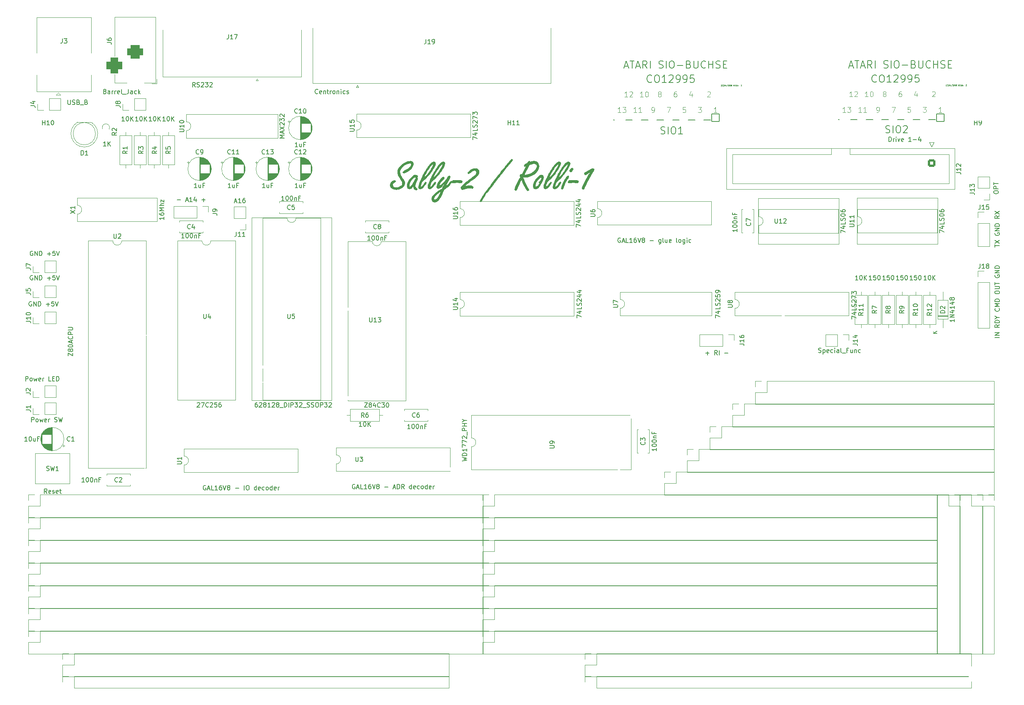
<source format=gto>
G04 #@! TF.GenerationSoftware,KiCad,Pcbnew,8.0.3*
G04 #@! TF.CreationDate,2024-07-12T16:59:53+02:00*
G04 #@! TF.ProjectId,Sally2,53616c6c-7932-42e6-9b69-6361645f7063,rev?*
G04 #@! TF.SameCoordinates,Original*
G04 #@! TF.FileFunction,Legend,Top*
G04 #@! TF.FilePolarity,Positive*
%FSLAX46Y46*%
G04 Gerber Fmt 4.6, Leading zero omitted, Abs format (unit mm)*
G04 Created by KiCad (PCBNEW 8.0.3) date 2024-07-12 16:59:53*
%MOMM*%
%LPD*%
G01*
G04 APERTURE LIST*
G04 Aperture macros list*
%AMRoundRect*
0 Rectangle with rounded corners*
0 $1 Rounding radius*
0 $2 $3 $4 $5 $6 $7 $8 $9 X,Y pos of 4 corners*
0 Add a 4 corners polygon primitive as box body*
4,1,4,$2,$3,$4,$5,$6,$7,$8,$9,$2,$3,0*
0 Add four circle primitives for the rounded corners*
1,1,$1+$1,$2,$3*
1,1,$1+$1,$4,$5*
1,1,$1+$1,$6,$7*
1,1,$1+$1,$8,$9*
0 Add four rect primitives between the rounded corners*
20,1,$1+$1,$2,$3,$4,$5,0*
20,1,$1+$1,$4,$5,$6,$7,0*
20,1,$1+$1,$6,$7,$8,$9,0*
20,1,$1+$1,$8,$9,$2,$3,0*%
G04 Aperture macros list end*
%ADD10C,0.300000*%
%ADD11C,0.150000*%
%ADD12C,0.177800*%
%ADD13C,0.101600*%
%ADD14C,0.142240*%
%ADD15C,0.024384*%
%ADD16C,0.120000*%
%ADD17C,0.127000*%
%ADD18C,0.406400*%
%ADD19R,1.700000X1.700000*%
%ADD20O,1.700000X1.700000*%
%ADD21R,1.800000X1.800000*%
%ADD22C,1.800000*%
%ADD23C,1.600000*%
%ADD24R,1.600000X1.600000*%
%ADD25C,4.000000*%
%ADD26C,4.300000*%
%ADD27O,1.600000X1.600000*%
%ADD28C,3.000000*%
%ADD29C,1.879600*%
%ADD30RoundRect,0.101600X-0.838200X-0.838200X0.838200X-0.838200X0.838200X0.838200X-0.838200X0.838200X0*%
%ADD31C,4.203200*%
%ADD32R,1.600000X2.400000*%
%ADD33O,1.600000X2.400000*%
%ADD34C,1.400000*%
%ADD35O,1.400000X1.400000*%
%ADD36RoundRect,0.250000X-0.600000X0.600000X-0.600000X-0.600000X0.600000X-0.600000X0.600000X0.600000X0*%
%ADD37C,1.700000*%
%ADD38R,3.500000X3.500000*%
%ADD39RoundRect,0.750000X-1.000000X0.750000X-1.000000X-0.750000X1.000000X-0.750000X1.000000X0.750000X0*%
%ADD40RoundRect,0.875000X-0.875000X0.875000X-0.875000X-0.875000X0.875000X-0.875000X0.875000X0.875000X0*%
%ADD41C,0.800000*%
G04 APERTURE END LIST*
D10*
G36*
X93494752Y-34533518D02*
G01*
X93798277Y-34709590D01*
X93809337Y-34800231D01*
X93583267Y-35072637D01*
X93534075Y-35090880D01*
X93239253Y-35295555D01*
X93156231Y-35574725D01*
X93258860Y-35901271D01*
X93373363Y-36010698D01*
X93705843Y-36133506D01*
X93865757Y-36144055D01*
X94235412Y-36109327D01*
X94575015Y-36005142D01*
X94884564Y-35831500D01*
X94942868Y-35788437D01*
X95166825Y-35506537D01*
X95219839Y-35237914D01*
X95152439Y-34896365D01*
X95137773Y-34865199D01*
X94959629Y-34559255D01*
X94862512Y-34412129D01*
X94675345Y-34124812D01*
X94494664Y-33831652D01*
X94375247Y-33625667D01*
X94228021Y-33298700D01*
X94153409Y-32951631D01*
X94147857Y-32828947D01*
X94191299Y-32433083D01*
X94297688Y-32103017D01*
X94467910Y-31781487D01*
X94701965Y-31468491D01*
X94945773Y-31214182D01*
X95055708Y-31114118D01*
X95332559Y-30894653D01*
X95624557Y-30699803D01*
X95931702Y-30529566D01*
X96108883Y-30445625D01*
X96435539Y-30325898D01*
X96783597Y-30251966D01*
X97038960Y-30235332D01*
X97380365Y-30295439D01*
X97551870Y-30389205D01*
X97771710Y-30660309D01*
X97815163Y-30905534D01*
X97751930Y-31259592D01*
X97584700Y-31596190D01*
X97375662Y-31875565D01*
X97280027Y-31982645D01*
X97021008Y-32235574D01*
X96741472Y-32464353D01*
X96441420Y-32668983D01*
X96120851Y-32849463D01*
X95790625Y-32986326D01*
X95601102Y-33018723D01*
X95365163Y-32909303D01*
X95291646Y-32733204D01*
X95507655Y-32451328D01*
X95645554Y-32392973D01*
X95990500Y-32249619D01*
X96309399Y-32073874D01*
X96602252Y-31865738D01*
X96657697Y-31820224D01*
X96927125Y-31569744D01*
X97136680Y-31291152D01*
X97215059Y-31021794D01*
X97122735Y-30838856D01*
X96938087Y-30782436D01*
X96576913Y-30844413D01*
X96249372Y-30972239D01*
X96129399Y-31030342D01*
X95817165Y-31209006D01*
X95540408Y-31411606D01*
X95271461Y-31668141D01*
X95093321Y-31888612D01*
X94907403Y-32193541D01*
X94792599Y-32519279D01*
X94766769Y-32758849D01*
X94820864Y-33111014D01*
X94937739Y-33393148D01*
X95117606Y-33700430D01*
X95315582Y-34005220D01*
X95509301Y-34306029D01*
X95683637Y-34604532D01*
X95693426Y-34622422D01*
X95825961Y-34938408D01*
X95878073Y-35273818D01*
X95812290Y-35630751D01*
X95640595Y-35928294D01*
X95398513Y-36173930D01*
X95204452Y-36318444D01*
X94874361Y-36498614D01*
X94520739Y-36619819D01*
X94143585Y-36682059D01*
X93923886Y-36691159D01*
X93548160Y-36661136D01*
X93187787Y-36557352D01*
X92887521Y-36379436D01*
X92809162Y-36311606D01*
X92596451Y-36029659D01*
X92500732Y-35686174D01*
X92497997Y-35612338D01*
X92554283Y-35253535D01*
X92723143Y-34949055D01*
X92792065Y-34872038D01*
X93065644Y-34665679D01*
X93209232Y-34600196D01*
X93494752Y-34533518D01*
G37*
G36*
X98592329Y-33409069D02*
G01*
X98630690Y-33442729D01*
X98764047Y-33736797D01*
X98688820Y-34029156D01*
X98753789Y-34217223D01*
X98630570Y-34552618D01*
X98613593Y-34583099D01*
X98457797Y-34898839D01*
X98336622Y-35213978D01*
X98237279Y-35542768D01*
X98191297Y-35872213D01*
X98295589Y-36173120D01*
X98478527Y-36273992D01*
X98628981Y-36530447D01*
X98543496Y-36723643D01*
X98338332Y-36800580D01*
X98011218Y-36683706D01*
X97847648Y-36501382D01*
X97699545Y-36176305D01*
X97683517Y-35997021D01*
X97690355Y-35896148D01*
X97486901Y-36185088D01*
X97226569Y-36441903D01*
X96904611Y-36578252D01*
X96844054Y-36581738D01*
X96517800Y-36463193D01*
X96390983Y-36306476D01*
X96295910Y-35972479D01*
X96293531Y-35901278D01*
X96309211Y-35735437D01*
X96878248Y-35735437D01*
X96909023Y-35882471D01*
X97006475Y-35925213D01*
X97308782Y-35725674D01*
X97498869Y-35461885D01*
X97677185Y-35155015D01*
X97845805Y-34829999D01*
X97922875Y-34673713D01*
X98086004Y-34359596D01*
X98172491Y-34215513D01*
X98287041Y-34094125D01*
X98201556Y-33996672D01*
X98088715Y-33955639D01*
X97756802Y-34090879D01*
X97492865Y-34361960D01*
X97341577Y-34571131D01*
X97161041Y-34862930D01*
X97009012Y-35170970D01*
X96900419Y-35517852D01*
X96878248Y-35735437D01*
X96309211Y-35735437D01*
X96327090Y-35546348D01*
X96414680Y-35208353D01*
X96556637Y-34852777D01*
X96637180Y-34689100D01*
X96810925Y-34384994D01*
X97028324Y-34076714D01*
X97265812Y-33810321D01*
X97556999Y-33560698D01*
X97868725Y-33381881D01*
X98215367Y-33300136D01*
X98257976Y-33299114D01*
X98592329Y-33409069D01*
G37*
G36*
X102636517Y-30474690D02*
G01*
X102745938Y-30767049D01*
X102687852Y-31115099D01*
X102545599Y-31481670D01*
X102361857Y-31835264D01*
X102172187Y-32149635D01*
X101944583Y-32492002D01*
X101679045Y-32862366D01*
X101532051Y-33058047D01*
X101285459Y-33367471D01*
X101057815Y-33632300D01*
X100815144Y-33896770D01*
X100557447Y-34160878D01*
X100284723Y-34424626D01*
X100237808Y-34468549D01*
X99973339Y-34714445D01*
X99707801Y-34955813D01*
X99585130Y-35284931D01*
X99497508Y-35547370D01*
X99427411Y-35858535D01*
X99487250Y-35925213D01*
X99785404Y-35732163D01*
X99892449Y-35608919D01*
X100088719Y-35326680D01*
X100273712Y-35025911D01*
X100531877Y-34831005D01*
X100711395Y-35007104D01*
X100590006Y-35342633D01*
X100390853Y-35660430D01*
X100225840Y-35891019D01*
X100004388Y-36160157D01*
X99728318Y-36409058D01*
X99404123Y-36564875D01*
X99261570Y-36581738D01*
X98945005Y-36435706D01*
X98919630Y-36403929D01*
X98827306Y-36101312D01*
X98874111Y-35747311D01*
X98973064Y-35398465D01*
X98993147Y-35338786D01*
X99111423Y-35015279D01*
X99244710Y-34689862D01*
X99384531Y-34373353D01*
X99482121Y-34162513D01*
X99601959Y-33914606D01*
X100155743Y-33914606D01*
X100456997Y-33634129D01*
X100706941Y-33367614D01*
X100955882Y-33071297D01*
X101203822Y-32745176D01*
X101401453Y-32462822D01*
X101598442Y-32161394D01*
X101745764Y-31922806D01*
X101920794Y-31619013D01*
X102079806Y-31295167D01*
X102145833Y-31052569D01*
X102109930Y-31001278D01*
X101818399Y-31198280D01*
X101575408Y-31487754D01*
X101356700Y-31789289D01*
X101193531Y-32030517D01*
X100982015Y-32359300D01*
X100778314Y-32699384D01*
X100582426Y-33050767D01*
X100394353Y-33413450D01*
X100243594Y-33724319D01*
X100155743Y-33914606D01*
X99601959Y-33914606D01*
X99638188Y-33839660D01*
X99794796Y-33527626D01*
X100004448Y-33128411D01*
X100215061Y-32748431D01*
X100426637Y-32387684D01*
X100639174Y-32046171D01*
X100852672Y-31723893D01*
X101067133Y-31420849D01*
X101174724Y-31276539D01*
X101389380Y-31008105D01*
X101632531Y-30746040D01*
X101896304Y-30523103D01*
X102203945Y-30367501D01*
X102359546Y-30344753D01*
X102636517Y-30474690D01*
G37*
G36*
X104736029Y-30474690D02*
G01*
X104845450Y-30767049D01*
X104787363Y-31115099D01*
X104645111Y-31481670D01*
X104461368Y-31835264D01*
X104271698Y-32149635D01*
X104044095Y-32492002D01*
X103778557Y-32862366D01*
X103631563Y-33058047D01*
X103384970Y-33367471D01*
X103157326Y-33632300D01*
X102914656Y-33896770D01*
X102656959Y-34160878D01*
X102384235Y-34424626D01*
X102337320Y-34468549D01*
X102072851Y-34714445D01*
X101807313Y-34955813D01*
X101684642Y-35284931D01*
X101597020Y-35547370D01*
X101526922Y-35858535D01*
X101586762Y-35925213D01*
X101884916Y-35732163D01*
X101991960Y-35608919D01*
X102188230Y-35326680D01*
X102373224Y-35025911D01*
X102631388Y-34831005D01*
X102810907Y-35007104D01*
X102689518Y-35342633D01*
X102490365Y-35660430D01*
X102325352Y-35891019D01*
X102103899Y-36160157D01*
X101827829Y-36409058D01*
X101503634Y-36564875D01*
X101361081Y-36581738D01*
X101044516Y-36435706D01*
X101019141Y-36403929D01*
X100926817Y-36101312D01*
X100973622Y-35747311D01*
X101072576Y-35398465D01*
X101092658Y-35338786D01*
X101210935Y-35015279D01*
X101344221Y-34689862D01*
X101484043Y-34373353D01*
X101581632Y-34162513D01*
X101701470Y-33914606D01*
X102255254Y-33914606D01*
X102556509Y-33634129D01*
X102806452Y-33367614D01*
X103055394Y-33071297D01*
X103303334Y-32745176D01*
X103500964Y-32462822D01*
X103697954Y-32161394D01*
X103845275Y-31922806D01*
X104020306Y-31619013D01*
X104179318Y-31295167D01*
X104245345Y-31052569D01*
X104209441Y-31001278D01*
X103917911Y-31198280D01*
X103674920Y-31487754D01*
X103456212Y-31789289D01*
X103293042Y-32030517D01*
X103081527Y-32359300D01*
X102877825Y-32699384D01*
X102681938Y-33050767D01*
X102493864Y-33413450D01*
X102343105Y-33724319D01*
X102255254Y-33914606D01*
X101701470Y-33914606D01*
X101737699Y-33839660D01*
X101894307Y-33527626D01*
X102103959Y-33128411D01*
X102314573Y-32748431D01*
X102526148Y-32387684D01*
X102738685Y-32046171D01*
X102952184Y-31723893D01*
X103166644Y-31420849D01*
X103274235Y-31276539D01*
X103488891Y-31008105D01*
X103732043Y-30746040D01*
X103995816Y-30523103D01*
X104303456Y-30367501D01*
X104459057Y-30344753D01*
X104736029Y-30474690D01*
G37*
G36*
X105965303Y-33601731D02*
G01*
X106035401Y-33784669D01*
X105923843Y-34119343D01*
X105837076Y-34277063D01*
X105655751Y-34593090D01*
X105486841Y-34891059D01*
X105413070Y-35022492D01*
X105244204Y-35331240D01*
X105082088Y-35655732D01*
X105007871Y-35829470D01*
X105289546Y-35609007D01*
X105423328Y-35478982D01*
X105676815Y-35211794D01*
X105896154Y-34933400D01*
X105943077Y-34849812D01*
X106179016Y-34625841D01*
X106368792Y-34815618D01*
X106257234Y-35152002D01*
X106051114Y-35454176D01*
X105922561Y-35610629D01*
X105681964Y-35871328D01*
X105419441Y-36113374D01*
X105134993Y-36336767D01*
X104828620Y-36541507D01*
X104643705Y-36650126D01*
X104496163Y-37008001D01*
X104351026Y-37343035D01*
X104208293Y-37655229D01*
X104044809Y-37990588D01*
X103884598Y-38294857D01*
X103667822Y-38652442D01*
X103448124Y-38949419D01*
X103180629Y-39225789D01*
X102863235Y-39437915D01*
X102493485Y-39534887D01*
X102446741Y-39536100D01*
X102111683Y-39448100D01*
X101933831Y-39286483D01*
X101793704Y-38964218D01*
X101781667Y-38811187D01*
X101799001Y-38694927D01*
X102386901Y-38694927D01*
X102426224Y-38811187D01*
X102573258Y-38879575D01*
X102901290Y-38720292D01*
X103142518Y-38437123D01*
X103322107Y-38154662D01*
X103481870Y-37832791D01*
X103638882Y-37495493D01*
X103715338Y-37328877D01*
X103795694Y-37156197D01*
X103501812Y-37334514D01*
X103221281Y-37545922D01*
X102941109Y-37785011D01*
X102908360Y-37814432D01*
X102656287Y-38076932D01*
X102460231Y-38381972D01*
X102386901Y-38694927D01*
X101799001Y-38694927D01*
X101833127Y-38466046D01*
X101987506Y-38118778D01*
X102201746Y-37819427D01*
X102438040Y-37568774D01*
X102726844Y-37317036D01*
X102857069Y-37216037D01*
X103157881Y-37005431D01*
X103456477Y-36817698D01*
X103775177Y-36629610D01*
X104073627Y-36454900D01*
X104142763Y-36412478D01*
X104282745Y-36081891D01*
X104402637Y-35822631D01*
X104563777Y-35511726D01*
X104737311Y-35214773D01*
X104799288Y-35118235D01*
X104592085Y-35414140D01*
X104366386Y-35709684D01*
X104154731Y-35949149D01*
X103874258Y-36202048D01*
X103566354Y-36398747D01*
X103274235Y-36472317D01*
X102971618Y-36330412D01*
X102887843Y-36055151D01*
X102948952Y-35685328D01*
X103085834Y-35341625D01*
X103269771Y-35005998D01*
X103475095Y-34692401D01*
X103513593Y-34637809D01*
X103741718Y-34331606D01*
X103978388Y-34054439D01*
X104236035Y-33824787D01*
X104460767Y-33736797D01*
X104635157Y-33820573D01*
X104703545Y-33981285D01*
X104641995Y-34189868D01*
X104409924Y-34454584D01*
X104318862Y-34550615D01*
X104073777Y-34821270D01*
X103862656Y-35090828D01*
X103819630Y-35150719D01*
X103636780Y-35441009D01*
X103564884Y-35661920D01*
X103605917Y-35706372D01*
X103905909Y-35541920D01*
X104165603Y-35308439D01*
X104288087Y-35186623D01*
X104532488Y-34929352D01*
X104768213Y-34661516D01*
X104804417Y-34617293D01*
X105007657Y-34337436D01*
X105139518Y-34150545D01*
X105347687Y-33868845D01*
X105474619Y-33709442D01*
X105765235Y-33518704D01*
X105784075Y-33517956D01*
X105965303Y-33601731D01*
G37*
G36*
X107386064Y-34502743D02*
G01*
X107738262Y-34513001D01*
X108091979Y-34523673D01*
X108261430Y-34526679D01*
X108606709Y-34571550D01*
X108661500Y-34600196D01*
X108772630Y-34860070D01*
X108673468Y-35128493D01*
X108521304Y-35188333D01*
X108362302Y-35178074D01*
X108009692Y-35163400D01*
X107647649Y-35159727D01*
X107423677Y-35159268D01*
X107066089Y-35169085D01*
X106738087Y-35210559D01*
X106558569Y-35236204D01*
X106314082Y-35080622D01*
X106273049Y-34909652D01*
X106425960Y-34595174D01*
X106544891Y-34548905D01*
X106899400Y-34511579D01*
X107266241Y-34503149D01*
X107386064Y-34502743D01*
G37*
G36*
X109242798Y-35906407D02*
G01*
X109605301Y-35809710D01*
X109975378Y-35744660D01*
X110353028Y-35711255D01*
X110566106Y-35706372D01*
X110906242Y-35768595D01*
X111027725Y-35838019D01*
X111193565Y-36140636D01*
X111109790Y-36352638D01*
X110918304Y-36444962D01*
X110817431Y-36427865D01*
X110479231Y-36366957D01*
X110378039Y-36362897D01*
X110025333Y-36386023D01*
X109947194Y-36395381D01*
X109596993Y-36477293D01*
X109285540Y-36557802D01*
X108951027Y-36639066D01*
X108656371Y-36691159D01*
X108377690Y-36538996D01*
X108275108Y-36253476D01*
X108437896Y-35933825D01*
X108541821Y-35822631D01*
X108804682Y-35568350D01*
X109062404Y-35328675D01*
X109342735Y-35079500D01*
X109453091Y-34984878D01*
X109731952Y-34755471D01*
X110015761Y-34531304D01*
X110294148Y-34317965D01*
X110480621Y-34177900D01*
X110764274Y-33965423D01*
X111037559Y-33755451D01*
X111324691Y-33523967D01*
X111438053Y-33425632D01*
X111681585Y-33158376D01*
X111810881Y-32831770D01*
X111814187Y-32770817D01*
X111708185Y-32507523D01*
X111465408Y-32423748D01*
X111104103Y-32501908D01*
X110790080Y-32668404D01*
X110480621Y-32897335D01*
X110201859Y-33097156D01*
X110109616Y-33129854D01*
X109962581Y-33058047D01*
X109877096Y-32878528D01*
X110049402Y-32575724D01*
X110318199Y-32343392D01*
X110616111Y-32161524D01*
X110949770Y-32008373D01*
X111316450Y-31905816D01*
X111634668Y-31876644D01*
X111977035Y-31936056D01*
X112258709Y-32114292D01*
X112455017Y-32402864D01*
X112501486Y-32669945D01*
X112446221Y-33015391D01*
X112280427Y-33357164D01*
X112068211Y-33627938D01*
X111935575Y-33762443D01*
X111652880Y-34007598D01*
X111357590Y-34235602D01*
X111065338Y-34449742D01*
X110706622Y-34710365D01*
X110385305Y-34948547D01*
X110101388Y-35164290D01*
X109799085Y-35402412D01*
X109513458Y-35641877D01*
X109263521Y-35882624D01*
X109242798Y-35906407D01*
G37*
G36*
X119783098Y-29773713D02*
G01*
X119940390Y-29855779D01*
X119991681Y-30001103D01*
X119824812Y-30314035D01*
X119813872Y-30325946D01*
X119689064Y-30479819D01*
X119451286Y-30748601D01*
X119439448Y-30761920D01*
X119165843Y-31073232D01*
X118940162Y-31341014D01*
X118679861Y-31656988D01*
X118461914Y-31925594D01*
X118224493Y-32221309D01*
X117967597Y-32544131D01*
X117691227Y-32894062D01*
X117395382Y-33271101D01*
X117080062Y-33675248D01*
X116869283Y-33945954D01*
X116599698Y-34293383D01*
X116343203Y-34625372D01*
X116099798Y-34941920D01*
X115869483Y-35243028D01*
X115652257Y-35528695D01*
X115399133Y-35864065D01*
X115211360Y-36114990D01*
X114996997Y-36418078D01*
X114783468Y-36719329D01*
X114570774Y-37018743D01*
X114358915Y-37316321D01*
X114147890Y-37612063D01*
X113937701Y-37905967D01*
X113853859Y-38023015D01*
X113330690Y-38765025D01*
X113135137Y-39057303D01*
X113021235Y-39236902D01*
X112761360Y-39426679D01*
X112552777Y-39236902D01*
X112686584Y-38891788D01*
X112864500Y-38599269D01*
X112932330Y-38496602D01*
X113156127Y-38164783D01*
X113397956Y-37813670D01*
X113657817Y-37443263D01*
X113935710Y-37053562D01*
X114231635Y-36644566D01*
X114438937Y-36361183D01*
X114654252Y-36069226D01*
X114877581Y-35768692D01*
X115108925Y-35459584D01*
X115348283Y-35141900D01*
X115595655Y-34815641D01*
X115851042Y-34480807D01*
X116114442Y-34137398D01*
X116249148Y-33962478D01*
X116539376Y-33587205D01*
X116815940Y-33230753D01*
X117078840Y-32893121D01*
X117328076Y-32574308D01*
X117563647Y-32274316D01*
X117785554Y-31993144D01*
X118092794Y-31606673D01*
X118369290Y-31262548D01*
X118615041Y-30960767D01*
X118894884Y-30624264D01*
X119120070Y-30363040D01*
X119253091Y-30216525D01*
X119493828Y-29961518D01*
X119550579Y-29900231D01*
X119783098Y-29773713D01*
G37*
G36*
X123906497Y-30351121D02*
G01*
X123913733Y-30361850D01*
X124247370Y-30282464D01*
X124312093Y-30271236D01*
X124660097Y-30235893D01*
X124707034Y-30235332D01*
X125075123Y-30275939D01*
X125402023Y-30412862D01*
X125596078Y-30578982D01*
X125792426Y-30889726D01*
X125876295Y-31225744D01*
X125883307Y-31367153D01*
X125847831Y-31733777D01*
X125741402Y-32089929D01*
X125564021Y-32435609D01*
X125350609Y-32729489D01*
X125315687Y-32770817D01*
X125068370Y-33024188D01*
X124787183Y-33250234D01*
X124472125Y-33448955D01*
X124123198Y-33620351D01*
X123908604Y-33706023D01*
X123573716Y-33815230D01*
X123199522Y-33900792D01*
X122828033Y-33946863D01*
X122581877Y-33955639D01*
X122316873Y-33945381D01*
X122428391Y-34276335D01*
X122501521Y-34449742D01*
X122661438Y-34785238D01*
X122816540Y-35112057D01*
X122972064Y-35440625D01*
X123120087Y-35753901D01*
X123146078Y-35808954D01*
X123315330Y-36112943D01*
X123504013Y-36422242D01*
X123537599Y-36475737D01*
X123617955Y-36715095D01*
X123489727Y-36932227D01*
X123269176Y-37019421D01*
X123011499Y-36779641D01*
X122964849Y-36682610D01*
X122799009Y-36386832D01*
X122628747Y-36086478D01*
X122471347Y-35778371D01*
X122303369Y-35423502D01*
X122155307Y-35092055D01*
X121999897Y-34728135D01*
X121903126Y-34494194D01*
X121732114Y-34832578D01*
X121577047Y-35152095D01*
X121412015Y-35510611D01*
X121269942Y-35841959D01*
X121133212Y-36194194D01*
X121084180Y-36333832D01*
X120964743Y-36659534D01*
X120873886Y-36827935D01*
X120629399Y-36910001D01*
X120408848Y-36814257D01*
X120338750Y-36636449D01*
X120422526Y-36293914D01*
X120545624Y-35973292D01*
X120698215Y-35618240D01*
X120776434Y-35444788D01*
X120943770Y-35091628D01*
X121109474Y-34765608D01*
X121293177Y-34423716D01*
X121464962Y-34118034D01*
X121586831Y-33907767D01*
X121522434Y-33563265D01*
X121521863Y-33536763D01*
X121620163Y-33293985D01*
X122588715Y-33293985D01*
X122769944Y-33299114D01*
X123131585Y-33274891D01*
X123484331Y-33202222D01*
X123828181Y-33081107D01*
X124163135Y-32911547D01*
X124489194Y-32693540D01*
X124595903Y-32610105D01*
X124854442Y-32370720D01*
X125073551Y-32103927D01*
X125197718Y-31910838D01*
X125322855Y-31585636D01*
X125339623Y-31406476D01*
X125232399Y-31072738D01*
X125177201Y-31020084D01*
X124851864Y-30902000D01*
X124674549Y-30891857D01*
X124315172Y-30930265D01*
X124033412Y-31013245D01*
X123713344Y-31151090D01*
X123686343Y-31163699D01*
X123534794Y-31491881D01*
X123380425Y-31805232D01*
X123213916Y-32132132D01*
X123144368Y-32266455D01*
X122967307Y-32605724D01*
X122798513Y-32921750D01*
X122623522Y-33234985D01*
X122588715Y-33293985D01*
X121620163Y-33293985D01*
X121651092Y-33217596D01*
X121668897Y-33201661D01*
X121836448Y-33141822D01*
X121986901Y-33174306D01*
X122170286Y-32853397D01*
X122360569Y-32522946D01*
X122494682Y-32290391D01*
X122654893Y-31975556D01*
X122816780Y-31655789D01*
X122911849Y-31462897D01*
X122819525Y-31514188D01*
X122663942Y-31563769D01*
X122511779Y-31471445D01*
X122469036Y-31320991D01*
X122605946Y-31004831D01*
X122819525Y-30843985D01*
X123130308Y-30682123D01*
X123241821Y-30633692D01*
X123342693Y-30346462D01*
X123605987Y-30187460D01*
X123906497Y-30351121D01*
G37*
G36*
X126771966Y-33417074D02*
G01*
X126894917Y-33740020D01*
X126898869Y-33835960D01*
X126861362Y-34185594D01*
X126767010Y-34526585D01*
X126640425Y-34844910D01*
X126471646Y-35187277D01*
X126298764Y-35490950D01*
X126093200Y-35805190D01*
X125848285Y-36111975D01*
X125564982Y-36372954D01*
X125244414Y-36543390D01*
X125006231Y-36581738D01*
X124680587Y-36468203D01*
X124548032Y-36291089D01*
X124476224Y-35952569D01*
X124495116Y-35750824D01*
X125052393Y-35750824D01*
X125084877Y-35861954D01*
X125199427Y-35925213D01*
X125515740Y-35758282D01*
X125652498Y-35602080D01*
X125833726Y-35316560D01*
X125914082Y-35224236D01*
X125775596Y-35036169D01*
X125943147Y-34789973D01*
X126164039Y-34516955D01*
X126335843Y-34197562D01*
X126362023Y-34047963D01*
X126344926Y-34000091D01*
X126273119Y-33955639D01*
X125975591Y-34126776D01*
X125859371Y-34236030D01*
X125620045Y-34496073D01*
X125408269Y-34785747D01*
X125283203Y-35007104D01*
X125142553Y-35324067D01*
X125058028Y-35656031D01*
X125052393Y-35750824D01*
X124495116Y-35750824D01*
X124510305Y-35588623D01*
X124597820Y-35251491D01*
X124739191Y-34901537D01*
X124907069Y-34584809D01*
X125116079Y-34263492D01*
X125343042Y-33980002D01*
X125587957Y-33734340D01*
X125850823Y-33526504D01*
X126163698Y-33355962D01*
X126449218Y-33299114D01*
X126771966Y-33417074D01*
G37*
G36*
X130627725Y-30474690D02*
G01*
X130737145Y-30767049D01*
X130679059Y-31115099D01*
X130536807Y-31481670D01*
X130353064Y-31835264D01*
X130163394Y-32149635D01*
X129935790Y-32492002D01*
X129670253Y-32862366D01*
X129523258Y-33058047D01*
X129276666Y-33367471D01*
X129049022Y-33632300D01*
X128806351Y-33896770D01*
X128548654Y-34160878D01*
X128275930Y-34424626D01*
X128229016Y-34468549D01*
X127964546Y-34714445D01*
X127699009Y-34955813D01*
X127576338Y-35284931D01*
X127488715Y-35547370D01*
X127418618Y-35858535D01*
X127478457Y-35925213D01*
X127776611Y-35732163D01*
X127883656Y-35608919D01*
X128079926Y-35326680D01*
X128264919Y-35025911D01*
X128523084Y-34831005D01*
X128702602Y-35007104D01*
X128581214Y-35342633D01*
X128382060Y-35660430D01*
X128217048Y-35891019D01*
X127995595Y-36160157D01*
X127719525Y-36409058D01*
X127395330Y-36564875D01*
X127252777Y-36581738D01*
X126936212Y-36435706D01*
X126910837Y-36403929D01*
X126818513Y-36101312D01*
X126865318Y-35747311D01*
X126964272Y-35398465D01*
X126984354Y-35338786D01*
X127102631Y-35015279D01*
X127235917Y-34689862D01*
X127375738Y-34373353D01*
X127473328Y-34162513D01*
X127593166Y-33914606D01*
X128146950Y-33914606D01*
X128448204Y-33634129D01*
X128698148Y-33367614D01*
X128947090Y-33071297D01*
X129195029Y-32745176D01*
X129392660Y-32462822D01*
X129589650Y-32161394D01*
X129736971Y-31922806D01*
X129912001Y-31619013D01*
X130071014Y-31295167D01*
X130137041Y-31052569D01*
X130101137Y-31001278D01*
X129809606Y-31198280D01*
X129566615Y-31487754D01*
X129347907Y-31789289D01*
X129184738Y-32030517D01*
X128973223Y-32359300D01*
X128769521Y-32699384D01*
X128573634Y-33050767D01*
X128385560Y-33413450D01*
X128234801Y-33724319D01*
X128146950Y-33914606D01*
X127593166Y-33914606D01*
X127629395Y-33839660D01*
X127786003Y-33527626D01*
X127995655Y-33128411D01*
X128206269Y-32748431D01*
X128417844Y-32387684D01*
X128630381Y-32046171D01*
X128843880Y-31723893D01*
X129058340Y-31420849D01*
X129165931Y-31276539D01*
X129380587Y-31008105D01*
X129623738Y-30746040D01*
X129887511Y-30523103D01*
X130195152Y-30367501D01*
X130350753Y-30344753D01*
X130627725Y-30474690D01*
G37*
G36*
X132727236Y-30474690D02*
G01*
X132836657Y-30767049D01*
X132778570Y-31115099D01*
X132636318Y-31481670D01*
X132452575Y-31835264D01*
X132262906Y-32149635D01*
X132035302Y-32492002D01*
X131769764Y-32862366D01*
X131622770Y-33058047D01*
X131376177Y-33367471D01*
X131148534Y-33632300D01*
X130905863Y-33896770D01*
X130648166Y-34160878D01*
X130375442Y-34424626D01*
X130328527Y-34468549D01*
X130064058Y-34714445D01*
X129798520Y-34955813D01*
X129675849Y-35284931D01*
X129588227Y-35547370D01*
X129518129Y-35858535D01*
X129577969Y-35925213D01*
X129876123Y-35732163D01*
X129983168Y-35608919D01*
X130179438Y-35326680D01*
X130364431Y-35025911D01*
X130622595Y-34831005D01*
X130802114Y-35007104D01*
X130680725Y-35342633D01*
X130481572Y-35660430D01*
X130316559Y-35891019D01*
X130095106Y-36160157D01*
X129819036Y-36409058D01*
X129494841Y-36564875D01*
X129352288Y-36581738D01*
X129035723Y-36435706D01*
X129010348Y-36403929D01*
X128918025Y-36101312D01*
X128964829Y-35747311D01*
X129063783Y-35398465D01*
X129083866Y-35338786D01*
X129202142Y-35015279D01*
X129335428Y-34689862D01*
X129475250Y-34373353D01*
X129572840Y-34162513D01*
X129692678Y-33914606D01*
X130246461Y-33914606D01*
X130547716Y-33634129D01*
X130797659Y-33367614D01*
X131046601Y-33071297D01*
X131294541Y-32745176D01*
X131492172Y-32462822D01*
X131689161Y-32161394D01*
X131836482Y-31922806D01*
X132011513Y-31619013D01*
X132170525Y-31295167D01*
X132236552Y-31052569D01*
X132200648Y-31001278D01*
X131909118Y-31198280D01*
X131666127Y-31487754D01*
X131447419Y-31789289D01*
X131284249Y-32030517D01*
X131072734Y-32359300D01*
X130869033Y-32699384D01*
X130673145Y-33050767D01*
X130485071Y-33413450D01*
X130334312Y-33724319D01*
X130246461Y-33914606D01*
X129692678Y-33914606D01*
X129728907Y-33839660D01*
X129885514Y-33527626D01*
X130095166Y-33128411D01*
X130305780Y-32748431D01*
X130517355Y-32387684D01*
X130729892Y-32046171D01*
X130943391Y-31723893D01*
X131157852Y-31420849D01*
X131265443Y-31276539D01*
X131480098Y-31008105D01*
X131723250Y-30746040D01*
X131987023Y-30523103D01*
X132294664Y-30367501D01*
X132450265Y-30344753D01*
X132727236Y-30474690D01*
G37*
G36*
X132323747Y-33517956D02*
G01*
X132499846Y-33601731D01*
X132551137Y-33741927D01*
X132402393Y-34059931D01*
X132198471Y-34383520D01*
X132022038Y-34681093D01*
X131854060Y-34989320D01*
X131694577Y-35326818D01*
X131559605Y-35649324D01*
X131434649Y-35977840D01*
X131319712Y-36312367D01*
X131297927Y-36379994D01*
X131077836Y-36648877D01*
X131005568Y-36658675D01*
X130808953Y-36561222D01*
X130743984Y-36391961D01*
X130831803Y-36038357D01*
X130949402Y-35697222D01*
X131055150Y-35410594D01*
X131195345Y-35076561D01*
X131348871Y-34770608D01*
X131531194Y-34451893D01*
X131742315Y-34120415D01*
X131841612Y-33974446D01*
X132049018Y-33689891D01*
X132106615Y-33625667D01*
X132323747Y-33517956D01*
G37*
G36*
X133236727Y-31767223D02*
G01*
X133506180Y-31987676D01*
X133508569Y-32035646D01*
X133391982Y-32366321D01*
X133282889Y-32505813D01*
X133012008Y-32717389D01*
X132852044Y-32752010D01*
X132662267Y-32669945D01*
X132590460Y-32483587D01*
X132707533Y-32150882D01*
X132862302Y-31968968D01*
X133149211Y-31779832D01*
X133236727Y-31767223D01*
G37*
G36*
X133366664Y-34502743D02*
G01*
X133718862Y-34513001D01*
X134072580Y-34523673D01*
X134242030Y-34526679D01*
X134587309Y-34571550D01*
X134642100Y-34600196D01*
X134753230Y-34860070D01*
X134654068Y-35128493D01*
X134501905Y-35188333D01*
X134342903Y-35178074D01*
X133990292Y-35163400D01*
X133628250Y-35159727D01*
X133404277Y-35159268D01*
X133046689Y-35169085D01*
X132718688Y-35210559D01*
X132539169Y-35236204D01*
X132294682Y-35080622D01*
X132253649Y-34909652D01*
X132406560Y-34595174D01*
X132525491Y-34548905D01*
X132880000Y-34511579D01*
X133246841Y-34503149D01*
X133366664Y-34502743D01*
G37*
G36*
X137358813Y-32685332D02*
G01*
X137083318Y-32922726D01*
X136795387Y-33114306D01*
X136710837Y-33160629D01*
X136403251Y-33311697D01*
X136085087Y-33408535D01*
X135877318Y-33127537D01*
X135876503Y-33088821D01*
X135920956Y-32899044D01*
X136131249Y-32755430D01*
X136472947Y-32602093D01*
X136780078Y-32444132D01*
X137089315Y-32273835D01*
X137384459Y-32104034D01*
X137698992Y-31940819D01*
X137940111Y-31876644D01*
X138165792Y-31996323D01*
X138230760Y-32172422D01*
X138100963Y-32499649D01*
X138034145Y-32604976D01*
X137781982Y-33015865D01*
X137544817Y-33409924D01*
X137322647Y-33787153D01*
X137115475Y-34147553D01*
X136923299Y-34491122D01*
X136746120Y-34817862D01*
X136583937Y-35127772D01*
X136391021Y-35514805D01*
X136224766Y-35871919D01*
X136117571Y-36120119D01*
X135973465Y-36437397D01*
X135922665Y-36521899D01*
X135695275Y-36672352D01*
X135478143Y-36540705D01*
X135420013Y-36373155D01*
X135524839Y-36000654D01*
X135682806Y-35628807D01*
X135839317Y-35293479D01*
X135990733Y-34983382D01*
X136165443Y-34636100D01*
X136336306Y-34306421D01*
X136500971Y-34001267D01*
X136698088Y-33654309D01*
X136885520Y-33345670D01*
X137097657Y-33025883D01*
X137327524Y-32722536D01*
X137358813Y-32685332D01*
G37*
D11*
X23396905Y-28902819D02*
X23396905Y-27902819D01*
X23396905Y-27902819D02*
X23635000Y-27902819D01*
X23635000Y-27902819D02*
X23777857Y-27950438D01*
X23777857Y-27950438D02*
X23873095Y-28045676D01*
X23873095Y-28045676D02*
X23920714Y-28140914D01*
X23920714Y-28140914D02*
X23968333Y-28331390D01*
X23968333Y-28331390D02*
X23968333Y-28474247D01*
X23968333Y-28474247D02*
X23920714Y-28664723D01*
X23920714Y-28664723D02*
X23873095Y-28759961D01*
X23873095Y-28759961D02*
X23777857Y-28855200D01*
X23777857Y-28855200D02*
X23635000Y-28902819D01*
X23635000Y-28902819D02*
X23396905Y-28902819D01*
X24920714Y-28902819D02*
X24349286Y-28902819D01*
X24635000Y-28902819D02*
X24635000Y-27902819D01*
X24635000Y-27902819D02*
X24539762Y-28045676D01*
X24539762Y-28045676D02*
X24444524Y-28140914D01*
X24444524Y-28140914D02*
X24349286Y-28188533D01*
X222212819Y-37385523D02*
X222927104Y-37385523D01*
X222927104Y-37385523D02*
X223069961Y-37433142D01*
X223069961Y-37433142D02*
X223165200Y-37528380D01*
X223165200Y-37528380D02*
X223212819Y-37671237D01*
X223212819Y-37671237D02*
X223212819Y-37766475D01*
X223212819Y-36385523D02*
X223212819Y-36956951D01*
X223212819Y-36671237D02*
X222212819Y-36671237D01*
X222212819Y-36671237D02*
X222355676Y-36766475D01*
X222355676Y-36766475D02*
X222450914Y-36861713D01*
X222450914Y-36861713D02*
X222498533Y-36956951D01*
X222212819Y-36052189D02*
X222212819Y-35433142D01*
X222212819Y-35433142D02*
X222593771Y-35766475D01*
X222593771Y-35766475D02*
X222593771Y-35623618D01*
X222593771Y-35623618D02*
X222641390Y-35528380D01*
X222641390Y-35528380D02*
X222689009Y-35480761D01*
X222689009Y-35480761D02*
X222784247Y-35433142D01*
X222784247Y-35433142D02*
X223022342Y-35433142D01*
X223022342Y-35433142D02*
X223117580Y-35480761D01*
X223117580Y-35480761D02*
X223165200Y-35528380D01*
X223165200Y-35528380D02*
X223212819Y-35623618D01*
X223212819Y-35623618D02*
X223212819Y-35909332D01*
X223212819Y-35909332D02*
X223165200Y-36004570D01*
X223165200Y-36004570D02*
X223117580Y-36052189D01*
X227546819Y-37293190D02*
X227546819Y-37102714D01*
X227546819Y-37102714D02*
X227594438Y-37007476D01*
X227594438Y-37007476D02*
X227689676Y-36912238D01*
X227689676Y-36912238D02*
X227880152Y-36864619D01*
X227880152Y-36864619D02*
X228213485Y-36864619D01*
X228213485Y-36864619D02*
X228403961Y-36912238D01*
X228403961Y-36912238D02*
X228499200Y-37007476D01*
X228499200Y-37007476D02*
X228546819Y-37102714D01*
X228546819Y-37102714D02*
X228546819Y-37293190D01*
X228546819Y-37293190D02*
X228499200Y-37388428D01*
X228499200Y-37388428D02*
X228403961Y-37483666D01*
X228403961Y-37483666D02*
X228213485Y-37531285D01*
X228213485Y-37531285D02*
X227880152Y-37531285D01*
X227880152Y-37531285D02*
X227689676Y-37483666D01*
X227689676Y-37483666D02*
X227594438Y-37388428D01*
X227594438Y-37388428D02*
X227546819Y-37293190D01*
X228546819Y-36436047D02*
X227546819Y-36436047D01*
X227546819Y-36436047D02*
X227546819Y-36055095D01*
X227546819Y-36055095D02*
X227594438Y-35959857D01*
X227594438Y-35959857D02*
X227642057Y-35912238D01*
X227642057Y-35912238D02*
X227737295Y-35864619D01*
X227737295Y-35864619D02*
X227880152Y-35864619D01*
X227880152Y-35864619D02*
X227975390Y-35912238D01*
X227975390Y-35912238D02*
X228023009Y-35959857D01*
X228023009Y-35959857D02*
X228070628Y-36055095D01*
X228070628Y-36055095D02*
X228070628Y-36436047D01*
X227546819Y-35578904D02*
X227546819Y-35007476D01*
X228546819Y-35293190D02*
X227546819Y-35293190D01*
X11089819Y-66087523D02*
X11804104Y-66087523D01*
X11804104Y-66087523D02*
X11946961Y-66135142D01*
X11946961Y-66135142D02*
X12042200Y-66230380D01*
X12042200Y-66230380D02*
X12089819Y-66373237D01*
X12089819Y-66373237D02*
X12089819Y-66468475D01*
X12089819Y-65087523D02*
X12089819Y-65658951D01*
X12089819Y-65373237D02*
X11089819Y-65373237D01*
X11089819Y-65373237D02*
X11232676Y-65468475D01*
X11232676Y-65468475D02*
X11327914Y-65563713D01*
X11327914Y-65563713D02*
X11375533Y-65658951D01*
X11089819Y-64468475D02*
X11089819Y-64373237D01*
X11089819Y-64373237D02*
X11137438Y-64277999D01*
X11137438Y-64277999D02*
X11185057Y-64230380D01*
X11185057Y-64230380D02*
X11280295Y-64182761D01*
X11280295Y-64182761D02*
X11470771Y-64135142D01*
X11470771Y-64135142D02*
X11708866Y-64135142D01*
X11708866Y-64135142D02*
X11899342Y-64182761D01*
X11899342Y-64182761D02*
X11994580Y-64230380D01*
X11994580Y-64230380D02*
X12042200Y-64277999D01*
X12042200Y-64277999D02*
X12089819Y-64373237D01*
X12089819Y-64373237D02*
X12089819Y-64468475D01*
X12089819Y-64468475D02*
X12042200Y-64563713D01*
X12042200Y-64563713D02*
X11994580Y-64611332D01*
X11994580Y-64611332D02*
X11899342Y-64658951D01*
X11899342Y-64658951D02*
X11708866Y-64706570D01*
X11708866Y-64706570D02*
X11470771Y-64706570D01*
X11470771Y-64706570D02*
X11280295Y-64658951D01*
X11280295Y-64658951D02*
X11185057Y-64611332D01*
X11185057Y-64611332D02*
X11137438Y-64563713D01*
X11137438Y-64563713D02*
X11089819Y-64468475D01*
X12319333Y-61732438D02*
X12224095Y-61684819D01*
X12224095Y-61684819D02*
X12081238Y-61684819D01*
X12081238Y-61684819D02*
X11938381Y-61732438D01*
X11938381Y-61732438D02*
X11843143Y-61827676D01*
X11843143Y-61827676D02*
X11795524Y-61922914D01*
X11795524Y-61922914D02*
X11747905Y-62113390D01*
X11747905Y-62113390D02*
X11747905Y-62256247D01*
X11747905Y-62256247D02*
X11795524Y-62446723D01*
X11795524Y-62446723D02*
X11843143Y-62541961D01*
X11843143Y-62541961D02*
X11938381Y-62637200D01*
X11938381Y-62637200D02*
X12081238Y-62684819D01*
X12081238Y-62684819D02*
X12176476Y-62684819D01*
X12176476Y-62684819D02*
X12319333Y-62637200D01*
X12319333Y-62637200D02*
X12366952Y-62589580D01*
X12366952Y-62589580D02*
X12366952Y-62256247D01*
X12366952Y-62256247D02*
X12176476Y-62256247D01*
X12795524Y-62684819D02*
X12795524Y-61684819D01*
X12795524Y-61684819D02*
X13366952Y-62684819D01*
X13366952Y-62684819D02*
X13366952Y-61684819D01*
X13843143Y-62684819D02*
X13843143Y-61684819D01*
X13843143Y-61684819D02*
X14081238Y-61684819D01*
X14081238Y-61684819D02*
X14224095Y-61732438D01*
X14224095Y-61732438D02*
X14319333Y-61827676D01*
X14319333Y-61827676D02*
X14366952Y-61922914D01*
X14366952Y-61922914D02*
X14414571Y-62113390D01*
X14414571Y-62113390D02*
X14414571Y-62256247D01*
X14414571Y-62256247D02*
X14366952Y-62446723D01*
X14366952Y-62446723D02*
X14319333Y-62541961D01*
X14319333Y-62541961D02*
X14224095Y-62637200D01*
X14224095Y-62637200D02*
X14081238Y-62684819D01*
X14081238Y-62684819D02*
X13843143Y-62684819D01*
X15605048Y-62303866D02*
X16366953Y-62303866D01*
X15986000Y-62684819D02*
X15986000Y-61922914D01*
X17319333Y-61684819D02*
X16843143Y-61684819D01*
X16843143Y-61684819D02*
X16795524Y-62161009D01*
X16795524Y-62161009D02*
X16843143Y-62113390D01*
X16843143Y-62113390D02*
X16938381Y-62065771D01*
X16938381Y-62065771D02*
X17176476Y-62065771D01*
X17176476Y-62065771D02*
X17271714Y-62113390D01*
X17271714Y-62113390D02*
X17319333Y-62161009D01*
X17319333Y-62161009D02*
X17366952Y-62256247D01*
X17366952Y-62256247D02*
X17366952Y-62494342D01*
X17366952Y-62494342D02*
X17319333Y-62589580D01*
X17319333Y-62589580D02*
X17271714Y-62637200D01*
X17271714Y-62637200D02*
X17176476Y-62684819D01*
X17176476Y-62684819D02*
X16938381Y-62684819D01*
X16938381Y-62684819D02*
X16843143Y-62637200D01*
X16843143Y-62637200D02*
X16795524Y-62589580D01*
X17652667Y-61684819D02*
X17986000Y-62684819D01*
X17986000Y-62684819D02*
X18319333Y-61684819D01*
X47839333Y-45317580D02*
X47791714Y-45365200D01*
X47791714Y-45365200D02*
X47648857Y-45412819D01*
X47648857Y-45412819D02*
X47553619Y-45412819D01*
X47553619Y-45412819D02*
X47410762Y-45365200D01*
X47410762Y-45365200D02*
X47315524Y-45269961D01*
X47315524Y-45269961D02*
X47267905Y-45174723D01*
X47267905Y-45174723D02*
X47220286Y-44984247D01*
X47220286Y-44984247D02*
X47220286Y-44841390D01*
X47220286Y-44841390D02*
X47267905Y-44650914D01*
X47267905Y-44650914D02*
X47315524Y-44555676D01*
X47315524Y-44555676D02*
X47410762Y-44460438D01*
X47410762Y-44460438D02*
X47553619Y-44412819D01*
X47553619Y-44412819D02*
X47648857Y-44412819D01*
X47648857Y-44412819D02*
X47791714Y-44460438D01*
X47791714Y-44460438D02*
X47839333Y-44508057D01*
X48696476Y-44746152D02*
X48696476Y-45412819D01*
X48458381Y-44365200D02*
X48220286Y-45079485D01*
X48220286Y-45079485D02*
X48839333Y-45079485D01*
X46458380Y-47444819D02*
X45886952Y-47444819D01*
X46172666Y-47444819D02*
X46172666Y-46444819D01*
X46172666Y-46444819D02*
X46077428Y-46587676D01*
X46077428Y-46587676D02*
X45982190Y-46682914D01*
X45982190Y-46682914D02*
X45886952Y-46730533D01*
X47077428Y-46444819D02*
X47172666Y-46444819D01*
X47172666Y-46444819D02*
X47267904Y-46492438D01*
X47267904Y-46492438D02*
X47315523Y-46540057D01*
X47315523Y-46540057D02*
X47363142Y-46635295D01*
X47363142Y-46635295D02*
X47410761Y-46825771D01*
X47410761Y-46825771D02*
X47410761Y-47063866D01*
X47410761Y-47063866D02*
X47363142Y-47254342D01*
X47363142Y-47254342D02*
X47315523Y-47349580D01*
X47315523Y-47349580D02*
X47267904Y-47397200D01*
X47267904Y-47397200D02*
X47172666Y-47444819D01*
X47172666Y-47444819D02*
X47077428Y-47444819D01*
X47077428Y-47444819D02*
X46982190Y-47397200D01*
X46982190Y-47397200D02*
X46934571Y-47349580D01*
X46934571Y-47349580D02*
X46886952Y-47254342D01*
X46886952Y-47254342D02*
X46839333Y-47063866D01*
X46839333Y-47063866D02*
X46839333Y-46825771D01*
X46839333Y-46825771D02*
X46886952Y-46635295D01*
X46886952Y-46635295D02*
X46934571Y-46540057D01*
X46934571Y-46540057D02*
X46982190Y-46492438D01*
X46982190Y-46492438D02*
X47077428Y-46444819D01*
X48029809Y-46444819D02*
X48125047Y-46444819D01*
X48125047Y-46444819D02*
X48220285Y-46492438D01*
X48220285Y-46492438D02*
X48267904Y-46540057D01*
X48267904Y-46540057D02*
X48315523Y-46635295D01*
X48315523Y-46635295D02*
X48363142Y-46825771D01*
X48363142Y-46825771D02*
X48363142Y-47063866D01*
X48363142Y-47063866D02*
X48315523Y-47254342D01*
X48315523Y-47254342D02*
X48267904Y-47349580D01*
X48267904Y-47349580D02*
X48220285Y-47397200D01*
X48220285Y-47397200D02*
X48125047Y-47444819D01*
X48125047Y-47444819D02*
X48029809Y-47444819D01*
X48029809Y-47444819D02*
X47934571Y-47397200D01*
X47934571Y-47397200D02*
X47886952Y-47349580D01*
X47886952Y-47349580D02*
X47839333Y-47254342D01*
X47839333Y-47254342D02*
X47791714Y-47063866D01*
X47791714Y-47063866D02*
X47791714Y-46825771D01*
X47791714Y-46825771D02*
X47839333Y-46635295D01*
X47839333Y-46635295D02*
X47886952Y-46540057D01*
X47886952Y-46540057D02*
X47934571Y-46492438D01*
X47934571Y-46492438D02*
X48029809Y-46444819D01*
X48791714Y-46778152D02*
X48791714Y-47444819D01*
X48791714Y-46873390D02*
X48839333Y-46825771D01*
X48839333Y-46825771D02*
X48934571Y-46778152D01*
X48934571Y-46778152D02*
X49077428Y-46778152D01*
X49077428Y-46778152D02*
X49172666Y-46825771D01*
X49172666Y-46825771D02*
X49220285Y-46921009D01*
X49220285Y-46921009D02*
X49220285Y-47444819D01*
X50029809Y-46921009D02*
X49696476Y-46921009D01*
X49696476Y-47444819D02*
X49696476Y-46444819D01*
X49696476Y-46444819D02*
X50172666Y-46444819D01*
X19224666Y-2883819D02*
X19224666Y-3598104D01*
X19224666Y-3598104D02*
X19177047Y-3740961D01*
X19177047Y-3740961D02*
X19081809Y-3836200D01*
X19081809Y-3836200D02*
X18938952Y-3883819D01*
X18938952Y-3883819D02*
X18843714Y-3883819D01*
X19605619Y-2883819D02*
X20224666Y-2883819D01*
X20224666Y-2883819D02*
X19891333Y-3264771D01*
X19891333Y-3264771D02*
X20034190Y-3264771D01*
X20034190Y-3264771D02*
X20129428Y-3312390D01*
X20129428Y-3312390D02*
X20177047Y-3360009D01*
X20177047Y-3360009D02*
X20224666Y-3455247D01*
X20224666Y-3455247D02*
X20224666Y-3693342D01*
X20224666Y-3693342D02*
X20177047Y-3788580D01*
X20177047Y-3788580D02*
X20129428Y-3836200D01*
X20129428Y-3836200D02*
X20034190Y-3883819D01*
X20034190Y-3883819D02*
X19748476Y-3883819D01*
X19748476Y-3883819D02*
X19653238Y-3836200D01*
X19653238Y-3836200D02*
X19605619Y-3788580D01*
X20463143Y-16599819D02*
X20463143Y-17409342D01*
X20463143Y-17409342D02*
X20510762Y-17504580D01*
X20510762Y-17504580D02*
X20558381Y-17552200D01*
X20558381Y-17552200D02*
X20653619Y-17599819D01*
X20653619Y-17599819D02*
X20844095Y-17599819D01*
X20844095Y-17599819D02*
X20939333Y-17552200D01*
X20939333Y-17552200D02*
X20986952Y-17504580D01*
X20986952Y-17504580D02*
X21034571Y-17409342D01*
X21034571Y-17409342D02*
X21034571Y-16599819D01*
X21463143Y-17552200D02*
X21606000Y-17599819D01*
X21606000Y-17599819D02*
X21844095Y-17599819D01*
X21844095Y-17599819D02*
X21939333Y-17552200D01*
X21939333Y-17552200D02*
X21986952Y-17504580D01*
X21986952Y-17504580D02*
X22034571Y-17409342D01*
X22034571Y-17409342D02*
X22034571Y-17314104D01*
X22034571Y-17314104D02*
X21986952Y-17218866D01*
X21986952Y-17218866D02*
X21939333Y-17171247D01*
X21939333Y-17171247D02*
X21844095Y-17123628D01*
X21844095Y-17123628D02*
X21653619Y-17076009D01*
X21653619Y-17076009D02*
X21558381Y-17028390D01*
X21558381Y-17028390D02*
X21510762Y-16980771D01*
X21510762Y-16980771D02*
X21463143Y-16885533D01*
X21463143Y-16885533D02*
X21463143Y-16790295D01*
X21463143Y-16790295D02*
X21510762Y-16695057D01*
X21510762Y-16695057D02*
X21558381Y-16647438D01*
X21558381Y-16647438D02*
X21653619Y-16599819D01*
X21653619Y-16599819D02*
X21891714Y-16599819D01*
X21891714Y-16599819D02*
X22034571Y-16647438D01*
X22796476Y-17076009D02*
X22939333Y-17123628D01*
X22939333Y-17123628D02*
X22986952Y-17171247D01*
X22986952Y-17171247D02*
X23034571Y-17266485D01*
X23034571Y-17266485D02*
X23034571Y-17409342D01*
X23034571Y-17409342D02*
X22986952Y-17504580D01*
X22986952Y-17504580D02*
X22939333Y-17552200D01*
X22939333Y-17552200D02*
X22844095Y-17599819D01*
X22844095Y-17599819D02*
X22463143Y-17599819D01*
X22463143Y-17599819D02*
X22463143Y-16599819D01*
X22463143Y-16599819D02*
X22796476Y-16599819D01*
X22796476Y-16599819D02*
X22891714Y-16647438D01*
X22891714Y-16647438D02*
X22939333Y-16695057D01*
X22939333Y-16695057D02*
X22986952Y-16790295D01*
X22986952Y-16790295D02*
X22986952Y-16885533D01*
X22986952Y-16885533D02*
X22939333Y-16980771D01*
X22939333Y-16980771D02*
X22891714Y-17028390D01*
X22891714Y-17028390D02*
X22796476Y-17076009D01*
X22796476Y-17076009D02*
X22463143Y-17076009D01*
X23225048Y-17695057D02*
X23986952Y-17695057D01*
X24558381Y-17076009D02*
X24701238Y-17123628D01*
X24701238Y-17123628D02*
X24748857Y-17171247D01*
X24748857Y-17171247D02*
X24796476Y-17266485D01*
X24796476Y-17266485D02*
X24796476Y-17409342D01*
X24796476Y-17409342D02*
X24748857Y-17504580D01*
X24748857Y-17504580D02*
X24701238Y-17552200D01*
X24701238Y-17552200D02*
X24606000Y-17599819D01*
X24606000Y-17599819D02*
X24225048Y-17599819D01*
X24225048Y-17599819D02*
X24225048Y-16599819D01*
X24225048Y-16599819D02*
X24558381Y-16599819D01*
X24558381Y-16599819D02*
X24653619Y-16647438D01*
X24653619Y-16647438D02*
X24701238Y-16695057D01*
X24701238Y-16695057D02*
X24748857Y-16790295D01*
X24748857Y-16790295D02*
X24748857Y-16885533D01*
X24748857Y-16885533D02*
X24701238Y-16980771D01*
X24701238Y-16980771D02*
X24653619Y-17028390D01*
X24653619Y-17028390D02*
X24558381Y-17076009D01*
X24558381Y-17076009D02*
X24225048Y-17076009D01*
X118875905Y-22148819D02*
X118875905Y-21148819D01*
X118875905Y-21625009D02*
X119447333Y-21625009D01*
X119447333Y-22148819D02*
X119447333Y-21148819D01*
X120447333Y-22148819D02*
X119875905Y-22148819D01*
X120161619Y-22148819D02*
X120161619Y-21148819D01*
X120161619Y-21148819D02*
X120066381Y-21291676D01*
X120066381Y-21291676D02*
X119971143Y-21386914D01*
X119971143Y-21386914D02*
X119875905Y-21434533D01*
X121399714Y-22148819D02*
X120828286Y-22148819D01*
X121114000Y-22148819D02*
X121114000Y-21148819D01*
X121114000Y-21148819D02*
X121018762Y-21291676D01*
X121018762Y-21291676D02*
X120923524Y-21386914D01*
X120923524Y-21386914D02*
X120828286Y-21434533D01*
X178593905Y-43142819D02*
X178593905Y-43952342D01*
X178593905Y-43952342D02*
X178641524Y-44047580D01*
X178641524Y-44047580D02*
X178689143Y-44095200D01*
X178689143Y-44095200D02*
X178784381Y-44142819D01*
X178784381Y-44142819D02*
X178974857Y-44142819D01*
X178974857Y-44142819D02*
X179070095Y-44095200D01*
X179070095Y-44095200D02*
X179117714Y-44047580D01*
X179117714Y-44047580D02*
X179165333Y-43952342D01*
X179165333Y-43952342D02*
X179165333Y-43142819D01*
X180165333Y-44142819D02*
X179593905Y-44142819D01*
X179879619Y-44142819D02*
X179879619Y-43142819D01*
X179879619Y-43142819D02*
X179784381Y-43285676D01*
X179784381Y-43285676D02*
X179689143Y-43380914D01*
X179689143Y-43380914D02*
X179593905Y-43428533D01*
X180546286Y-43238057D02*
X180593905Y-43190438D01*
X180593905Y-43190438D02*
X180689143Y-43142819D01*
X180689143Y-43142819D02*
X180927238Y-43142819D01*
X180927238Y-43142819D02*
X181022476Y-43190438D01*
X181022476Y-43190438D02*
X181070095Y-43238057D01*
X181070095Y-43238057D02*
X181117714Y-43333295D01*
X181117714Y-43333295D02*
X181117714Y-43428533D01*
X181117714Y-43428533D02*
X181070095Y-43571390D01*
X181070095Y-43571390D02*
X180498667Y-44142819D01*
X180498667Y-44142819D02*
X181117714Y-44142819D01*
X193295819Y-46330856D02*
X193295819Y-45664190D01*
X193295819Y-45664190D02*
X194295819Y-46092761D01*
X193629152Y-44854666D02*
X194295819Y-44854666D01*
X193248200Y-45092761D02*
X193962485Y-45330856D01*
X193962485Y-45330856D02*
X193962485Y-44711809D01*
X194295819Y-43854666D02*
X194295819Y-44330856D01*
X194295819Y-44330856D02*
X193295819Y-44330856D01*
X194248200Y-43568951D02*
X194295819Y-43426094D01*
X194295819Y-43426094D02*
X194295819Y-43187999D01*
X194295819Y-43187999D02*
X194248200Y-43092761D01*
X194248200Y-43092761D02*
X194200580Y-43045142D01*
X194200580Y-43045142D02*
X194105342Y-42997523D01*
X194105342Y-42997523D02*
X194010104Y-42997523D01*
X194010104Y-42997523D02*
X193914866Y-43045142D01*
X193914866Y-43045142D02*
X193867247Y-43092761D01*
X193867247Y-43092761D02*
X193819628Y-43187999D01*
X193819628Y-43187999D02*
X193772009Y-43378475D01*
X193772009Y-43378475D02*
X193724390Y-43473713D01*
X193724390Y-43473713D02*
X193676771Y-43521332D01*
X193676771Y-43521332D02*
X193581533Y-43568951D01*
X193581533Y-43568951D02*
X193486295Y-43568951D01*
X193486295Y-43568951D02*
X193391057Y-43521332D01*
X193391057Y-43521332D02*
X193343438Y-43473713D01*
X193343438Y-43473713D02*
X193295819Y-43378475D01*
X193295819Y-43378475D02*
X193295819Y-43140380D01*
X193295819Y-43140380D02*
X193343438Y-42997523D01*
X193295819Y-42378475D02*
X193295819Y-42283237D01*
X193295819Y-42283237D02*
X193343438Y-42187999D01*
X193343438Y-42187999D02*
X193391057Y-42140380D01*
X193391057Y-42140380D02*
X193486295Y-42092761D01*
X193486295Y-42092761D02*
X193676771Y-42045142D01*
X193676771Y-42045142D02*
X193914866Y-42045142D01*
X193914866Y-42045142D02*
X194105342Y-42092761D01*
X194105342Y-42092761D02*
X194200580Y-42140380D01*
X194200580Y-42140380D02*
X194248200Y-42187999D01*
X194248200Y-42187999D02*
X194295819Y-42283237D01*
X194295819Y-42283237D02*
X194295819Y-42378475D01*
X194295819Y-42378475D02*
X194248200Y-42473713D01*
X194248200Y-42473713D02*
X194200580Y-42521332D01*
X194200580Y-42521332D02*
X194105342Y-42568951D01*
X194105342Y-42568951D02*
X193914866Y-42616570D01*
X193914866Y-42616570D02*
X193676771Y-42616570D01*
X193676771Y-42616570D02*
X193486295Y-42568951D01*
X193486295Y-42568951D02*
X193391057Y-42521332D01*
X193391057Y-42521332D02*
X193343438Y-42473713D01*
X193343438Y-42473713D02*
X193295819Y-42378475D01*
X193295819Y-41187999D02*
X193295819Y-41378475D01*
X193295819Y-41378475D02*
X193343438Y-41473713D01*
X193343438Y-41473713D02*
X193391057Y-41521332D01*
X193391057Y-41521332D02*
X193533914Y-41616570D01*
X193533914Y-41616570D02*
X193724390Y-41664189D01*
X193724390Y-41664189D02*
X194105342Y-41664189D01*
X194105342Y-41664189D02*
X194200580Y-41616570D01*
X194200580Y-41616570D02*
X194248200Y-41568951D01*
X194248200Y-41568951D02*
X194295819Y-41473713D01*
X194295819Y-41473713D02*
X194295819Y-41283237D01*
X194295819Y-41283237D02*
X194248200Y-41187999D01*
X194248200Y-41187999D02*
X194200580Y-41140380D01*
X194200580Y-41140380D02*
X194105342Y-41092761D01*
X194105342Y-41092761D02*
X193867247Y-41092761D01*
X193867247Y-41092761D02*
X193772009Y-41140380D01*
X193772009Y-41140380D02*
X193724390Y-41187999D01*
X193724390Y-41187999D02*
X193676771Y-41283237D01*
X193676771Y-41283237D02*
X193676771Y-41473713D01*
X193676771Y-41473713D02*
X193724390Y-41568951D01*
X193724390Y-41568951D02*
X193772009Y-41616570D01*
X193772009Y-41616570D02*
X193867247Y-41664189D01*
X52819819Y-41999333D02*
X53534104Y-41999333D01*
X53534104Y-41999333D02*
X53676961Y-42046952D01*
X53676961Y-42046952D02*
X53772200Y-42142190D01*
X53772200Y-42142190D02*
X53819819Y-42285047D01*
X53819819Y-42285047D02*
X53819819Y-42380285D01*
X53819819Y-41475523D02*
X53819819Y-41285047D01*
X53819819Y-41285047D02*
X53772200Y-41189809D01*
X53772200Y-41189809D02*
X53724580Y-41142190D01*
X53724580Y-41142190D02*
X53581723Y-41046952D01*
X53581723Y-41046952D02*
X53391247Y-40999333D01*
X53391247Y-40999333D02*
X53010295Y-40999333D01*
X53010295Y-40999333D02*
X52915057Y-41046952D01*
X52915057Y-41046952D02*
X52867438Y-41094571D01*
X52867438Y-41094571D02*
X52819819Y-41189809D01*
X52819819Y-41189809D02*
X52819819Y-41380285D01*
X52819819Y-41380285D02*
X52867438Y-41475523D01*
X52867438Y-41475523D02*
X52915057Y-41523142D01*
X52915057Y-41523142D02*
X53010295Y-41570761D01*
X53010295Y-41570761D02*
X53248390Y-41570761D01*
X53248390Y-41570761D02*
X53343628Y-41523142D01*
X53343628Y-41523142D02*
X53391247Y-41475523D01*
X53391247Y-41475523D02*
X53438866Y-41380285D01*
X53438866Y-41380285D02*
X53438866Y-41189809D01*
X53438866Y-41189809D02*
X53391247Y-41094571D01*
X53391247Y-41094571D02*
X53343628Y-41046952D01*
X53343628Y-41046952D02*
X53248390Y-40999333D01*
X44888143Y-38945866D02*
X45650048Y-38945866D01*
X46840524Y-39041104D02*
X47316714Y-39041104D01*
X46745286Y-39326819D02*
X47078619Y-38326819D01*
X47078619Y-38326819D02*
X47411952Y-39326819D01*
X48269095Y-39326819D02*
X47697667Y-39326819D01*
X47983381Y-39326819D02*
X47983381Y-38326819D01*
X47983381Y-38326819D02*
X47888143Y-38469676D01*
X47888143Y-38469676D02*
X47792905Y-38564914D01*
X47792905Y-38564914D02*
X47697667Y-38612533D01*
X49126238Y-38660152D02*
X49126238Y-39326819D01*
X48888143Y-38279200D02*
X48650048Y-38993485D01*
X48650048Y-38993485D02*
X49269095Y-38993485D01*
X50411953Y-38945866D02*
X51173858Y-38945866D01*
X50792905Y-39326819D02*
X50792905Y-38564914D01*
X14761905Y-22148819D02*
X14761905Y-21148819D01*
X14761905Y-21625009D02*
X15333333Y-21625009D01*
X15333333Y-22148819D02*
X15333333Y-21148819D01*
X16333333Y-22148819D02*
X15761905Y-22148819D01*
X16047619Y-22148819D02*
X16047619Y-21148819D01*
X16047619Y-21148819D02*
X15952381Y-21291676D01*
X15952381Y-21291676D02*
X15857143Y-21386914D01*
X15857143Y-21386914D02*
X15761905Y-21434533D01*
X16952381Y-21148819D02*
X17047619Y-21148819D01*
X17047619Y-21148819D02*
X17142857Y-21196438D01*
X17142857Y-21196438D02*
X17190476Y-21244057D01*
X17190476Y-21244057D02*
X17238095Y-21339295D01*
X17238095Y-21339295D02*
X17285714Y-21529771D01*
X17285714Y-21529771D02*
X17285714Y-21767866D01*
X17285714Y-21767866D02*
X17238095Y-21958342D01*
X17238095Y-21958342D02*
X17190476Y-22053580D01*
X17190476Y-22053580D02*
X17142857Y-22101200D01*
X17142857Y-22101200D02*
X17047619Y-22148819D01*
X17047619Y-22148819D02*
X16952381Y-22148819D01*
X16952381Y-22148819D02*
X16857143Y-22101200D01*
X16857143Y-22101200D02*
X16809524Y-22053580D01*
X16809524Y-22053580D02*
X16761905Y-21958342D01*
X16761905Y-21958342D02*
X16714286Y-21767866D01*
X16714286Y-21767866D02*
X16714286Y-21529771D01*
X16714286Y-21529771D02*
X16761905Y-21339295D01*
X16761905Y-21339295D02*
X16809524Y-21244057D01*
X16809524Y-21244057D02*
X16857143Y-21196438D01*
X16857143Y-21196438D02*
X16952381Y-21148819D01*
X224488476Y-40065819D02*
X224488476Y-40780104D01*
X224488476Y-40780104D02*
X224440857Y-40922961D01*
X224440857Y-40922961D02*
X224345619Y-41018200D01*
X224345619Y-41018200D02*
X224202762Y-41065819D01*
X224202762Y-41065819D02*
X224107524Y-41065819D01*
X225488476Y-41065819D02*
X224917048Y-41065819D01*
X225202762Y-41065819D02*
X225202762Y-40065819D01*
X225202762Y-40065819D02*
X225107524Y-40208676D01*
X225107524Y-40208676D02*
X225012286Y-40303914D01*
X225012286Y-40303914D02*
X224917048Y-40351533D01*
X226393238Y-40065819D02*
X225917048Y-40065819D01*
X225917048Y-40065819D02*
X225869429Y-40542009D01*
X225869429Y-40542009D02*
X225917048Y-40494390D01*
X225917048Y-40494390D02*
X226012286Y-40446771D01*
X226012286Y-40446771D02*
X226250381Y-40446771D01*
X226250381Y-40446771D02*
X226345619Y-40494390D01*
X226345619Y-40494390D02*
X226393238Y-40542009D01*
X226393238Y-40542009D02*
X226440857Y-40637247D01*
X226440857Y-40637247D02*
X226440857Y-40875342D01*
X226440857Y-40875342D02*
X226393238Y-40970580D01*
X226393238Y-40970580D02*
X226345619Y-41018200D01*
X226345619Y-41018200D02*
X226250381Y-41065819D01*
X226250381Y-41065819D02*
X226012286Y-41065819D01*
X226012286Y-41065819D02*
X225917048Y-41018200D01*
X225917048Y-41018200D02*
X225869429Y-40970580D01*
X227800819Y-49489809D02*
X227800819Y-48918381D01*
X228800819Y-49204095D02*
X227800819Y-49204095D01*
X227800819Y-48680285D02*
X228800819Y-48013619D01*
X227800819Y-48013619D02*
X228800819Y-48680285D01*
X227848438Y-46346952D02*
X227800819Y-46442190D01*
X227800819Y-46442190D02*
X227800819Y-46585047D01*
X227800819Y-46585047D02*
X227848438Y-46727904D01*
X227848438Y-46727904D02*
X227943676Y-46823142D01*
X227943676Y-46823142D02*
X228038914Y-46870761D01*
X228038914Y-46870761D02*
X228229390Y-46918380D01*
X228229390Y-46918380D02*
X228372247Y-46918380D01*
X228372247Y-46918380D02*
X228562723Y-46870761D01*
X228562723Y-46870761D02*
X228657961Y-46823142D01*
X228657961Y-46823142D02*
X228753200Y-46727904D01*
X228753200Y-46727904D02*
X228800819Y-46585047D01*
X228800819Y-46585047D02*
X228800819Y-46489809D01*
X228800819Y-46489809D02*
X228753200Y-46346952D01*
X228753200Y-46346952D02*
X228705580Y-46299333D01*
X228705580Y-46299333D02*
X228372247Y-46299333D01*
X228372247Y-46299333D02*
X228372247Y-46489809D01*
X228800819Y-45870761D02*
X227800819Y-45870761D01*
X227800819Y-45870761D02*
X228800819Y-45299333D01*
X228800819Y-45299333D02*
X227800819Y-45299333D01*
X228800819Y-44823142D02*
X227800819Y-44823142D01*
X227800819Y-44823142D02*
X227800819Y-44585047D01*
X227800819Y-44585047D02*
X227848438Y-44442190D01*
X227848438Y-44442190D02*
X227943676Y-44346952D01*
X227943676Y-44346952D02*
X228038914Y-44299333D01*
X228038914Y-44299333D02*
X228229390Y-44251714D01*
X228229390Y-44251714D02*
X228372247Y-44251714D01*
X228372247Y-44251714D02*
X228562723Y-44299333D01*
X228562723Y-44299333D02*
X228657961Y-44346952D01*
X228657961Y-44346952D02*
X228753200Y-44442190D01*
X228753200Y-44442190D02*
X228800819Y-44585047D01*
X228800819Y-44585047D02*
X228800819Y-44823142D01*
X228800819Y-42489809D02*
X228324628Y-42823142D01*
X228800819Y-43061237D02*
X227800819Y-43061237D01*
X227800819Y-43061237D02*
X227800819Y-42680285D01*
X227800819Y-42680285D02*
X227848438Y-42585047D01*
X227848438Y-42585047D02*
X227896057Y-42537428D01*
X227896057Y-42537428D02*
X227991295Y-42489809D01*
X227991295Y-42489809D02*
X228134152Y-42489809D01*
X228134152Y-42489809D02*
X228229390Y-42537428D01*
X228229390Y-42537428D02*
X228277009Y-42585047D01*
X228277009Y-42585047D02*
X228324628Y-42680285D01*
X228324628Y-42680285D02*
X228324628Y-43061237D01*
X227800819Y-42156475D02*
X228800819Y-41489809D01*
X227800819Y-41489809D02*
X228800819Y-42156475D01*
X40337819Y-27979666D02*
X39861628Y-28312999D01*
X40337819Y-28551094D02*
X39337819Y-28551094D01*
X39337819Y-28551094D02*
X39337819Y-28170142D01*
X39337819Y-28170142D02*
X39385438Y-28074904D01*
X39385438Y-28074904D02*
X39433057Y-28027285D01*
X39433057Y-28027285D02*
X39528295Y-27979666D01*
X39528295Y-27979666D02*
X39671152Y-27979666D01*
X39671152Y-27979666D02*
X39766390Y-28027285D01*
X39766390Y-28027285D02*
X39814009Y-28074904D01*
X39814009Y-28074904D02*
X39861628Y-28170142D01*
X39861628Y-28170142D02*
X39861628Y-28551094D01*
X39671152Y-27122523D02*
X40337819Y-27122523D01*
X39290200Y-27360618D02*
X40004485Y-27598713D01*
X40004485Y-27598713D02*
X40004485Y-26979666D01*
X39192523Y-21282819D02*
X38621095Y-21282819D01*
X38906809Y-21282819D02*
X38906809Y-20282819D01*
X38906809Y-20282819D02*
X38811571Y-20425676D01*
X38811571Y-20425676D02*
X38716333Y-20520914D01*
X38716333Y-20520914D02*
X38621095Y-20568533D01*
X39811571Y-20282819D02*
X39906809Y-20282819D01*
X39906809Y-20282819D02*
X40002047Y-20330438D01*
X40002047Y-20330438D02*
X40049666Y-20378057D01*
X40049666Y-20378057D02*
X40097285Y-20473295D01*
X40097285Y-20473295D02*
X40144904Y-20663771D01*
X40144904Y-20663771D02*
X40144904Y-20901866D01*
X40144904Y-20901866D02*
X40097285Y-21092342D01*
X40097285Y-21092342D02*
X40049666Y-21187580D01*
X40049666Y-21187580D02*
X40002047Y-21235200D01*
X40002047Y-21235200D02*
X39906809Y-21282819D01*
X39906809Y-21282819D02*
X39811571Y-21282819D01*
X39811571Y-21282819D02*
X39716333Y-21235200D01*
X39716333Y-21235200D02*
X39668714Y-21187580D01*
X39668714Y-21187580D02*
X39621095Y-21092342D01*
X39621095Y-21092342D02*
X39573476Y-20901866D01*
X39573476Y-20901866D02*
X39573476Y-20663771D01*
X39573476Y-20663771D02*
X39621095Y-20473295D01*
X39621095Y-20473295D02*
X39668714Y-20378057D01*
X39668714Y-20378057D02*
X39716333Y-20330438D01*
X39716333Y-20330438D02*
X39811571Y-20282819D01*
X40573476Y-21282819D02*
X40573476Y-20282819D01*
X41144904Y-21282819D02*
X40716333Y-20711390D01*
X41144904Y-20282819D02*
X40573476Y-20854247D01*
X71797042Y-19459580D02*
X71749423Y-19507200D01*
X71749423Y-19507200D02*
X71606566Y-19554819D01*
X71606566Y-19554819D02*
X71511328Y-19554819D01*
X71511328Y-19554819D02*
X71368471Y-19507200D01*
X71368471Y-19507200D02*
X71273233Y-19411961D01*
X71273233Y-19411961D02*
X71225614Y-19316723D01*
X71225614Y-19316723D02*
X71177995Y-19126247D01*
X71177995Y-19126247D02*
X71177995Y-18983390D01*
X71177995Y-18983390D02*
X71225614Y-18792914D01*
X71225614Y-18792914D02*
X71273233Y-18697676D01*
X71273233Y-18697676D02*
X71368471Y-18602438D01*
X71368471Y-18602438D02*
X71511328Y-18554819D01*
X71511328Y-18554819D02*
X71606566Y-18554819D01*
X71606566Y-18554819D02*
X71749423Y-18602438D01*
X71749423Y-18602438D02*
X71797042Y-18650057D01*
X72749423Y-19554819D02*
X72177995Y-19554819D01*
X72463709Y-19554819D02*
X72463709Y-18554819D01*
X72463709Y-18554819D02*
X72368471Y-18697676D01*
X72368471Y-18697676D02*
X72273233Y-18792914D01*
X72273233Y-18792914D02*
X72177995Y-18840533D01*
X73368471Y-18554819D02*
X73463709Y-18554819D01*
X73463709Y-18554819D02*
X73558947Y-18602438D01*
X73558947Y-18602438D02*
X73606566Y-18650057D01*
X73606566Y-18650057D02*
X73654185Y-18745295D01*
X73654185Y-18745295D02*
X73701804Y-18935771D01*
X73701804Y-18935771D02*
X73701804Y-19173866D01*
X73701804Y-19173866D02*
X73654185Y-19364342D01*
X73654185Y-19364342D02*
X73606566Y-19459580D01*
X73606566Y-19459580D02*
X73558947Y-19507200D01*
X73558947Y-19507200D02*
X73463709Y-19554819D01*
X73463709Y-19554819D02*
X73368471Y-19554819D01*
X73368471Y-19554819D02*
X73273233Y-19507200D01*
X73273233Y-19507200D02*
X73225614Y-19459580D01*
X73225614Y-19459580D02*
X73177995Y-19364342D01*
X73177995Y-19364342D02*
X73130376Y-19173866D01*
X73130376Y-19173866D02*
X73130376Y-18935771D01*
X73130376Y-18935771D02*
X73177995Y-18745295D01*
X73177995Y-18745295D02*
X73225614Y-18650057D01*
X73225614Y-18650057D02*
X73273233Y-18602438D01*
X73273233Y-18602438D02*
X73368471Y-18554819D01*
X71844661Y-27054819D02*
X71273233Y-27054819D01*
X71558947Y-27054819D02*
X71558947Y-26054819D01*
X71558947Y-26054819D02*
X71463709Y-26197676D01*
X71463709Y-26197676D02*
X71368471Y-26292914D01*
X71368471Y-26292914D02*
X71273233Y-26340533D01*
X72701804Y-26388152D02*
X72701804Y-27054819D01*
X72273233Y-26388152D02*
X72273233Y-26911961D01*
X72273233Y-26911961D02*
X72320852Y-27007200D01*
X72320852Y-27007200D02*
X72416090Y-27054819D01*
X72416090Y-27054819D02*
X72558947Y-27054819D01*
X72558947Y-27054819D02*
X72654185Y-27007200D01*
X72654185Y-27007200D02*
X72701804Y-26959580D01*
X73511328Y-26531009D02*
X73177995Y-26531009D01*
X73177995Y-27054819D02*
X73177995Y-26054819D01*
X73177995Y-26054819D02*
X73654185Y-26054819D01*
X33733819Y-27979666D02*
X33257628Y-28312999D01*
X33733819Y-28551094D02*
X32733819Y-28551094D01*
X32733819Y-28551094D02*
X32733819Y-28170142D01*
X32733819Y-28170142D02*
X32781438Y-28074904D01*
X32781438Y-28074904D02*
X32829057Y-28027285D01*
X32829057Y-28027285D02*
X32924295Y-27979666D01*
X32924295Y-27979666D02*
X33067152Y-27979666D01*
X33067152Y-27979666D02*
X33162390Y-28027285D01*
X33162390Y-28027285D02*
X33210009Y-28074904D01*
X33210009Y-28074904D02*
X33257628Y-28170142D01*
X33257628Y-28170142D02*
X33257628Y-28551094D01*
X33733819Y-27027285D02*
X33733819Y-27598713D01*
X33733819Y-27312999D02*
X32733819Y-27312999D01*
X32733819Y-27312999D02*
X32876676Y-27408237D01*
X32876676Y-27408237D02*
X32971914Y-27503475D01*
X32971914Y-27503475D02*
X33019533Y-27598713D01*
X33096523Y-21282819D02*
X32525095Y-21282819D01*
X32810809Y-21282819D02*
X32810809Y-20282819D01*
X32810809Y-20282819D02*
X32715571Y-20425676D01*
X32715571Y-20425676D02*
X32620333Y-20520914D01*
X32620333Y-20520914D02*
X32525095Y-20568533D01*
X33715571Y-20282819D02*
X33810809Y-20282819D01*
X33810809Y-20282819D02*
X33906047Y-20330438D01*
X33906047Y-20330438D02*
X33953666Y-20378057D01*
X33953666Y-20378057D02*
X34001285Y-20473295D01*
X34001285Y-20473295D02*
X34048904Y-20663771D01*
X34048904Y-20663771D02*
X34048904Y-20901866D01*
X34048904Y-20901866D02*
X34001285Y-21092342D01*
X34001285Y-21092342D02*
X33953666Y-21187580D01*
X33953666Y-21187580D02*
X33906047Y-21235200D01*
X33906047Y-21235200D02*
X33810809Y-21282819D01*
X33810809Y-21282819D02*
X33715571Y-21282819D01*
X33715571Y-21282819D02*
X33620333Y-21235200D01*
X33620333Y-21235200D02*
X33572714Y-21187580D01*
X33572714Y-21187580D02*
X33525095Y-21092342D01*
X33525095Y-21092342D02*
X33477476Y-20901866D01*
X33477476Y-20901866D02*
X33477476Y-20663771D01*
X33477476Y-20663771D02*
X33525095Y-20473295D01*
X33525095Y-20473295D02*
X33572714Y-20378057D01*
X33572714Y-20378057D02*
X33620333Y-20330438D01*
X33620333Y-20330438D02*
X33715571Y-20282819D01*
X34477476Y-21282819D02*
X34477476Y-20282819D01*
X35048904Y-21282819D02*
X34620333Y-20711390D01*
X35048904Y-20282819D02*
X34477476Y-20854247D01*
X84836095Y-96472819D02*
X84836095Y-97282342D01*
X84836095Y-97282342D02*
X84883714Y-97377580D01*
X84883714Y-97377580D02*
X84931333Y-97425200D01*
X84931333Y-97425200D02*
X85026571Y-97472819D01*
X85026571Y-97472819D02*
X85217047Y-97472819D01*
X85217047Y-97472819D02*
X85312285Y-97425200D01*
X85312285Y-97425200D02*
X85359904Y-97377580D01*
X85359904Y-97377580D02*
X85407523Y-97282342D01*
X85407523Y-97282342D02*
X85407523Y-96472819D01*
X85788476Y-96472819D02*
X86407523Y-96472819D01*
X86407523Y-96472819D02*
X86074190Y-96853771D01*
X86074190Y-96853771D02*
X86217047Y-96853771D01*
X86217047Y-96853771D02*
X86312285Y-96901390D01*
X86312285Y-96901390D02*
X86359904Y-96949009D01*
X86359904Y-96949009D02*
X86407523Y-97044247D01*
X86407523Y-97044247D02*
X86407523Y-97282342D01*
X86407523Y-97282342D02*
X86359904Y-97377580D01*
X86359904Y-97377580D02*
X86312285Y-97425200D01*
X86312285Y-97425200D02*
X86217047Y-97472819D01*
X86217047Y-97472819D02*
X85931333Y-97472819D01*
X85931333Y-97472819D02*
X85836095Y-97425200D01*
X85836095Y-97425200D02*
X85788476Y-97377580D01*
X84646570Y-102626438D02*
X84551332Y-102578819D01*
X84551332Y-102578819D02*
X84408475Y-102578819D01*
X84408475Y-102578819D02*
X84265618Y-102626438D01*
X84265618Y-102626438D02*
X84170380Y-102721676D01*
X84170380Y-102721676D02*
X84122761Y-102816914D01*
X84122761Y-102816914D02*
X84075142Y-103007390D01*
X84075142Y-103007390D02*
X84075142Y-103150247D01*
X84075142Y-103150247D02*
X84122761Y-103340723D01*
X84122761Y-103340723D02*
X84170380Y-103435961D01*
X84170380Y-103435961D02*
X84265618Y-103531200D01*
X84265618Y-103531200D02*
X84408475Y-103578819D01*
X84408475Y-103578819D02*
X84503713Y-103578819D01*
X84503713Y-103578819D02*
X84646570Y-103531200D01*
X84646570Y-103531200D02*
X84694189Y-103483580D01*
X84694189Y-103483580D02*
X84694189Y-103150247D01*
X84694189Y-103150247D02*
X84503713Y-103150247D01*
X85075142Y-103293104D02*
X85551332Y-103293104D01*
X84979904Y-103578819D02*
X85313237Y-102578819D01*
X85313237Y-102578819D02*
X85646570Y-103578819D01*
X86456094Y-103578819D02*
X85979904Y-103578819D01*
X85979904Y-103578819D02*
X85979904Y-102578819D01*
X87313237Y-103578819D02*
X86741809Y-103578819D01*
X87027523Y-103578819D02*
X87027523Y-102578819D01*
X87027523Y-102578819D02*
X86932285Y-102721676D01*
X86932285Y-102721676D02*
X86837047Y-102816914D01*
X86837047Y-102816914D02*
X86741809Y-102864533D01*
X88170380Y-102578819D02*
X87979904Y-102578819D01*
X87979904Y-102578819D02*
X87884666Y-102626438D01*
X87884666Y-102626438D02*
X87837047Y-102674057D01*
X87837047Y-102674057D02*
X87741809Y-102816914D01*
X87741809Y-102816914D02*
X87694190Y-103007390D01*
X87694190Y-103007390D02*
X87694190Y-103388342D01*
X87694190Y-103388342D02*
X87741809Y-103483580D01*
X87741809Y-103483580D02*
X87789428Y-103531200D01*
X87789428Y-103531200D02*
X87884666Y-103578819D01*
X87884666Y-103578819D02*
X88075142Y-103578819D01*
X88075142Y-103578819D02*
X88170380Y-103531200D01*
X88170380Y-103531200D02*
X88217999Y-103483580D01*
X88217999Y-103483580D02*
X88265618Y-103388342D01*
X88265618Y-103388342D02*
X88265618Y-103150247D01*
X88265618Y-103150247D02*
X88217999Y-103055009D01*
X88217999Y-103055009D02*
X88170380Y-103007390D01*
X88170380Y-103007390D02*
X88075142Y-102959771D01*
X88075142Y-102959771D02*
X87884666Y-102959771D01*
X87884666Y-102959771D02*
X87789428Y-103007390D01*
X87789428Y-103007390D02*
X87741809Y-103055009D01*
X87741809Y-103055009D02*
X87694190Y-103150247D01*
X88551333Y-102578819D02*
X88884666Y-103578819D01*
X88884666Y-103578819D02*
X89217999Y-102578819D01*
X89694190Y-103007390D02*
X89598952Y-102959771D01*
X89598952Y-102959771D02*
X89551333Y-102912152D01*
X89551333Y-102912152D02*
X89503714Y-102816914D01*
X89503714Y-102816914D02*
X89503714Y-102769295D01*
X89503714Y-102769295D02*
X89551333Y-102674057D01*
X89551333Y-102674057D02*
X89598952Y-102626438D01*
X89598952Y-102626438D02*
X89694190Y-102578819D01*
X89694190Y-102578819D02*
X89884666Y-102578819D01*
X89884666Y-102578819D02*
X89979904Y-102626438D01*
X89979904Y-102626438D02*
X90027523Y-102674057D01*
X90027523Y-102674057D02*
X90075142Y-102769295D01*
X90075142Y-102769295D02*
X90075142Y-102816914D01*
X90075142Y-102816914D02*
X90027523Y-102912152D01*
X90027523Y-102912152D02*
X89979904Y-102959771D01*
X89979904Y-102959771D02*
X89884666Y-103007390D01*
X89884666Y-103007390D02*
X89694190Y-103007390D01*
X89694190Y-103007390D02*
X89598952Y-103055009D01*
X89598952Y-103055009D02*
X89551333Y-103102628D01*
X89551333Y-103102628D02*
X89503714Y-103197866D01*
X89503714Y-103197866D02*
X89503714Y-103388342D01*
X89503714Y-103388342D02*
X89551333Y-103483580D01*
X89551333Y-103483580D02*
X89598952Y-103531200D01*
X89598952Y-103531200D02*
X89694190Y-103578819D01*
X89694190Y-103578819D02*
X89884666Y-103578819D01*
X89884666Y-103578819D02*
X89979904Y-103531200D01*
X89979904Y-103531200D02*
X90027523Y-103483580D01*
X90027523Y-103483580D02*
X90075142Y-103388342D01*
X90075142Y-103388342D02*
X90075142Y-103197866D01*
X90075142Y-103197866D02*
X90027523Y-103102628D01*
X90027523Y-103102628D02*
X89979904Y-103055009D01*
X89979904Y-103055009D02*
X89884666Y-103007390D01*
X91265619Y-103197866D02*
X92027524Y-103197866D01*
X93218000Y-103293104D02*
X93694190Y-103293104D01*
X93122762Y-103578819D02*
X93456095Y-102578819D01*
X93456095Y-102578819D02*
X93789428Y-103578819D01*
X94122762Y-103578819D02*
X94122762Y-102578819D01*
X94122762Y-102578819D02*
X94360857Y-102578819D01*
X94360857Y-102578819D02*
X94503714Y-102626438D01*
X94503714Y-102626438D02*
X94598952Y-102721676D01*
X94598952Y-102721676D02*
X94646571Y-102816914D01*
X94646571Y-102816914D02*
X94694190Y-103007390D01*
X94694190Y-103007390D02*
X94694190Y-103150247D01*
X94694190Y-103150247D02*
X94646571Y-103340723D01*
X94646571Y-103340723D02*
X94598952Y-103435961D01*
X94598952Y-103435961D02*
X94503714Y-103531200D01*
X94503714Y-103531200D02*
X94360857Y-103578819D01*
X94360857Y-103578819D02*
X94122762Y-103578819D01*
X95694190Y-103578819D02*
X95360857Y-103102628D01*
X95122762Y-103578819D02*
X95122762Y-102578819D01*
X95122762Y-102578819D02*
X95503714Y-102578819D01*
X95503714Y-102578819D02*
X95598952Y-102626438D01*
X95598952Y-102626438D02*
X95646571Y-102674057D01*
X95646571Y-102674057D02*
X95694190Y-102769295D01*
X95694190Y-102769295D02*
X95694190Y-102912152D01*
X95694190Y-102912152D02*
X95646571Y-103007390D01*
X95646571Y-103007390D02*
X95598952Y-103055009D01*
X95598952Y-103055009D02*
X95503714Y-103102628D01*
X95503714Y-103102628D02*
X95122762Y-103102628D01*
X97313238Y-103578819D02*
X97313238Y-102578819D01*
X97313238Y-103531200D02*
X97218000Y-103578819D01*
X97218000Y-103578819D02*
X97027524Y-103578819D01*
X97027524Y-103578819D02*
X96932286Y-103531200D01*
X96932286Y-103531200D02*
X96884667Y-103483580D01*
X96884667Y-103483580D02*
X96837048Y-103388342D01*
X96837048Y-103388342D02*
X96837048Y-103102628D01*
X96837048Y-103102628D02*
X96884667Y-103007390D01*
X96884667Y-103007390D02*
X96932286Y-102959771D01*
X96932286Y-102959771D02*
X97027524Y-102912152D01*
X97027524Y-102912152D02*
X97218000Y-102912152D01*
X97218000Y-102912152D02*
X97313238Y-102959771D01*
X98170381Y-103531200D02*
X98075143Y-103578819D01*
X98075143Y-103578819D02*
X97884667Y-103578819D01*
X97884667Y-103578819D02*
X97789429Y-103531200D01*
X97789429Y-103531200D02*
X97741810Y-103435961D01*
X97741810Y-103435961D02*
X97741810Y-103055009D01*
X97741810Y-103055009D02*
X97789429Y-102959771D01*
X97789429Y-102959771D02*
X97884667Y-102912152D01*
X97884667Y-102912152D02*
X98075143Y-102912152D01*
X98075143Y-102912152D02*
X98170381Y-102959771D01*
X98170381Y-102959771D02*
X98218000Y-103055009D01*
X98218000Y-103055009D02*
X98218000Y-103150247D01*
X98218000Y-103150247D02*
X97741810Y-103245485D01*
X99075143Y-103531200D02*
X98979905Y-103578819D01*
X98979905Y-103578819D02*
X98789429Y-103578819D01*
X98789429Y-103578819D02*
X98694191Y-103531200D01*
X98694191Y-103531200D02*
X98646572Y-103483580D01*
X98646572Y-103483580D02*
X98598953Y-103388342D01*
X98598953Y-103388342D02*
X98598953Y-103102628D01*
X98598953Y-103102628D02*
X98646572Y-103007390D01*
X98646572Y-103007390D02*
X98694191Y-102959771D01*
X98694191Y-102959771D02*
X98789429Y-102912152D01*
X98789429Y-102912152D02*
X98979905Y-102912152D01*
X98979905Y-102912152D02*
X99075143Y-102959771D01*
X99646572Y-103578819D02*
X99551334Y-103531200D01*
X99551334Y-103531200D02*
X99503715Y-103483580D01*
X99503715Y-103483580D02*
X99456096Y-103388342D01*
X99456096Y-103388342D02*
X99456096Y-103102628D01*
X99456096Y-103102628D02*
X99503715Y-103007390D01*
X99503715Y-103007390D02*
X99551334Y-102959771D01*
X99551334Y-102959771D02*
X99646572Y-102912152D01*
X99646572Y-102912152D02*
X99789429Y-102912152D01*
X99789429Y-102912152D02*
X99884667Y-102959771D01*
X99884667Y-102959771D02*
X99932286Y-103007390D01*
X99932286Y-103007390D02*
X99979905Y-103102628D01*
X99979905Y-103102628D02*
X99979905Y-103388342D01*
X99979905Y-103388342D02*
X99932286Y-103483580D01*
X99932286Y-103483580D02*
X99884667Y-103531200D01*
X99884667Y-103531200D02*
X99789429Y-103578819D01*
X99789429Y-103578819D02*
X99646572Y-103578819D01*
X100837048Y-103578819D02*
X100837048Y-102578819D01*
X100837048Y-103531200D02*
X100741810Y-103578819D01*
X100741810Y-103578819D02*
X100551334Y-103578819D01*
X100551334Y-103578819D02*
X100456096Y-103531200D01*
X100456096Y-103531200D02*
X100408477Y-103483580D01*
X100408477Y-103483580D02*
X100360858Y-103388342D01*
X100360858Y-103388342D02*
X100360858Y-103102628D01*
X100360858Y-103102628D02*
X100408477Y-103007390D01*
X100408477Y-103007390D02*
X100456096Y-102959771D01*
X100456096Y-102959771D02*
X100551334Y-102912152D01*
X100551334Y-102912152D02*
X100741810Y-102912152D01*
X100741810Y-102912152D02*
X100837048Y-102959771D01*
X101694191Y-103531200D02*
X101598953Y-103578819D01*
X101598953Y-103578819D02*
X101408477Y-103578819D01*
X101408477Y-103578819D02*
X101313239Y-103531200D01*
X101313239Y-103531200D02*
X101265620Y-103435961D01*
X101265620Y-103435961D02*
X101265620Y-103055009D01*
X101265620Y-103055009D02*
X101313239Y-102959771D01*
X101313239Y-102959771D02*
X101408477Y-102912152D01*
X101408477Y-102912152D02*
X101598953Y-102912152D01*
X101598953Y-102912152D02*
X101694191Y-102959771D01*
X101694191Y-102959771D02*
X101741810Y-103055009D01*
X101741810Y-103055009D02*
X101741810Y-103150247D01*
X101741810Y-103150247D02*
X101265620Y-103245485D01*
X102170382Y-103578819D02*
X102170382Y-102912152D01*
X102170382Y-103102628D02*
X102218001Y-103007390D01*
X102218001Y-103007390D02*
X102265620Y-102959771D01*
X102265620Y-102959771D02*
X102360858Y-102912152D01*
X102360858Y-102912152D02*
X102456096Y-102912152D01*
X168071819Y-62981904D02*
X168881342Y-62981904D01*
X168881342Y-62981904D02*
X168976580Y-62934285D01*
X168976580Y-62934285D02*
X169024200Y-62886666D01*
X169024200Y-62886666D02*
X169071819Y-62791428D01*
X169071819Y-62791428D02*
X169071819Y-62600952D01*
X169071819Y-62600952D02*
X169024200Y-62505714D01*
X169024200Y-62505714D02*
X168976580Y-62458095D01*
X168976580Y-62458095D02*
X168881342Y-62410476D01*
X168881342Y-62410476D02*
X168071819Y-62410476D01*
X168500390Y-61791428D02*
X168452771Y-61886666D01*
X168452771Y-61886666D02*
X168405152Y-61934285D01*
X168405152Y-61934285D02*
X168309914Y-61981904D01*
X168309914Y-61981904D02*
X168262295Y-61981904D01*
X168262295Y-61981904D02*
X168167057Y-61934285D01*
X168167057Y-61934285D02*
X168119438Y-61886666D01*
X168119438Y-61886666D02*
X168071819Y-61791428D01*
X168071819Y-61791428D02*
X168071819Y-61600952D01*
X168071819Y-61600952D02*
X168119438Y-61505714D01*
X168119438Y-61505714D02*
X168167057Y-61458095D01*
X168167057Y-61458095D02*
X168262295Y-61410476D01*
X168262295Y-61410476D02*
X168309914Y-61410476D01*
X168309914Y-61410476D02*
X168405152Y-61458095D01*
X168405152Y-61458095D02*
X168452771Y-61505714D01*
X168452771Y-61505714D02*
X168500390Y-61600952D01*
X168500390Y-61600952D02*
X168500390Y-61791428D01*
X168500390Y-61791428D02*
X168548009Y-61886666D01*
X168548009Y-61886666D02*
X168595628Y-61934285D01*
X168595628Y-61934285D02*
X168690866Y-61981904D01*
X168690866Y-61981904D02*
X168881342Y-61981904D01*
X168881342Y-61981904D02*
X168976580Y-61934285D01*
X168976580Y-61934285D02*
X169024200Y-61886666D01*
X169024200Y-61886666D02*
X169071819Y-61791428D01*
X169071819Y-61791428D02*
X169071819Y-61600952D01*
X169071819Y-61600952D02*
X169024200Y-61505714D01*
X169024200Y-61505714D02*
X168976580Y-61458095D01*
X168976580Y-61458095D02*
X168881342Y-61410476D01*
X168881342Y-61410476D02*
X168690866Y-61410476D01*
X168690866Y-61410476D02*
X168595628Y-61458095D01*
X168595628Y-61458095D02*
X168548009Y-61505714D01*
X168548009Y-61505714D02*
X168500390Y-61600952D01*
X195801819Y-65593047D02*
X195801819Y-64926381D01*
X195801819Y-64926381D02*
X196801819Y-65354952D01*
X196135152Y-64116857D02*
X196801819Y-64116857D01*
X195754200Y-64354952D02*
X196468485Y-64593047D01*
X196468485Y-64593047D02*
X196468485Y-63974000D01*
X196801819Y-63116857D02*
X196801819Y-63593047D01*
X196801819Y-63593047D02*
X195801819Y-63593047D01*
X196754200Y-62831142D02*
X196801819Y-62688285D01*
X196801819Y-62688285D02*
X196801819Y-62450190D01*
X196801819Y-62450190D02*
X196754200Y-62354952D01*
X196754200Y-62354952D02*
X196706580Y-62307333D01*
X196706580Y-62307333D02*
X196611342Y-62259714D01*
X196611342Y-62259714D02*
X196516104Y-62259714D01*
X196516104Y-62259714D02*
X196420866Y-62307333D01*
X196420866Y-62307333D02*
X196373247Y-62354952D01*
X196373247Y-62354952D02*
X196325628Y-62450190D01*
X196325628Y-62450190D02*
X196278009Y-62640666D01*
X196278009Y-62640666D02*
X196230390Y-62735904D01*
X196230390Y-62735904D02*
X196182771Y-62783523D01*
X196182771Y-62783523D02*
X196087533Y-62831142D01*
X196087533Y-62831142D02*
X195992295Y-62831142D01*
X195992295Y-62831142D02*
X195897057Y-62783523D01*
X195897057Y-62783523D02*
X195849438Y-62735904D01*
X195849438Y-62735904D02*
X195801819Y-62640666D01*
X195801819Y-62640666D02*
X195801819Y-62402571D01*
X195801819Y-62402571D02*
X195849438Y-62259714D01*
X195897057Y-61878761D02*
X195849438Y-61831142D01*
X195849438Y-61831142D02*
X195801819Y-61735904D01*
X195801819Y-61735904D02*
X195801819Y-61497809D01*
X195801819Y-61497809D02*
X195849438Y-61402571D01*
X195849438Y-61402571D02*
X195897057Y-61354952D01*
X195897057Y-61354952D02*
X195992295Y-61307333D01*
X195992295Y-61307333D02*
X196087533Y-61307333D01*
X196087533Y-61307333D02*
X196230390Y-61354952D01*
X196230390Y-61354952D02*
X196801819Y-61926380D01*
X196801819Y-61926380D02*
X196801819Y-61307333D01*
X195801819Y-60973999D02*
X195801819Y-60307333D01*
X195801819Y-60307333D02*
X196801819Y-60735904D01*
X195801819Y-60021618D02*
X195801819Y-59402571D01*
X195801819Y-59402571D02*
X196182771Y-59735904D01*
X196182771Y-59735904D02*
X196182771Y-59593047D01*
X196182771Y-59593047D02*
X196230390Y-59497809D01*
X196230390Y-59497809D02*
X196278009Y-59450190D01*
X196278009Y-59450190D02*
X196373247Y-59402571D01*
X196373247Y-59402571D02*
X196611342Y-59402571D01*
X196611342Y-59402571D02*
X196706580Y-59450190D01*
X196706580Y-59450190D02*
X196754200Y-59497809D01*
X196754200Y-59497809D02*
X196801819Y-59593047D01*
X196801819Y-59593047D02*
X196801819Y-59878761D01*
X196801819Y-59878761D02*
X196754200Y-59973999D01*
X196754200Y-59973999D02*
X196706580Y-60021618D01*
X106598819Y-63468094D02*
X107408342Y-63468094D01*
X107408342Y-63468094D02*
X107503580Y-63420475D01*
X107503580Y-63420475D02*
X107551200Y-63372856D01*
X107551200Y-63372856D02*
X107598819Y-63277618D01*
X107598819Y-63277618D02*
X107598819Y-63087142D01*
X107598819Y-63087142D02*
X107551200Y-62991904D01*
X107551200Y-62991904D02*
X107503580Y-62944285D01*
X107503580Y-62944285D02*
X107408342Y-62896666D01*
X107408342Y-62896666D02*
X106598819Y-62896666D01*
X107598819Y-61896666D02*
X107598819Y-62468094D01*
X107598819Y-62182380D02*
X106598819Y-62182380D01*
X106598819Y-62182380D02*
X106741676Y-62277618D01*
X106741676Y-62277618D02*
X106836914Y-62372856D01*
X106836914Y-62372856D02*
X106884533Y-62468094D01*
X106932152Y-61039523D02*
X107598819Y-61039523D01*
X106551200Y-61277618D02*
X107265485Y-61515713D01*
X107265485Y-61515713D02*
X107265485Y-60896666D01*
X134328819Y-65349047D02*
X134328819Y-64682381D01*
X134328819Y-64682381D02*
X135328819Y-65110952D01*
X134662152Y-63872857D02*
X135328819Y-63872857D01*
X134281200Y-64110952D02*
X134995485Y-64349047D01*
X134995485Y-64349047D02*
X134995485Y-63730000D01*
X135328819Y-62872857D02*
X135328819Y-63349047D01*
X135328819Y-63349047D02*
X134328819Y-63349047D01*
X135281200Y-62587142D02*
X135328819Y-62444285D01*
X135328819Y-62444285D02*
X135328819Y-62206190D01*
X135328819Y-62206190D02*
X135281200Y-62110952D01*
X135281200Y-62110952D02*
X135233580Y-62063333D01*
X135233580Y-62063333D02*
X135138342Y-62015714D01*
X135138342Y-62015714D02*
X135043104Y-62015714D01*
X135043104Y-62015714D02*
X134947866Y-62063333D01*
X134947866Y-62063333D02*
X134900247Y-62110952D01*
X134900247Y-62110952D02*
X134852628Y-62206190D01*
X134852628Y-62206190D02*
X134805009Y-62396666D01*
X134805009Y-62396666D02*
X134757390Y-62491904D01*
X134757390Y-62491904D02*
X134709771Y-62539523D01*
X134709771Y-62539523D02*
X134614533Y-62587142D01*
X134614533Y-62587142D02*
X134519295Y-62587142D01*
X134519295Y-62587142D02*
X134424057Y-62539523D01*
X134424057Y-62539523D02*
X134376438Y-62491904D01*
X134376438Y-62491904D02*
X134328819Y-62396666D01*
X134328819Y-62396666D02*
X134328819Y-62158571D01*
X134328819Y-62158571D02*
X134376438Y-62015714D01*
X134424057Y-61634761D02*
X134376438Y-61587142D01*
X134376438Y-61587142D02*
X134328819Y-61491904D01*
X134328819Y-61491904D02*
X134328819Y-61253809D01*
X134328819Y-61253809D02*
X134376438Y-61158571D01*
X134376438Y-61158571D02*
X134424057Y-61110952D01*
X134424057Y-61110952D02*
X134519295Y-61063333D01*
X134519295Y-61063333D02*
X134614533Y-61063333D01*
X134614533Y-61063333D02*
X134757390Y-61110952D01*
X134757390Y-61110952D02*
X135328819Y-61682380D01*
X135328819Y-61682380D02*
X135328819Y-61063333D01*
X134662152Y-60206190D02*
X135328819Y-60206190D01*
X134281200Y-60444285D02*
X134995485Y-60682380D01*
X134995485Y-60682380D02*
X134995485Y-60063333D01*
X134662152Y-59253809D02*
X135328819Y-59253809D01*
X134281200Y-59491904D02*
X134995485Y-59729999D01*
X134995485Y-59729999D02*
X134995485Y-59110952D01*
X44881819Y-98033904D02*
X45691342Y-98033904D01*
X45691342Y-98033904D02*
X45786580Y-97986285D01*
X45786580Y-97986285D02*
X45834200Y-97938666D01*
X45834200Y-97938666D02*
X45881819Y-97843428D01*
X45881819Y-97843428D02*
X45881819Y-97652952D01*
X45881819Y-97652952D02*
X45834200Y-97557714D01*
X45834200Y-97557714D02*
X45786580Y-97510095D01*
X45786580Y-97510095D02*
X45691342Y-97462476D01*
X45691342Y-97462476D02*
X44881819Y-97462476D01*
X45881819Y-96462476D02*
X45881819Y-97033904D01*
X45881819Y-96748190D02*
X44881819Y-96748190D01*
X44881819Y-96748190D02*
X45024676Y-96843428D01*
X45024676Y-96843428D02*
X45119914Y-96938666D01*
X45119914Y-96938666D02*
X45167533Y-97033904D01*
X51277237Y-102880438D02*
X51181999Y-102832819D01*
X51181999Y-102832819D02*
X51039142Y-102832819D01*
X51039142Y-102832819D02*
X50896285Y-102880438D01*
X50896285Y-102880438D02*
X50801047Y-102975676D01*
X50801047Y-102975676D02*
X50753428Y-103070914D01*
X50753428Y-103070914D02*
X50705809Y-103261390D01*
X50705809Y-103261390D02*
X50705809Y-103404247D01*
X50705809Y-103404247D02*
X50753428Y-103594723D01*
X50753428Y-103594723D02*
X50801047Y-103689961D01*
X50801047Y-103689961D02*
X50896285Y-103785200D01*
X50896285Y-103785200D02*
X51039142Y-103832819D01*
X51039142Y-103832819D02*
X51134380Y-103832819D01*
X51134380Y-103832819D02*
X51277237Y-103785200D01*
X51277237Y-103785200D02*
X51324856Y-103737580D01*
X51324856Y-103737580D02*
X51324856Y-103404247D01*
X51324856Y-103404247D02*
X51134380Y-103404247D01*
X51705809Y-103547104D02*
X52181999Y-103547104D01*
X51610571Y-103832819D02*
X51943904Y-102832819D01*
X51943904Y-102832819D02*
X52277237Y-103832819D01*
X53086761Y-103832819D02*
X52610571Y-103832819D01*
X52610571Y-103832819D02*
X52610571Y-102832819D01*
X53943904Y-103832819D02*
X53372476Y-103832819D01*
X53658190Y-103832819D02*
X53658190Y-102832819D01*
X53658190Y-102832819D02*
X53562952Y-102975676D01*
X53562952Y-102975676D02*
X53467714Y-103070914D01*
X53467714Y-103070914D02*
X53372476Y-103118533D01*
X54801047Y-102832819D02*
X54610571Y-102832819D01*
X54610571Y-102832819D02*
X54515333Y-102880438D01*
X54515333Y-102880438D02*
X54467714Y-102928057D01*
X54467714Y-102928057D02*
X54372476Y-103070914D01*
X54372476Y-103070914D02*
X54324857Y-103261390D01*
X54324857Y-103261390D02*
X54324857Y-103642342D01*
X54324857Y-103642342D02*
X54372476Y-103737580D01*
X54372476Y-103737580D02*
X54420095Y-103785200D01*
X54420095Y-103785200D02*
X54515333Y-103832819D01*
X54515333Y-103832819D02*
X54705809Y-103832819D01*
X54705809Y-103832819D02*
X54801047Y-103785200D01*
X54801047Y-103785200D02*
X54848666Y-103737580D01*
X54848666Y-103737580D02*
X54896285Y-103642342D01*
X54896285Y-103642342D02*
X54896285Y-103404247D01*
X54896285Y-103404247D02*
X54848666Y-103309009D01*
X54848666Y-103309009D02*
X54801047Y-103261390D01*
X54801047Y-103261390D02*
X54705809Y-103213771D01*
X54705809Y-103213771D02*
X54515333Y-103213771D01*
X54515333Y-103213771D02*
X54420095Y-103261390D01*
X54420095Y-103261390D02*
X54372476Y-103309009D01*
X54372476Y-103309009D02*
X54324857Y-103404247D01*
X55182000Y-102832819D02*
X55515333Y-103832819D01*
X55515333Y-103832819D02*
X55848666Y-102832819D01*
X56324857Y-103261390D02*
X56229619Y-103213771D01*
X56229619Y-103213771D02*
X56182000Y-103166152D01*
X56182000Y-103166152D02*
X56134381Y-103070914D01*
X56134381Y-103070914D02*
X56134381Y-103023295D01*
X56134381Y-103023295D02*
X56182000Y-102928057D01*
X56182000Y-102928057D02*
X56229619Y-102880438D01*
X56229619Y-102880438D02*
X56324857Y-102832819D01*
X56324857Y-102832819D02*
X56515333Y-102832819D01*
X56515333Y-102832819D02*
X56610571Y-102880438D01*
X56610571Y-102880438D02*
X56658190Y-102928057D01*
X56658190Y-102928057D02*
X56705809Y-103023295D01*
X56705809Y-103023295D02*
X56705809Y-103070914D01*
X56705809Y-103070914D02*
X56658190Y-103166152D01*
X56658190Y-103166152D02*
X56610571Y-103213771D01*
X56610571Y-103213771D02*
X56515333Y-103261390D01*
X56515333Y-103261390D02*
X56324857Y-103261390D01*
X56324857Y-103261390D02*
X56229619Y-103309009D01*
X56229619Y-103309009D02*
X56182000Y-103356628D01*
X56182000Y-103356628D02*
X56134381Y-103451866D01*
X56134381Y-103451866D02*
X56134381Y-103642342D01*
X56134381Y-103642342D02*
X56182000Y-103737580D01*
X56182000Y-103737580D02*
X56229619Y-103785200D01*
X56229619Y-103785200D02*
X56324857Y-103832819D01*
X56324857Y-103832819D02*
X56515333Y-103832819D01*
X56515333Y-103832819D02*
X56610571Y-103785200D01*
X56610571Y-103785200D02*
X56658190Y-103737580D01*
X56658190Y-103737580D02*
X56705809Y-103642342D01*
X56705809Y-103642342D02*
X56705809Y-103451866D01*
X56705809Y-103451866D02*
X56658190Y-103356628D01*
X56658190Y-103356628D02*
X56610571Y-103309009D01*
X56610571Y-103309009D02*
X56515333Y-103261390D01*
X57896286Y-103451866D02*
X58658191Y-103451866D01*
X59896286Y-103832819D02*
X59896286Y-102832819D01*
X60562952Y-102832819D02*
X60753428Y-102832819D01*
X60753428Y-102832819D02*
X60848666Y-102880438D01*
X60848666Y-102880438D02*
X60943904Y-102975676D01*
X60943904Y-102975676D02*
X60991523Y-103166152D01*
X60991523Y-103166152D02*
X60991523Y-103499485D01*
X60991523Y-103499485D02*
X60943904Y-103689961D01*
X60943904Y-103689961D02*
X60848666Y-103785200D01*
X60848666Y-103785200D02*
X60753428Y-103832819D01*
X60753428Y-103832819D02*
X60562952Y-103832819D01*
X60562952Y-103832819D02*
X60467714Y-103785200D01*
X60467714Y-103785200D02*
X60372476Y-103689961D01*
X60372476Y-103689961D02*
X60324857Y-103499485D01*
X60324857Y-103499485D02*
X60324857Y-103166152D01*
X60324857Y-103166152D02*
X60372476Y-102975676D01*
X60372476Y-102975676D02*
X60467714Y-102880438D01*
X60467714Y-102880438D02*
X60562952Y-102832819D01*
X62610571Y-103832819D02*
X62610571Y-102832819D01*
X62610571Y-103785200D02*
X62515333Y-103832819D01*
X62515333Y-103832819D02*
X62324857Y-103832819D01*
X62324857Y-103832819D02*
X62229619Y-103785200D01*
X62229619Y-103785200D02*
X62182000Y-103737580D01*
X62182000Y-103737580D02*
X62134381Y-103642342D01*
X62134381Y-103642342D02*
X62134381Y-103356628D01*
X62134381Y-103356628D02*
X62182000Y-103261390D01*
X62182000Y-103261390D02*
X62229619Y-103213771D01*
X62229619Y-103213771D02*
X62324857Y-103166152D01*
X62324857Y-103166152D02*
X62515333Y-103166152D01*
X62515333Y-103166152D02*
X62610571Y-103213771D01*
X63467714Y-103785200D02*
X63372476Y-103832819D01*
X63372476Y-103832819D02*
X63182000Y-103832819D01*
X63182000Y-103832819D02*
X63086762Y-103785200D01*
X63086762Y-103785200D02*
X63039143Y-103689961D01*
X63039143Y-103689961D02*
X63039143Y-103309009D01*
X63039143Y-103309009D02*
X63086762Y-103213771D01*
X63086762Y-103213771D02*
X63182000Y-103166152D01*
X63182000Y-103166152D02*
X63372476Y-103166152D01*
X63372476Y-103166152D02*
X63467714Y-103213771D01*
X63467714Y-103213771D02*
X63515333Y-103309009D01*
X63515333Y-103309009D02*
X63515333Y-103404247D01*
X63515333Y-103404247D02*
X63039143Y-103499485D01*
X64372476Y-103785200D02*
X64277238Y-103832819D01*
X64277238Y-103832819D02*
X64086762Y-103832819D01*
X64086762Y-103832819D02*
X63991524Y-103785200D01*
X63991524Y-103785200D02*
X63943905Y-103737580D01*
X63943905Y-103737580D02*
X63896286Y-103642342D01*
X63896286Y-103642342D02*
X63896286Y-103356628D01*
X63896286Y-103356628D02*
X63943905Y-103261390D01*
X63943905Y-103261390D02*
X63991524Y-103213771D01*
X63991524Y-103213771D02*
X64086762Y-103166152D01*
X64086762Y-103166152D02*
X64277238Y-103166152D01*
X64277238Y-103166152D02*
X64372476Y-103213771D01*
X64943905Y-103832819D02*
X64848667Y-103785200D01*
X64848667Y-103785200D02*
X64801048Y-103737580D01*
X64801048Y-103737580D02*
X64753429Y-103642342D01*
X64753429Y-103642342D02*
X64753429Y-103356628D01*
X64753429Y-103356628D02*
X64801048Y-103261390D01*
X64801048Y-103261390D02*
X64848667Y-103213771D01*
X64848667Y-103213771D02*
X64943905Y-103166152D01*
X64943905Y-103166152D02*
X65086762Y-103166152D01*
X65086762Y-103166152D02*
X65182000Y-103213771D01*
X65182000Y-103213771D02*
X65229619Y-103261390D01*
X65229619Y-103261390D02*
X65277238Y-103356628D01*
X65277238Y-103356628D02*
X65277238Y-103642342D01*
X65277238Y-103642342D02*
X65229619Y-103737580D01*
X65229619Y-103737580D02*
X65182000Y-103785200D01*
X65182000Y-103785200D02*
X65086762Y-103832819D01*
X65086762Y-103832819D02*
X64943905Y-103832819D01*
X66134381Y-103832819D02*
X66134381Y-102832819D01*
X66134381Y-103785200D02*
X66039143Y-103832819D01*
X66039143Y-103832819D02*
X65848667Y-103832819D01*
X65848667Y-103832819D02*
X65753429Y-103785200D01*
X65753429Y-103785200D02*
X65705810Y-103737580D01*
X65705810Y-103737580D02*
X65658191Y-103642342D01*
X65658191Y-103642342D02*
X65658191Y-103356628D01*
X65658191Y-103356628D02*
X65705810Y-103261390D01*
X65705810Y-103261390D02*
X65753429Y-103213771D01*
X65753429Y-103213771D02*
X65848667Y-103166152D01*
X65848667Y-103166152D02*
X66039143Y-103166152D01*
X66039143Y-103166152D02*
X66134381Y-103213771D01*
X66991524Y-103785200D02*
X66896286Y-103832819D01*
X66896286Y-103832819D02*
X66705810Y-103832819D01*
X66705810Y-103832819D02*
X66610572Y-103785200D01*
X66610572Y-103785200D02*
X66562953Y-103689961D01*
X66562953Y-103689961D02*
X66562953Y-103309009D01*
X66562953Y-103309009D02*
X66610572Y-103213771D01*
X66610572Y-103213771D02*
X66705810Y-103166152D01*
X66705810Y-103166152D02*
X66896286Y-103166152D01*
X66896286Y-103166152D02*
X66991524Y-103213771D01*
X66991524Y-103213771D02*
X67039143Y-103309009D01*
X67039143Y-103309009D02*
X67039143Y-103404247D01*
X67039143Y-103404247D02*
X66562953Y-103499485D01*
X67467715Y-103832819D02*
X67467715Y-103166152D01*
X67467715Y-103356628D02*
X67515334Y-103261390D01*
X67515334Y-103261390D02*
X67562953Y-103213771D01*
X67562953Y-103213771D02*
X67658191Y-103166152D01*
X67658191Y-103166152D02*
X67753429Y-103166152D01*
X106598819Y-43148094D02*
X107408342Y-43148094D01*
X107408342Y-43148094D02*
X107503580Y-43100475D01*
X107503580Y-43100475D02*
X107551200Y-43052856D01*
X107551200Y-43052856D02*
X107598819Y-42957618D01*
X107598819Y-42957618D02*
X107598819Y-42767142D01*
X107598819Y-42767142D02*
X107551200Y-42671904D01*
X107551200Y-42671904D02*
X107503580Y-42624285D01*
X107503580Y-42624285D02*
X107408342Y-42576666D01*
X107408342Y-42576666D02*
X106598819Y-42576666D01*
X107598819Y-41576666D02*
X107598819Y-42148094D01*
X107598819Y-41862380D02*
X106598819Y-41862380D01*
X106598819Y-41862380D02*
X106741676Y-41957618D01*
X106741676Y-41957618D02*
X106836914Y-42052856D01*
X106836914Y-42052856D02*
X106884533Y-42148094D01*
X106598819Y-40719523D02*
X106598819Y-40909999D01*
X106598819Y-40909999D02*
X106646438Y-41005237D01*
X106646438Y-41005237D02*
X106694057Y-41052856D01*
X106694057Y-41052856D02*
X106836914Y-41148094D01*
X106836914Y-41148094D02*
X107027390Y-41195713D01*
X107027390Y-41195713D02*
X107408342Y-41195713D01*
X107408342Y-41195713D02*
X107503580Y-41148094D01*
X107503580Y-41148094D02*
X107551200Y-41100475D01*
X107551200Y-41100475D02*
X107598819Y-41005237D01*
X107598819Y-41005237D02*
X107598819Y-40814761D01*
X107598819Y-40814761D02*
X107551200Y-40719523D01*
X107551200Y-40719523D02*
X107503580Y-40671904D01*
X107503580Y-40671904D02*
X107408342Y-40624285D01*
X107408342Y-40624285D02*
X107170247Y-40624285D01*
X107170247Y-40624285D02*
X107075009Y-40671904D01*
X107075009Y-40671904D02*
X107027390Y-40719523D01*
X107027390Y-40719523D02*
X106979771Y-40814761D01*
X106979771Y-40814761D02*
X106979771Y-41005237D01*
X106979771Y-41005237D02*
X107027390Y-41100475D01*
X107027390Y-41100475D02*
X107075009Y-41148094D01*
X107075009Y-41148094D02*
X107170247Y-41195713D01*
X134118819Y-45029047D02*
X134118819Y-44362381D01*
X134118819Y-44362381D02*
X135118819Y-44790952D01*
X134452152Y-43552857D02*
X135118819Y-43552857D01*
X134071200Y-43790952D02*
X134785485Y-44029047D01*
X134785485Y-44029047D02*
X134785485Y-43410000D01*
X135118819Y-42552857D02*
X135118819Y-43029047D01*
X135118819Y-43029047D02*
X134118819Y-43029047D01*
X135071200Y-42267142D02*
X135118819Y-42124285D01*
X135118819Y-42124285D02*
X135118819Y-41886190D01*
X135118819Y-41886190D02*
X135071200Y-41790952D01*
X135071200Y-41790952D02*
X135023580Y-41743333D01*
X135023580Y-41743333D02*
X134928342Y-41695714D01*
X134928342Y-41695714D02*
X134833104Y-41695714D01*
X134833104Y-41695714D02*
X134737866Y-41743333D01*
X134737866Y-41743333D02*
X134690247Y-41790952D01*
X134690247Y-41790952D02*
X134642628Y-41886190D01*
X134642628Y-41886190D02*
X134595009Y-42076666D01*
X134595009Y-42076666D02*
X134547390Y-42171904D01*
X134547390Y-42171904D02*
X134499771Y-42219523D01*
X134499771Y-42219523D02*
X134404533Y-42267142D01*
X134404533Y-42267142D02*
X134309295Y-42267142D01*
X134309295Y-42267142D02*
X134214057Y-42219523D01*
X134214057Y-42219523D02*
X134166438Y-42171904D01*
X134166438Y-42171904D02*
X134118819Y-42076666D01*
X134118819Y-42076666D02*
X134118819Y-41838571D01*
X134118819Y-41838571D02*
X134166438Y-41695714D01*
X134214057Y-41314761D02*
X134166438Y-41267142D01*
X134166438Y-41267142D02*
X134118819Y-41171904D01*
X134118819Y-41171904D02*
X134118819Y-40933809D01*
X134118819Y-40933809D02*
X134166438Y-40838571D01*
X134166438Y-40838571D02*
X134214057Y-40790952D01*
X134214057Y-40790952D02*
X134309295Y-40743333D01*
X134309295Y-40743333D02*
X134404533Y-40743333D01*
X134404533Y-40743333D02*
X134547390Y-40790952D01*
X134547390Y-40790952D02*
X135118819Y-41362380D01*
X135118819Y-41362380D02*
X135118819Y-40743333D01*
X134452152Y-39886190D02*
X135118819Y-39886190D01*
X134071200Y-40124285D02*
X134785485Y-40362380D01*
X134785485Y-40362380D02*
X134785485Y-39743333D01*
X134452152Y-38933809D02*
X135118819Y-38933809D01*
X134071200Y-39171904D02*
X134785485Y-39409999D01*
X134785485Y-39409999D02*
X134785485Y-38790952D01*
D12*
X153075773Y-24102720D02*
X153304373Y-24178920D01*
X153304373Y-24178920D02*
X153685373Y-24178920D01*
X153685373Y-24178920D02*
X153837773Y-24102720D01*
X153837773Y-24102720D02*
X153913973Y-24026520D01*
X153913973Y-24026520D02*
X153990173Y-23874120D01*
X153990173Y-23874120D02*
X153990173Y-23721720D01*
X153990173Y-23721720D02*
X153913973Y-23569320D01*
X153913973Y-23569320D02*
X153837773Y-23493120D01*
X153837773Y-23493120D02*
X153685373Y-23416920D01*
X153685373Y-23416920D02*
X153380573Y-23340720D01*
X153380573Y-23340720D02*
X153228173Y-23264520D01*
X153228173Y-23264520D02*
X153151973Y-23188320D01*
X153151973Y-23188320D02*
X153075773Y-23035920D01*
X153075773Y-23035920D02*
X153075773Y-22883520D01*
X153075773Y-22883520D02*
X153151973Y-22731120D01*
X153151973Y-22731120D02*
X153228173Y-22654920D01*
X153228173Y-22654920D02*
X153380573Y-22578720D01*
X153380573Y-22578720D02*
X153761573Y-22578720D01*
X153761573Y-22578720D02*
X153990173Y-22654920D01*
X154675973Y-24178920D02*
X154675973Y-22578720D01*
X155742773Y-22578720D02*
X156047573Y-22578720D01*
X156047573Y-22578720D02*
X156199973Y-22654920D01*
X156199973Y-22654920D02*
X156352373Y-22807320D01*
X156352373Y-22807320D02*
X156428573Y-23112120D01*
X156428573Y-23112120D02*
X156428573Y-23645520D01*
X156428573Y-23645520D02*
X156352373Y-23950320D01*
X156352373Y-23950320D02*
X156199973Y-24102720D01*
X156199973Y-24102720D02*
X156047573Y-24178920D01*
X156047573Y-24178920D02*
X155742773Y-24178920D01*
X155742773Y-24178920D02*
X155590373Y-24102720D01*
X155590373Y-24102720D02*
X155437973Y-23950320D01*
X155437973Y-23950320D02*
X155361773Y-23645520D01*
X155361773Y-23645520D02*
X155361773Y-23112120D01*
X155361773Y-23112120D02*
X155437973Y-22807320D01*
X155437973Y-22807320D02*
X155590373Y-22654920D01*
X155590373Y-22654920D02*
X155742773Y-22578720D01*
X157952573Y-24178920D02*
X157038173Y-24178920D01*
X157495373Y-24178920D02*
X157495373Y-22578720D01*
X157495373Y-22578720D02*
X157342973Y-22807320D01*
X157342973Y-22807320D02*
X157190573Y-22959720D01*
X157190573Y-22959720D02*
X157038173Y-23035920D01*
D13*
X156531775Y-14724026D02*
X156309222Y-14724026D01*
X156309222Y-14724026D02*
X156197946Y-14779664D01*
X156197946Y-14779664D02*
X156142308Y-14835302D01*
X156142308Y-14835302D02*
X156031032Y-15002216D01*
X156031032Y-15002216D02*
X155975394Y-15224768D01*
X155975394Y-15224768D02*
X155975394Y-15669873D01*
X155975394Y-15669873D02*
X156031032Y-15781149D01*
X156031032Y-15781149D02*
X156086670Y-15836788D01*
X156086670Y-15836788D02*
X156197946Y-15892426D01*
X156197946Y-15892426D02*
X156420499Y-15892426D01*
X156420499Y-15892426D02*
X156531775Y-15836788D01*
X156531775Y-15836788D02*
X156587413Y-15781149D01*
X156587413Y-15781149D02*
X156643051Y-15669873D01*
X156643051Y-15669873D02*
X156643051Y-15391683D01*
X156643051Y-15391683D02*
X156587413Y-15280407D01*
X156587413Y-15280407D02*
X156531775Y-15224768D01*
X156531775Y-15224768D02*
X156420499Y-15169130D01*
X156420499Y-15169130D02*
X156197946Y-15169130D01*
X156197946Y-15169130D02*
X156086670Y-15224768D01*
X156086670Y-15224768D02*
X156031032Y-15280407D01*
X156031032Y-15280407D02*
X155975394Y-15391683D01*
X163475394Y-14835302D02*
X163531032Y-14779664D01*
X163531032Y-14779664D02*
X163642308Y-14724026D01*
X163642308Y-14724026D02*
X163920499Y-14724026D01*
X163920499Y-14724026D02*
X164031775Y-14779664D01*
X164031775Y-14779664D02*
X164087413Y-14835302D01*
X164087413Y-14835302D02*
X164143051Y-14946578D01*
X164143051Y-14946578D02*
X164143051Y-15057854D01*
X164143051Y-15057854D02*
X164087413Y-15224768D01*
X164087413Y-15224768D02*
X163419756Y-15892426D01*
X163419756Y-15892426D02*
X164143051Y-15892426D01*
X149143051Y-15892426D02*
X148475394Y-15892426D01*
X148809222Y-15892426D02*
X148809222Y-14724026D01*
X148809222Y-14724026D02*
X148697946Y-14890940D01*
X148697946Y-14890940D02*
X148586670Y-15002216D01*
X148586670Y-15002216D02*
X148475394Y-15057854D01*
X149866346Y-14724026D02*
X149977623Y-14724026D01*
X149977623Y-14724026D02*
X150088899Y-14779664D01*
X150088899Y-14779664D02*
X150144537Y-14835302D01*
X150144537Y-14835302D02*
X150200175Y-14946578D01*
X150200175Y-14946578D02*
X150255813Y-15169130D01*
X150255813Y-15169130D02*
X150255813Y-15447321D01*
X150255813Y-15447321D02*
X150200175Y-15669873D01*
X150200175Y-15669873D02*
X150144537Y-15781149D01*
X150144537Y-15781149D02*
X150088899Y-15836788D01*
X150088899Y-15836788D02*
X149977623Y-15892426D01*
X149977623Y-15892426D02*
X149866346Y-15892426D01*
X149866346Y-15892426D02*
X149755070Y-15836788D01*
X149755070Y-15836788D02*
X149699432Y-15781149D01*
X149699432Y-15781149D02*
X149643794Y-15669873D01*
X149643794Y-15669873D02*
X149588156Y-15447321D01*
X149588156Y-15447321D02*
X149588156Y-15169130D01*
X149588156Y-15169130D02*
X149643794Y-14946578D01*
X149643794Y-14946578D02*
X149699432Y-14835302D01*
X149699432Y-14835302D02*
X149755070Y-14779664D01*
X149755070Y-14779664D02*
X149866346Y-14724026D01*
X161419756Y-18224026D02*
X162143051Y-18224026D01*
X162143051Y-18224026D02*
X161753584Y-18669130D01*
X161753584Y-18669130D02*
X161920499Y-18669130D01*
X161920499Y-18669130D02*
X162031775Y-18724768D01*
X162031775Y-18724768D02*
X162087413Y-18780407D01*
X162087413Y-18780407D02*
X162143051Y-18891683D01*
X162143051Y-18891683D02*
X162143051Y-19169873D01*
X162143051Y-19169873D02*
X162087413Y-19281149D01*
X162087413Y-19281149D02*
X162031775Y-19336788D01*
X162031775Y-19336788D02*
X161920499Y-19392426D01*
X161920499Y-19392426D02*
X161586670Y-19392426D01*
X161586670Y-19392426D02*
X161475394Y-19336788D01*
X161475394Y-19336788D02*
X161419756Y-19281149D01*
X151086670Y-19392426D02*
X151309222Y-19392426D01*
X151309222Y-19392426D02*
X151420499Y-19336788D01*
X151420499Y-19336788D02*
X151476137Y-19281149D01*
X151476137Y-19281149D02*
X151587413Y-19114235D01*
X151587413Y-19114235D02*
X151643051Y-18891683D01*
X151643051Y-18891683D02*
X151643051Y-18446578D01*
X151643051Y-18446578D02*
X151587413Y-18335302D01*
X151587413Y-18335302D02*
X151531775Y-18279664D01*
X151531775Y-18279664D02*
X151420499Y-18224026D01*
X151420499Y-18224026D02*
X151197946Y-18224026D01*
X151197946Y-18224026D02*
X151086670Y-18279664D01*
X151086670Y-18279664D02*
X151031032Y-18335302D01*
X151031032Y-18335302D02*
X150975394Y-18446578D01*
X150975394Y-18446578D02*
X150975394Y-18724768D01*
X150975394Y-18724768D02*
X151031032Y-18836045D01*
X151031032Y-18836045D02*
X151086670Y-18891683D01*
X151086670Y-18891683D02*
X151197946Y-18947321D01*
X151197946Y-18947321D02*
X151420499Y-18947321D01*
X151420499Y-18947321D02*
X151531775Y-18891683D01*
X151531775Y-18891683D02*
X151587413Y-18836045D01*
X151587413Y-18836045D02*
X151643051Y-18724768D01*
X160031775Y-15113492D02*
X160031775Y-15892426D01*
X159753584Y-14668388D02*
X159475394Y-15502959D01*
X159475394Y-15502959D02*
X160198689Y-15502959D01*
D14*
X144931151Y-9015757D02*
X145710084Y-9015757D01*
X144775364Y-9483117D02*
X145320618Y-7847357D01*
X145320618Y-7847357D02*
X145865871Y-9483117D01*
X146177444Y-7847357D02*
X147112164Y-7847357D01*
X146644804Y-9483117D02*
X146644804Y-7847357D01*
X147579524Y-9015757D02*
X148358457Y-9015757D01*
X147423737Y-9483117D02*
X147968991Y-7847357D01*
X147968991Y-7847357D02*
X148514244Y-9483117D01*
X149994217Y-9483117D02*
X149448964Y-8704184D01*
X149059497Y-9483117D02*
X149059497Y-7847357D01*
X149059497Y-7847357D02*
X149682644Y-7847357D01*
X149682644Y-7847357D02*
X149838431Y-7925250D01*
X149838431Y-7925250D02*
X149916324Y-8003144D01*
X149916324Y-8003144D02*
X149994217Y-8158930D01*
X149994217Y-8158930D02*
X149994217Y-8392610D01*
X149994217Y-8392610D02*
X149916324Y-8548397D01*
X149916324Y-8548397D02*
X149838431Y-8626290D01*
X149838431Y-8626290D02*
X149682644Y-8704184D01*
X149682644Y-8704184D02*
X149059497Y-8704184D01*
X150695257Y-9483117D02*
X150695257Y-7847357D01*
X152642590Y-9405224D02*
X152876270Y-9483117D01*
X152876270Y-9483117D02*
X153265737Y-9483117D01*
X153265737Y-9483117D02*
X153421523Y-9405224D01*
X153421523Y-9405224D02*
X153499417Y-9327330D01*
X153499417Y-9327330D02*
X153577310Y-9171544D01*
X153577310Y-9171544D02*
X153577310Y-9015757D01*
X153577310Y-9015757D02*
X153499417Y-8859970D01*
X153499417Y-8859970D02*
X153421523Y-8782077D01*
X153421523Y-8782077D02*
X153265737Y-8704184D01*
X153265737Y-8704184D02*
X152954163Y-8626290D01*
X152954163Y-8626290D02*
X152798377Y-8548397D01*
X152798377Y-8548397D02*
X152720483Y-8470504D01*
X152720483Y-8470504D02*
X152642590Y-8314717D01*
X152642590Y-8314717D02*
X152642590Y-8158930D01*
X152642590Y-8158930D02*
X152720483Y-8003144D01*
X152720483Y-8003144D02*
X152798377Y-7925250D01*
X152798377Y-7925250D02*
X152954163Y-7847357D01*
X152954163Y-7847357D02*
X153343630Y-7847357D01*
X153343630Y-7847357D02*
X153577310Y-7925250D01*
X154278350Y-9483117D02*
X154278350Y-7847357D01*
X155368857Y-7847357D02*
X155680430Y-7847357D01*
X155680430Y-7847357D02*
X155836217Y-7925250D01*
X155836217Y-7925250D02*
X155992003Y-8081037D01*
X155992003Y-8081037D02*
X156069897Y-8392610D01*
X156069897Y-8392610D02*
X156069897Y-8937864D01*
X156069897Y-8937864D02*
X155992003Y-9249437D01*
X155992003Y-9249437D02*
X155836217Y-9405224D01*
X155836217Y-9405224D02*
X155680430Y-9483117D01*
X155680430Y-9483117D02*
X155368857Y-9483117D01*
X155368857Y-9483117D02*
X155213070Y-9405224D01*
X155213070Y-9405224D02*
X155057283Y-9249437D01*
X155057283Y-9249437D02*
X154979390Y-8937864D01*
X154979390Y-8937864D02*
X154979390Y-8392610D01*
X154979390Y-8392610D02*
X155057283Y-8081037D01*
X155057283Y-8081037D02*
X155213070Y-7925250D01*
X155213070Y-7925250D02*
X155368857Y-7847357D01*
X156770936Y-8859970D02*
X158017230Y-8859970D01*
X159341417Y-8626290D02*
X159575097Y-8704184D01*
X159575097Y-8704184D02*
X159652990Y-8782077D01*
X159652990Y-8782077D02*
X159730883Y-8937864D01*
X159730883Y-8937864D02*
X159730883Y-9171544D01*
X159730883Y-9171544D02*
X159652990Y-9327330D01*
X159652990Y-9327330D02*
X159575097Y-9405224D01*
X159575097Y-9405224D02*
X159419310Y-9483117D01*
X159419310Y-9483117D02*
X158796163Y-9483117D01*
X158796163Y-9483117D02*
X158796163Y-7847357D01*
X158796163Y-7847357D02*
X159341417Y-7847357D01*
X159341417Y-7847357D02*
X159497203Y-7925250D01*
X159497203Y-7925250D02*
X159575097Y-8003144D01*
X159575097Y-8003144D02*
X159652990Y-8158930D01*
X159652990Y-8158930D02*
X159652990Y-8314717D01*
X159652990Y-8314717D02*
X159575097Y-8470504D01*
X159575097Y-8470504D02*
X159497203Y-8548397D01*
X159497203Y-8548397D02*
X159341417Y-8626290D01*
X159341417Y-8626290D02*
X158796163Y-8626290D01*
X160431923Y-7847357D02*
X160431923Y-9171544D01*
X160431923Y-9171544D02*
X160509817Y-9327330D01*
X160509817Y-9327330D02*
X160587710Y-9405224D01*
X160587710Y-9405224D02*
X160743497Y-9483117D01*
X160743497Y-9483117D02*
X161055070Y-9483117D01*
X161055070Y-9483117D02*
X161210857Y-9405224D01*
X161210857Y-9405224D02*
X161288750Y-9327330D01*
X161288750Y-9327330D02*
X161366643Y-9171544D01*
X161366643Y-9171544D02*
X161366643Y-7847357D01*
X163080296Y-9327330D02*
X163002403Y-9405224D01*
X163002403Y-9405224D02*
X162768723Y-9483117D01*
X162768723Y-9483117D02*
X162612936Y-9483117D01*
X162612936Y-9483117D02*
X162379256Y-9405224D01*
X162379256Y-9405224D02*
X162223470Y-9249437D01*
X162223470Y-9249437D02*
X162145576Y-9093650D01*
X162145576Y-9093650D02*
X162067683Y-8782077D01*
X162067683Y-8782077D02*
X162067683Y-8548397D01*
X162067683Y-8548397D02*
X162145576Y-8236824D01*
X162145576Y-8236824D02*
X162223470Y-8081037D01*
X162223470Y-8081037D02*
X162379256Y-7925250D01*
X162379256Y-7925250D02*
X162612936Y-7847357D01*
X162612936Y-7847357D02*
X162768723Y-7847357D01*
X162768723Y-7847357D02*
X163002403Y-7925250D01*
X163002403Y-7925250D02*
X163080296Y-8003144D01*
X163781336Y-9483117D02*
X163781336Y-7847357D01*
X163781336Y-8626290D02*
X164716056Y-8626290D01*
X164716056Y-9483117D02*
X164716056Y-7847357D01*
X165417096Y-9405224D02*
X165650776Y-9483117D01*
X165650776Y-9483117D02*
X166040243Y-9483117D01*
X166040243Y-9483117D02*
X166196029Y-9405224D01*
X166196029Y-9405224D02*
X166273923Y-9327330D01*
X166273923Y-9327330D02*
X166351816Y-9171544D01*
X166351816Y-9171544D02*
X166351816Y-9015757D01*
X166351816Y-9015757D02*
X166273923Y-8859970D01*
X166273923Y-8859970D02*
X166196029Y-8782077D01*
X166196029Y-8782077D02*
X166040243Y-8704184D01*
X166040243Y-8704184D02*
X165728669Y-8626290D01*
X165728669Y-8626290D02*
X165572883Y-8548397D01*
X165572883Y-8548397D02*
X165494989Y-8470504D01*
X165494989Y-8470504D02*
X165417096Y-8314717D01*
X165417096Y-8314717D02*
X165417096Y-8158930D01*
X165417096Y-8158930D02*
X165494989Y-8003144D01*
X165494989Y-8003144D02*
X165572883Y-7925250D01*
X165572883Y-7925250D02*
X165728669Y-7847357D01*
X165728669Y-7847357D02*
X166118136Y-7847357D01*
X166118136Y-7847357D02*
X166351816Y-7925250D01*
X167052856Y-8626290D02*
X167598110Y-8626290D01*
X167831790Y-9483117D02*
X167052856Y-9483117D01*
X167052856Y-9483117D02*
X167052856Y-7847357D01*
X167052856Y-7847357D02*
X167831790Y-7847357D01*
D13*
X165643051Y-19392426D02*
X164975394Y-19392426D01*
X165309222Y-19392426D02*
X165309222Y-18224026D01*
X165309222Y-18224026D02*
X165197946Y-18390940D01*
X165197946Y-18390940D02*
X165086670Y-18502216D01*
X165086670Y-18502216D02*
X164975394Y-18557854D01*
X154419756Y-18224026D02*
X155198689Y-18224026D01*
X155198689Y-18224026D02*
X154697946Y-19392426D01*
X144143051Y-19392426D02*
X143475394Y-19392426D01*
X143809222Y-19392426D02*
X143809222Y-18224026D01*
X143809222Y-18224026D02*
X143697946Y-18390940D01*
X143697946Y-18390940D02*
X143586670Y-18502216D01*
X143586670Y-18502216D02*
X143475394Y-18557854D01*
X144532518Y-18224026D02*
X145255813Y-18224026D01*
X145255813Y-18224026D02*
X144866346Y-18669130D01*
X144866346Y-18669130D02*
X145033261Y-18669130D01*
X145033261Y-18669130D02*
X145144537Y-18724768D01*
X145144537Y-18724768D02*
X145200175Y-18780407D01*
X145200175Y-18780407D02*
X145255813Y-18891683D01*
X145255813Y-18891683D02*
X145255813Y-19169873D01*
X145255813Y-19169873D02*
X145200175Y-19281149D01*
X145200175Y-19281149D02*
X145144537Y-19336788D01*
X145144537Y-19336788D02*
X145033261Y-19392426D01*
X145033261Y-19392426D02*
X144699432Y-19392426D01*
X144699432Y-19392426D02*
X144588156Y-19336788D01*
X144588156Y-19336788D02*
X144532518Y-19281149D01*
D14*
X151023764Y-12502330D02*
X150945871Y-12580224D01*
X150945871Y-12580224D02*
X150712191Y-12658117D01*
X150712191Y-12658117D02*
X150556404Y-12658117D01*
X150556404Y-12658117D02*
X150322724Y-12580224D01*
X150322724Y-12580224D02*
X150166938Y-12424437D01*
X150166938Y-12424437D02*
X150089044Y-12268650D01*
X150089044Y-12268650D02*
X150011151Y-11957077D01*
X150011151Y-11957077D02*
X150011151Y-11723397D01*
X150011151Y-11723397D02*
X150089044Y-11411824D01*
X150089044Y-11411824D02*
X150166938Y-11256037D01*
X150166938Y-11256037D02*
X150322724Y-11100250D01*
X150322724Y-11100250D02*
X150556404Y-11022357D01*
X150556404Y-11022357D02*
X150712191Y-11022357D01*
X150712191Y-11022357D02*
X150945871Y-11100250D01*
X150945871Y-11100250D02*
X151023764Y-11178144D01*
X152036378Y-11022357D02*
X152347951Y-11022357D01*
X152347951Y-11022357D02*
X152503738Y-11100250D01*
X152503738Y-11100250D02*
X152659524Y-11256037D01*
X152659524Y-11256037D02*
X152737418Y-11567610D01*
X152737418Y-11567610D02*
X152737418Y-12112864D01*
X152737418Y-12112864D02*
X152659524Y-12424437D01*
X152659524Y-12424437D02*
X152503738Y-12580224D01*
X152503738Y-12580224D02*
X152347951Y-12658117D01*
X152347951Y-12658117D02*
X152036378Y-12658117D01*
X152036378Y-12658117D02*
X151880591Y-12580224D01*
X151880591Y-12580224D02*
X151724804Y-12424437D01*
X151724804Y-12424437D02*
X151646911Y-12112864D01*
X151646911Y-12112864D02*
X151646911Y-11567610D01*
X151646911Y-11567610D02*
X151724804Y-11256037D01*
X151724804Y-11256037D02*
X151880591Y-11100250D01*
X151880591Y-11100250D02*
X152036378Y-11022357D01*
X154295284Y-12658117D02*
X153360564Y-12658117D01*
X153827924Y-12658117D02*
X153827924Y-11022357D01*
X153827924Y-11022357D02*
X153672137Y-11256037D01*
X153672137Y-11256037D02*
X153516351Y-11411824D01*
X153516351Y-11411824D02*
X153360564Y-11489717D01*
X154918431Y-11178144D02*
X154996324Y-11100250D01*
X154996324Y-11100250D02*
X155152111Y-11022357D01*
X155152111Y-11022357D02*
X155541578Y-11022357D01*
X155541578Y-11022357D02*
X155697364Y-11100250D01*
X155697364Y-11100250D02*
X155775258Y-11178144D01*
X155775258Y-11178144D02*
X155853151Y-11333930D01*
X155853151Y-11333930D02*
X155853151Y-11489717D01*
X155853151Y-11489717D02*
X155775258Y-11723397D01*
X155775258Y-11723397D02*
X154840538Y-12658117D01*
X154840538Y-12658117D02*
X155853151Y-12658117D01*
X156632085Y-12658117D02*
X156943658Y-12658117D01*
X156943658Y-12658117D02*
X157099445Y-12580224D01*
X157099445Y-12580224D02*
X157177338Y-12502330D01*
X157177338Y-12502330D02*
X157333125Y-12268650D01*
X157333125Y-12268650D02*
X157411018Y-11957077D01*
X157411018Y-11957077D02*
X157411018Y-11333930D01*
X157411018Y-11333930D02*
X157333125Y-11178144D01*
X157333125Y-11178144D02*
X157255231Y-11100250D01*
X157255231Y-11100250D02*
X157099445Y-11022357D01*
X157099445Y-11022357D02*
X156787871Y-11022357D01*
X156787871Y-11022357D02*
X156632085Y-11100250D01*
X156632085Y-11100250D02*
X156554191Y-11178144D01*
X156554191Y-11178144D02*
X156476298Y-11333930D01*
X156476298Y-11333930D02*
X156476298Y-11723397D01*
X156476298Y-11723397D02*
X156554191Y-11879184D01*
X156554191Y-11879184D02*
X156632085Y-11957077D01*
X156632085Y-11957077D02*
X156787871Y-12034970D01*
X156787871Y-12034970D02*
X157099445Y-12034970D01*
X157099445Y-12034970D02*
X157255231Y-11957077D01*
X157255231Y-11957077D02*
X157333125Y-11879184D01*
X157333125Y-11879184D02*
X157411018Y-11723397D01*
X158189952Y-12658117D02*
X158501525Y-12658117D01*
X158501525Y-12658117D02*
X158657312Y-12580224D01*
X158657312Y-12580224D02*
X158735205Y-12502330D01*
X158735205Y-12502330D02*
X158890992Y-12268650D01*
X158890992Y-12268650D02*
X158968885Y-11957077D01*
X158968885Y-11957077D02*
X158968885Y-11333930D01*
X158968885Y-11333930D02*
X158890992Y-11178144D01*
X158890992Y-11178144D02*
X158813098Y-11100250D01*
X158813098Y-11100250D02*
X158657312Y-11022357D01*
X158657312Y-11022357D02*
X158345738Y-11022357D01*
X158345738Y-11022357D02*
X158189952Y-11100250D01*
X158189952Y-11100250D02*
X158112058Y-11178144D01*
X158112058Y-11178144D02*
X158034165Y-11333930D01*
X158034165Y-11333930D02*
X158034165Y-11723397D01*
X158034165Y-11723397D02*
X158112058Y-11879184D01*
X158112058Y-11879184D02*
X158189952Y-11957077D01*
X158189952Y-11957077D02*
X158345738Y-12034970D01*
X158345738Y-12034970D02*
X158657312Y-12034970D01*
X158657312Y-12034970D02*
X158813098Y-11957077D01*
X158813098Y-11957077D02*
X158890992Y-11879184D01*
X158890992Y-11879184D02*
X158968885Y-11723397D01*
X160448859Y-11022357D02*
X159669925Y-11022357D01*
X159669925Y-11022357D02*
X159592032Y-11801290D01*
X159592032Y-11801290D02*
X159669925Y-11723397D01*
X159669925Y-11723397D02*
X159825712Y-11645504D01*
X159825712Y-11645504D02*
X160215179Y-11645504D01*
X160215179Y-11645504D02*
X160370965Y-11723397D01*
X160370965Y-11723397D02*
X160448859Y-11801290D01*
X160448859Y-11801290D02*
X160526752Y-11957077D01*
X160526752Y-11957077D02*
X160526752Y-12346544D01*
X160526752Y-12346544D02*
X160448859Y-12502330D01*
X160448859Y-12502330D02*
X160370965Y-12580224D01*
X160370965Y-12580224D02*
X160215179Y-12658117D01*
X160215179Y-12658117D02*
X159825712Y-12658117D01*
X159825712Y-12658117D02*
X159669925Y-12580224D01*
X159669925Y-12580224D02*
X159592032Y-12502330D01*
D13*
X158587413Y-18224026D02*
X158031032Y-18224026D01*
X158031032Y-18224026D02*
X157975394Y-18780407D01*
X157975394Y-18780407D02*
X158031032Y-18724768D01*
X158031032Y-18724768D02*
X158142308Y-18669130D01*
X158142308Y-18669130D02*
X158420499Y-18669130D01*
X158420499Y-18669130D02*
X158531775Y-18724768D01*
X158531775Y-18724768D02*
X158587413Y-18780407D01*
X158587413Y-18780407D02*
X158643051Y-18891683D01*
X158643051Y-18891683D02*
X158643051Y-19169873D01*
X158643051Y-19169873D02*
X158587413Y-19281149D01*
X158587413Y-19281149D02*
X158531775Y-19336788D01*
X158531775Y-19336788D02*
X158420499Y-19392426D01*
X158420499Y-19392426D02*
X158142308Y-19392426D01*
X158142308Y-19392426D02*
X158031032Y-19336788D01*
X158031032Y-19336788D02*
X157975394Y-19281149D01*
X145643051Y-15892426D02*
X144975394Y-15892426D01*
X145309222Y-15892426D02*
X145309222Y-14724026D01*
X145309222Y-14724026D02*
X145197946Y-14890940D01*
X145197946Y-14890940D02*
X145086670Y-15002216D01*
X145086670Y-15002216D02*
X144975394Y-15057854D01*
X146088156Y-14835302D02*
X146143794Y-14779664D01*
X146143794Y-14779664D02*
X146255070Y-14724026D01*
X146255070Y-14724026D02*
X146533261Y-14724026D01*
X146533261Y-14724026D02*
X146644537Y-14779664D01*
X146644537Y-14779664D02*
X146700175Y-14835302D01*
X146700175Y-14835302D02*
X146755813Y-14946578D01*
X146755813Y-14946578D02*
X146755813Y-15057854D01*
X146755813Y-15057854D02*
X146700175Y-15224768D01*
X146700175Y-15224768D02*
X146032518Y-15892426D01*
X146032518Y-15892426D02*
X146755813Y-15892426D01*
D15*
X166596426Y-13571940D02*
X166583073Y-13558587D01*
X166583073Y-13558587D02*
X166556367Y-13518527D01*
X166556367Y-13518527D02*
X166543014Y-13491821D01*
X166543014Y-13491821D02*
X166529660Y-13451762D01*
X166529660Y-13451762D02*
X166516307Y-13384996D01*
X166516307Y-13384996D02*
X166516307Y-13331583D01*
X166516307Y-13331583D02*
X166529660Y-13264818D01*
X166529660Y-13264818D02*
X166543014Y-13224758D01*
X166543014Y-13224758D02*
X166556367Y-13198052D01*
X166556367Y-13198052D02*
X166583073Y-13157992D01*
X166583073Y-13157992D02*
X166596426Y-13144639D01*
X166863489Y-13438408D02*
X166850136Y-13451762D01*
X166850136Y-13451762D02*
X166810076Y-13465115D01*
X166810076Y-13465115D02*
X166783370Y-13465115D01*
X166783370Y-13465115D02*
X166743311Y-13451762D01*
X166743311Y-13451762D02*
X166716604Y-13425055D01*
X166716604Y-13425055D02*
X166703251Y-13398349D01*
X166703251Y-13398349D02*
X166689898Y-13344936D01*
X166689898Y-13344936D02*
X166689898Y-13304877D01*
X166689898Y-13304877D02*
X166703251Y-13251464D01*
X166703251Y-13251464D02*
X166716604Y-13224758D01*
X166716604Y-13224758D02*
X166743311Y-13198052D01*
X166743311Y-13198052D02*
X166783370Y-13184699D01*
X166783370Y-13184699D02*
X166810076Y-13184699D01*
X166810076Y-13184699D02*
X166850136Y-13198052D01*
X166850136Y-13198052D02*
X166863489Y-13211405D01*
X166956961Y-13571940D02*
X166970314Y-13558587D01*
X166970314Y-13558587D02*
X166997020Y-13518527D01*
X166997020Y-13518527D02*
X167010374Y-13491821D01*
X167010374Y-13491821D02*
X167023727Y-13451762D01*
X167023727Y-13451762D02*
X167037080Y-13384996D01*
X167037080Y-13384996D02*
X167037080Y-13331583D01*
X167037080Y-13331583D02*
X167023727Y-13264818D01*
X167023727Y-13264818D02*
X167010374Y-13224758D01*
X167010374Y-13224758D02*
X166997020Y-13198052D01*
X166997020Y-13198052D02*
X166970314Y-13157992D01*
X166970314Y-13157992D02*
X166956961Y-13144639D01*
X167224024Y-13184699D02*
X167250730Y-13184699D01*
X167250730Y-13184699D02*
X167277436Y-13198052D01*
X167277436Y-13198052D02*
X167290790Y-13211405D01*
X167290790Y-13211405D02*
X167304143Y-13238111D01*
X167304143Y-13238111D02*
X167317496Y-13291524D01*
X167317496Y-13291524D02*
X167317496Y-13358290D01*
X167317496Y-13358290D02*
X167304143Y-13411702D01*
X167304143Y-13411702D02*
X167290790Y-13438408D01*
X167290790Y-13438408D02*
X167277436Y-13451762D01*
X167277436Y-13451762D02*
X167250730Y-13465115D01*
X167250730Y-13465115D02*
X167224024Y-13465115D01*
X167224024Y-13465115D02*
X167197318Y-13451762D01*
X167197318Y-13451762D02*
X167183964Y-13438408D01*
X167183964Y-13438408D02*
X167170611Y-13411702D01*
X167170611Y-13411702D02*
X167157258Y-13358290D01*
X167157258Y-13358290D02*
X167157258Y-13291524D01*
X167157258Y-13291524D02*
X167170611Y-13238111D01*
X167170611Y-13238111D02*
X167183964Y-13211405D01*
X167183964Y-13211405D02*
X167197318Y-13198052D01*
X167197318Y-13198052D02*
X167224024Y-13184699D01*
X167557853Y-13278171D02*
X167557853Y-13465115D01*
X167491087Y-13171346D02*
X167424321Y-13371643D01*
X167424321Y-13371643D02*
X167597912Y-13371643D01*
X167905034Y-13171346D02*
X167664678Y-13531880D01*
X167985153Y-13211405D02*
X167998506Y-13198052D01*
X167998506Y-13198052D02*
X168025213Y-13184699D01*
X168025213Y-13184699D02*
X168091978Y-13184699D01*
X168091978Y-13184699D02*
X168118685Y-13198052D01*
X168118685Y-13198052D02*
X168132038Y-13211405D01*
X168132038Y-13211405D02*
X168145391Y-13238111D01*
X168145391Y-13238111D02*
X168145391Y-13264818D01*
X168145391Y-13264818D02*
X168132038Y-13304877D01*
X168132038Y-13304877D02*
X167971800Y-13465115D01*
X167971800Y-13465115D02*
X168145391Y-13465115D01*
X168318982Y-13184699D02*
X168345688Y-13184699D01*
X168345688Y-13184699D02*
X168372394Y-13198052D01*
X168372394Y-13198052D02*
X168385748Y-13211405D01*
X168385748Y-13211405D02*
X168399101Y-13238111D01*
X168399101Y-13238111D02*
X168412454Y-13291524D01*
X168412454Y-13291524D02*
X168412454Y-13358290D01*
X168412454Y-13358290D02*
X168399101Y-13411702D01*
X168399101Y-13411702D02*
X168385748Y-13438408D01*
X168385748Y-13438408D02*
X168372394Y-13451762D01*
X168372394Y-13451762D02*
X168345688Y-13465115D01*
X168345688Y-13465115D02*
X168318982Y-13465115D01*
X168318982Y-13465115D02*
X168292276Y-13451762D01*
X168292276Y-13451762D02*
X168278922Y-13438408D01*
X168278922Y-13438408D02*
X168265569Y-13411702D01*
X168265569Y-13411702D02*
X168252216Y-13358290D01*
X168252216Y-13358290D02*
X168252216Y-13291524D01*
X168252216Y-13291524D02*
X168265569Y-13238111D01*
X168265569Y-13238111D02*
X168278922Y-13211405D01*
X168278922Y-13211405D02*
X168292276Y-13198052D01*
X168292276Y-13198052D02*
X168318982Y-13184699D01*
X168586045Y-13184699D02*
X168612751Y-13184699D01*
X168612751Y-13184699D02*
X168639457Y-13198052D01*
X168639457Y-13198052D02*
X168652811Y-13211405D01*
X168652811Y-13211405D02*
X168666164Y-13238111D01*
X168666164Y-13238111D02*
X168679517Y-13291524D01*
X168679517Y-13291524D02*
X168679517Y-13358290D01*
X168679517Y-13358290D02*
X168666164Y-13411702D01*
X168666164Y-13411702D02*
X168652811Y-13438408D01*
X168652811Y-13438408D02*
X168639457Y-13451762D01*
X168639457Y-13451762D02*
X168612751Y-13465115D01*
X168612751Y-13465115D02*
X168586045Y-13465115D01*
X168586045Y-13465115D02*
X168559339Y-13451762D01*
X168559339Y-13451762D02*
X168545985Y-13438408D01*
X168545985Y-13438408D02*
X168532632Y-13411702D01*
X168532632Y-13411702D02*
X168519279Y-13358290D01*
X168519279Y-13358290D02*
X168519279Y-13291524D01*
X168519279Y-13291524D02*
X168532632Y-13238111D01*
X168532632Y-13238111D02*
X168545985Y-13211405D01*
X168545985Y-13211405D02*
X168559339Y-13198052D01*
X168559339Y-13198052D02*
X168586045Y-13184699D01*
X168839755Y-13304877D02*
X168813048Y-13291524D01*
X168813048Y-13291524D02*
X168799695Y-13278171D01*
X168799695Y-13278171D02*
X168786342Y-13251464D01*
X168786342Y-13251464D02*
X168786342Y-13238111D01*
X168786342Y-13238111D02*
X168799695Y-13211405D01*
X168799695Y-13211405D02*
X168813048Y-13198052D01*
X168813048Y-13198052D02*
X168839755Y-13184699D01*
X168839755Y-13184699D02*
X168893167Y-13184699D01*
X168893167Y-13184699D02*
X168919874Y-13198052D01*
X168919874Y-13198052D02*
X168933227Y-13211405D01*
X168933227Y-13211405D02*
X168946580Y-13238111D01*
X168946580Y-13238111D02*
X168946580Y-13251464D01*
X168946580Y-13251464D02*
X168933227Y-13278171D01*
X168933227Y-13278171D02*
X168919874Y-13291524D01*
X168919874Y-13291524D02*
X168893167Y-13304877D01*
X168893167Y-13304877D02*
X168839755Y-13304877D01*
X168839755Y-13304877D02*
X168813048Y-13318230D01*
X168813048Y-13318230D02*
X168799695Y-13331583D01*
X168799695Y-13331583D02*
X168786342Y-13358290D01*
X168786342Y-13358290D02*
X168786342Y-13411702D01*
X168786342Y-13411702D02*
X168799695Y-13438408D01*
X168799695Y-13438408D02*
X168813048Y-13451762D01*
X168813048Y-13451762D02*
X168839755Y-13465115D01*
X168839755Y-13465115D02*
X168893167Y-13465115D01*
X168893167Y-13465115D02*
X168919874Y-13451762D01*
X168919874Y-13451762D02*
X168933227Y-13438408D01*
X168933227Y-13438408D02*
X168946580Y-13411702D01*
X168946580Y-13411702D02*
X168946580Y-13358290D01*
X168946580Y-13358290D02*
X168933227Y-13331583D01*
X168933227Y-13331583D02*
X168919874Y-13318230D01*
X168919874Y-13318230D02*
X168893167Y-13304877D01*
X169280408Y-13465115D02*
X169280408Y-13184699D01*
X169280408Y-13184699D02*
X169373880Y-13384996D01*
X169373880Y-13384996D02*
X169467352Y-13184699D01*
X169467352Y-13184699D02*
X169467352Y-13465115D01*
X169600883Y-13318230D02*
X169694355Y-13318230D01*
X169734415Y-13465115D02*
X169600883Y-13465115D01*
X169600883Y-13465115D02*
X169600883Y-13184699D01*
X169600883Y-13184699D02*
X169734415Y-13184699D01*
X170001478Y-13198052D02*
X169974772Y-13184699D01*
X169974772Y-13184699D02*
X169934712Y-13184699D01*
X169934712Y-13184699D02*
X169894653Y-13198052D01*
X169894653Y-13198052D02*
X169867946Y-13224758D01*
X169867946Y-13224758D02*
X169854593Y-13251464D01*
X169854593Y-13251464D02*
X169841240Y-13304877D01*
X169841240Y-13304877D02*
X169841240Y-13344936D01*
X169841240Y-13344936D02*
X169854593Y-13398349D01*
X169854593Y-13398349D02*
X169867946Y-13425055D01*
X169867946Y-13425055D02*
X169894653Y-13451762D01*
X169894653Y-13451762D02*
X169934712Y-13465115D01*
X169934712Y-13465115D02*
X169961418Y-13465115D01*
X169961418Y-13465115D02*
X170001478Y-13451762D01*
X170001478Y-13451762D02*
X170014831Y-13438408D01*
X170014831Y-13438408D02*
X170014831Y-13344936D01*
X170014831Y-13344936D02*
X169961418Y-13344936D01*
X170121656Y-13384996D02*
X170255188Y-13384996D01*
X170094950Y-13465115D02*
X170188422Y-13184699D01*
X170188422Y-13184699D02*
X170281894Y-13465115D01*
X170375366Y-13358290D02*
X170589017Y-13358290D01*
X170722548Y-13465115D02*
X170722548Y-13184699D01*
X170722548Y-13318230D02*
X170882786Y-13318230D01*
X170882786Y-13465115D02*
X170882786Y-13184699D01*
X170989611Y-13184699D02*
X171176555Y-13184699D01*
X171176555Y-13184699D02*
X170989611Y-13465115D01*
X170989611Y-13465115D02*
X171176555Y-13465115D01*
D13*
X147643051Y-19392426D02*
X146975394Y-19392426D01*
X147309222Y-19392426D02*
X147309222Y-18224026D01*
X147309222Y-18224026D02*
X147197946Y-18390940D01*
X147197946Y-18390940D02*
X147086670Y-18502216D01*
X147086670Y-18502216D02*
X146975394Y-18557854D01*
X148755813Y-19392426D02*
X148088156Y-19392426D01*
X148421984Y-19392426D02*
X148421984Y-18224026D01*
X148421984Y-18224026D02*
X148310708Y-18390940D01*
X148310708Y-18390940D02*
X148199432Y-18502216D01*
X148199432Y-18502216D02*
X148088156Y-18557854D01*
X152697946Y-15224768D02*
X152586670Y-15169130D01*
X152586670Y-15169130D02*
X152531032Y-15113492D01*
X152531032Y-15113492D02*
X152475394Y-15002216D01*
X152475394Y-15002216D02*
X152475394Y-14946578D01*
X152475394Y-14946578D02*
X152531032Y-14835302D01*
X152531032Y-14835302D02*
X152586670Y-14779664D01*
X152586670Y-14779664D02*
X152697946Y-14724026D01*
X152697946Y-14724026D02*
X152920499Y-14724026D01*
X152920499Y-14724026D02*
X153031775Y-14779664D01*
X153031775Y-14779664D02*
X153087413Y-14835302D01*
X153087413Y-14835302D02*
X153143051Y-14946578D01*
X153143051Y-14946578D02*
X153143051Y-15002216D01*
X153143051Y-15002216D02*
X153087413Y-15113492D01*
X153087413Y-15113492D02*
X153031775Y-15169130D01*
X153031775Y-15169130D02*
X152920499Y-15224768D01*
X152920499Y-15224768D02*
X152697946Y-15224768D01*
X152697946Y-15224768D02*
X152586670Y-15280407D01*
X152586670Y-15280407D02*
X152531032Y-15336045D01*
X152531032Y-15336045D02*
X152475394Y-15447321D01*
X152475394Y-15447321D02*
X152475394Y-15669873D01*
X152475394Y-15669873D02*
X152531032Y-15781149D01*
X152531032Y-15781149D02*
X152586670Y-15836788D01*
X152586670Y-15836788D02*
X152697946Y-15892426D01*
X152697946Y-15892426D02*
X152920499Y-15892426D01*
X152920499Y-15892426D02*
X153031775Y-15836788D01*
X153031775Y-15836788D02*
X153087413Y-15781149D01*
X153087413Y-15781149D02*
X153143051Y-15669873D01*
X153143051Y-15669873D02*
X153143051Y-15447321D01*
X153143051Y-15447321D02*
X153087413Y-15336045D01*
X153087413Y-15336045D02*
X153031775Y-15280407D01*
X153031775Y-15280407D02*
X152920499Y-15224768D01*
D11*
X128242819Y-94467904D02*
X129052342Y-94467904D01*
X129052342Y-94467904D02*
X129147580Y-94420285D01*
X129147580Y-94420285D02*
X129195200Y-94372666D01*
X129195200Y-94372666D02*
X129242819Y-94277428D01*
X129242819Y-94277428D02*
X129242819Y-94086952D01*
X129242819Y-94086952D02*
X129195200Y-93991714D01*
X129195200Y-93991714D02*
X129147580Y-93944095D01*
X129147580Y-93944095D02*
X129052342Y-93896476D01*
X129052342Y-93896476D02*
X128242819Y-93896476D01*
X129242819Y-93372666D02*
X129242819Y-93182190D01*
X129242819Y-93182190D02*
X129195200Y-93086952D01*
X129195200Y-93086952D02*
X129147580Y-93039333D01*
X129147580Y-93039333D02*
X129004723Y-92944095D01*
X129004723Y-92944095D02*
X128814247Y-92896476D01*
X128814247Y-92896476D02*
X128433295Y-92896476D01*
X128433295Y-92896476D02*
X128338057Y-92944095D01*
X128338057Y-92944095D02*
X128290438Y-92991714D01*
X128290438Y-92991714D02*
X128242819Y-93086952D01*
X128242819Y-93086952D02*
X128242819Y-93277428D01*
X128242819Y-93277428D02*
X128290438Y-93372666D01*
X128290438Y-93372666D02*
X128338057Y-93420285D01*
X128338057Y-93420285D02*
X128433295Y-93467904D01*
X128433295Y-93467904D02*
X128671390Y-93467904D01*
X128671390Y-93467904D02*
X128766628Y-93420285D01*
X128766628Y-93420285D02*
X128814247Y-93372666D01*
X128814247Y-93372666D02*
X128861866Y-93277428D01*
X128861866Y-93277428D02*
X128861866Y-93086952D01*
X128861866Y-93086952D02*
X128814247Y-92991714D01*
X128814247Y-92991714D02*
X128766628Y-92944095D01*
X128766628Y-92944095D02*
X128671390Y-92896476D01*
X108674819Y-97376666D02*
X109674819Y-97138571D01*
X109674819Y-97138571D02*
X108960533Y-96948095D01*
X108960533Y-96948095D02*
X109674819Y-96757619D01*
X109674819Y-96757619D02*
X108674819Y-96519524D01*
X109674819Y-96138571D02*
X108674819Y-96138571D01*
X108674819Y-96138571D02*
X108674819Y-95900476D01*
X108674819Y-95900476D02*
X108722438Y-95757619D01*
X108722438Y-95757619D02*
X108817676Y-95662381D01*
X108817676Y-95662381D02*
X108912914Y-95614762D01*
X108912914Y-95614762D02*
X109103390Y-95567143D01*
X109103390Y-95567143D02*
X109246247Y-95567143D01*
X109246247Y-95567143D02*
X109436723Y-95614762D01*
X109436723Y-95614762D02*
X109531961Y-95662381D01*
X109531961Y-95662381D02*
X109627200Y-95757619D01*
X109627200Y-95757619D02*
X109674819Y-95900476D01*
X109674819Y-95900476D02*
X109674819Y-96138571D01*
X109674819Y-94614762D02*
X109674819Y-95186190D01*
X109674819Y-94900476D02*
X108674819Y-94900476D01*
X108674819Y-94900476D02*
X108817676Y-94995714D01*
X108817676Y-94995714D02*
X108912914Y-95090952D01*
X108912914Y-95090952D02*
X108960533Y-95186190D01*
X108674819Y-94281428D02*
X108674819Y-93614762D01*
X108674819Y-93614762D02*
X109674819Y-94043333D01*
X108674819Y-93329047D02*
X108674819Y-92662381D01*
X108674819Y-92662381D02*
X109674819Y-93090952D01*
X108770057Y-92329047D02*
X108722438Y-92281428D01*
X108722438Y-92281428D02*
X108674819Y-92186190D01*
X108674819Y-92186190D02*
X108674819Y-91948095D01*
X108674819Y-91948095D02*
X108722438Y-91852857D01*
X108722438Y-91852857D02*
X108770057Y-91805238D01*
X108770057Y-91805238D02*
X108865295Y-91757619D01*
X108865295Y-91757619D02*
X108960533Y-91757619D01*
X108960533Y-91757619D02*
X109103390Y-91805238D01*
X109103390Y-91805238D02*
X109674819Y-92376666D01*
X109674819Y-92376666D02*
X109674819Y-91757619D01*
X109770057Y-91567143D02*
X109770057Y-90805238D01*
X109674819Y-90567142D02*
X108674819Y-90567142D01*
X108674819Y-90567142D02*
X108674819Y-90186190D01*
X108674819Y-90186190D02*
X108722438Y-90090952D01*
X108722438Y-90090952D02*
X108770057Y-90043333D01*
X108770057Y-90043333D02*
X108865295Y-89995714D01*
X108865295Y-89995714D02*
X109008152Y-89995714D01*
X109008152Y-89995714D02*
X109103390Y-90043333D01*
X109103390Y-90043333D02*
X109151009Y-90090952D01*
X109151009Y-90090952D02*
X109198628Y-90186190D01*
X109198628Y-90186190D02*
X109198628Y-90567142D01*
X109674819Y-89567142D02*
X108674819Y-89567142D01*
X109151009Y-89567142D02*
X109151009Y-88995714D01*
X109674819Y-88995714D02*
X108674819Y-88995714D01*
X109198628Y-88329047D02*
X109674819Y-88329047D01*
X108674819Y-88662380D02*
X109198628Y-88329047D01*
X109198628Y-88329047D02*
X108674819Y-87995714D01*
X49732133Y-28603580D02*
X49684514Y-28651200D01*
X49684514Y-28651200D02*
X49541657Y-28698819D01*
X49541657Y-28698819D02*
X49446419Y-28698819D01*
X49446419Y-28698819D02*
X49303562Y-28651200D01*
X49303562Y-28651200D02*
X49208324Y-28555961D01*
X49208324Y-28555961D02*
X49160705Y-28460723D01*
X49160705Y-28460723D02*
X49113086Y-28270247D01*
X49113086Y-28270247D02*
X49113086Y-28127390D01*
X49113086Y-28127390D02*
X49160705Y-27936914D01*
X49160705Y-27936914D02*
X49208324Y-27841676D01*
X49208324Y-27841676D02*
X49303562Y-27746438D01*
X49303562Y-27746438D02*
X49446419Y-27698819D01*
X49446419Y-27698819D02*
X49541657Y-27698819D01*
X49541657Y-27698819D02*
X49684514Y-27746438D01*
X49684514Y-27746438D02*
X49732133Y-27794057D01*
X50208324Y-28698819D02*
X50398800Y-28698819D01*
X50398800Y-28698819D02*
X50494038Y-28651200D01*
X50494038Y-28651200D02*
X50541657Y-28603580D01*
X50541657Y-28603580D02*
X50636895Y-28460723D01*
X50636895Y-28460723D02*
X50684514Y-28270247D01*
X50684514Y-28270247D02*
X50684514Y-27889295D01*
X50684514Y-27889295D02*
X50636895Y-27794057D01*
X50636895Y-27794057D02*
X50589276Y-27746438D01*
X50589276Y-27746438D02*
X50494038Y-27698819D01*
X50494038Y-27698819D02*
X50303562Y-27698819D01*
X50303562Y-27698819D02*
X50208324Y-27746438D01*
X50208324Y-27746438D02*
X50160705Y-27794057D01*
X50160705Y-27794057D02*
X50113086Y-27889295D01*
X50113086Y-27889295D02*
X50113086Y-28127390D01*
X50113086Y-28127390D02*
X50160705Y-28222628D01*
X50160705Y-28222628D02*
X50208324Y-28270247D01*
X50208324Y-28270247D02*
X50303562Y-28317866D01*
X50303562Y-28317866D02*
X50494038Y-28317866D01*
X50494038Y-28317866D02*
X50589276Y-28270247D01*
X50589276Y-28270247D02*
X50636895Y-28222628D01*
X50636895Y-28222628D02*
X50684514Y-28127390D01*
X49303561Y-36198819D02*
X48732133Y-36198819D01*
X49017847Y-36198819D02*
X49017847Y-35198819D01*
X49017847Y-35198819D02*
X48922609Y-35341676D01*
X48922609Y-35341676D02*
X48827371Y-35436914D01*
X48827371Y-35436914D02*
X48732133Y-35484533D01*
X50160704Y-35532152D02*
X50160704Y-36198819D01*
X49732133Y-35532152D02*
X49732133Y-36055961D01*
X49732133Y-36055961D02*
X49779752Y-36151200D01*
X49779752Y-36151200D02*
X49874990Y-36198819D01*
X49874990Y-36198819D02*
X50017847Y-36198819D01*
X50017847Y-36198819D02*
X50113085Y-36151200D01*
X50113085Y-36151200D02*
X50160704Y-36103580D01*
X50970228Y-35675009D02*
X50636895Y-35675009D01*
X50636895Y-36198819D02*
X50636895Y-35198819D01*
X50636895Y-35198819D02*
X51113085Y-35198819D01*
X31335819Y-23849666D02*
X30859628Y-24182999D01*
X31335819Y-24421094D02*
X30335819Y-24421094D01*
X30335819Y-24421094D02*
X30335819Y-24040142D01*
X30335819Y-24040142D02*
X30383438Y-23944904D01*
X30383438Y-23944904D02*
X30431057Y-23897285D01*
X30431057Y-23897285D02*
X30526295Y-23849666D01*
X30526295Y-23849666D02*
X30669152Y-23849666D01*
X30669152Y-23849666D02*
X30764390Y-23897285D01*
X30764390Y-23897285D02*
X30812009Y-23944904D01*
X30812009Y-23944904D02*
X30859628Y-24040142D01*
X30859628Y-24040142D02*
X30859628Y-24421094D01*
X30431057Y-23468713D02*
X30383438Y-23421094D01*
X30383438Y-23421094D02*
X30335819Y-23325856D01*
X30335819Y-23325856D02*
X30335819Y-23087761D01*
X30335819Y-23087761D02*
X30383438Y-22992523D01*
X30383438Y-22992523D02*
X30431057Y-22944904D01*
X30431057Y-22944904D02*
X30526295Y-22897285D01*
X30526295Y-22897285D02*
X30621533Y-22897285D01*
X30621533Y-22897285D02*
X30764390Y-22944904D01*
X30764390Y-22944904D02*
X31335819Y-23516332D01*
X31335819Y-23516332D02*
X31335819Y-22897285D01*
X29000714Y-26870819D02*
X28429286Y-26870819D01*
X28715000Y-26870819D02*
X28715000Y-25870819D01*
X28715000Y-25870819D02*
X28619762Y-26013676D01*
X28619762Y-26013676D02*
X28524524Y-26108914D01*
X28524524Y-26108914D02*
X28429286Y-26156533D01*
X29429286Y-26870819D02*
X29429286Y-25870819D01*
X30000714Y-26870819D02*
X29572143Y-26299390D01*
X30000714Y-25870819D02*
X29429286Y-26442247D01*
X69601095Y-64478819D02*
X69601095Y-65288342D01*
X69601095Y-65288342D02*
X69648714Y-65383580D01*
X69648714Y-65383580D02*
X69696333Y-65431200D01*
X69696333Y-65431200D02*
X69791571Y-65478819D01*
X69791571Y-65478819D02*
X69982047Y-65478819D01*
X69982047Y-65478819D02*
X70077285Y-65431200D01*
X70077285Y-65431200D02*
X70124904Y-65383580D01*
X70124904Y-65383580D02*
X70172523Y-65288342D01*
X70172523Y-65288342D02*
X70172523Y-64478819D01*
X71124904Y-64478819D02*
X70648714Y-64478819D01*
X70648714Y-64478819D02*
X70601095Y-64955009D01*
X70601095Y-64955009D02*
X70648714Y-64907390D01*
X70648714Y-64907390D02*
X70743952Y-64859771D01*
X70743952Y-64859771D02*
X70982047Y-64859771D01*
X70982047Y-64859771D02*
X71077285Y-64907390D01*
X71077285Y-64907390D02*
X71124904Y-64955009D01*
X71124904Y-64955009D02*
X71172523Y-65050247D01*
X71172523Y-65050247D02*
X71172523Y-65288342D01*
X71172523Y-65288342D02*
X71124904Y-65383580D01*
X71124904Y-65383580D02*
X71077285Y-65431200D01*
X71077285Y-65431200D02*
X70982047Y-65478819D01*
X70982047Y-65478819D02*
X70743952Y-65478819D01*
X70743952Y-65478819D02*
X70648714Y-65431200D01*
X70648714Y-65431200D02*
X70601095Y-65383580D01*
X62799571Y-84290819D02*
X62609095Y-84290819D01*
X62609095Y-84290819D02*
X62513857Y-84338438D01*
X62513857Y-84338438D02*
X62466238Y-84386057D01*
X62466238Y-84386057D02*
X62371000Y-84528914D01*
X62371000Y-84528914D02*
X62323381Y-84719390D01*
X62323381Y-84719390D02*
X62323381Y-85100342D01*
X62323381Y-85100342D02*
X62371000Y-85195580D01*
X62371000Y-85195580D02*
X62418619Y-85243200D01*
X62418619Y-85243200D02*
X62513857Y-85290819D01*
X62513857Y-85290819D02*
X62704333Y-85290819D01*
X62704333Y-85290819D02*
X62799571Y-85243200D01*
X62799571Y-85243200D02*
X62847190Y-85195580D01*
X62847190Y-85195580D02*
X62894809Y-85100342D01*
X62894809Y-85100342D02*
X62894809Y-84862247D01*
X62894809Y-84862247D02*
X62847190Y-84767009D01*
X62847190Y-84767009D02*
X62799571Y-84719390D01*
X62799571Y-84719390D02*
X62704333Y-84671771D01*
X62704333Y-84671771D02*
X62513857Y-84671771D01*
X62513857Y-84671771D02*
X62418619Y-84719390D01*
X62418619Y-84719390D02*
X62371000Y-84767009D01*
X62371000Y-84767009D02*
X62323381Y-84862247D01*
X63275762Y-84386057D02*
X63323381Y-84338438D01*
X63323381Y-84338438D02*
X63418619Y-84290819D01*
X63418619Y-84290819D02*
X63656714Y-84290819D01*
X63656714Y-84290819D02*
X63751952Y-84338438D01*
X63751952Y-84338438D02*
X63799571Y-84386057D01*
X63799571Y-84386057D02*
X63847190Y-84481295D01*
X63847190Y-84481295D02*
X63847190Y-84576533D01*
X63847190Y-84576533D02*
X63799571Y-84719390D01*
X63799571Y-84719390D02*
X63228143Y-85290819D01*
X63228143Y-85290819D02*
X63847190Y-85290819D01*
X64418619Y-84719390D02*
X64323381Y-84671771D01*
X64323381Y-84671771D02*
X64275762Y-84624152D01*
X64275762Y-84624152D02*
X64228143Y-84528914D01*
X64228143Y-84528914D02*
X64228143Y-84481295D01*
X64228143Y-84481295D02*
X64275762Y-84386057D01*
X64275762Y-84386057D02*
X64323381Y-84338438D01*
X64323381Y-84338438D02*
X64418619Y-84290819D01*
X64418619Y-84290819D02*
X64609095Y-84290819D01*
X64609095Y-84290819D02*
X64704333Y-84338438D01*
X64704333Y-84338438D02*
X64751952Y-84386057D01*
X64751952Y-84386057D02*
X64799571Y-84481295D01*
X64799571Y-84481295D02*
X64799571Y-84528914D01*
X64799571Y-84528914D02*
X64751952Y-84624152D01*
X64751952Y-84624152D02*
X64704333Y-84671771D01*
X64704333Y-84671771D02*
X64609095Y-84719390D01*
X64609095Y-84719390D02*
X64418619Y-84719390D01*
X64418619Y-84719390D02*
X64323381Y-84767009D01*
X64323381Y-84767009D02*
X64275762Y-84814628D01*
X64275762Y-84814628D02*
X64228143Y-84909866D01*
X64228143Y-84909866D02*
X64228143Y-85100342D01*
X64228143Y-85100342D02*
X64275762Y-85195580D01*
X64275762Y-85195580D02*
X64323381Y-85243200D01*
X64323381Y-85243200D02*
X64418619Y-85290819D01*
X64418619Y-85290819D02*
X64609095Y-85290819D01*
X64609095Y-85290819D02*
X64704333Y-85243200D01*
X64704333Y-85243200D02*
X64751952Y-85195580D01*
X64751952Y-85195580D02*
X64799571Y-85100342D01*
X64799571Y-85100342D02*
X64799571Y-84909866D01*
X64799571Y-84909866D02*
X64751952Y-84814628D01*
X64751952Y-84814628D02*
X64704333Y-84767009D01*
X64704333Y-84767009D02*
X64609095Y-84719390D01*
X65751952Y-85290819D02*
X65180524Y-85290819D01*
X65466238Y-85290819D02*
X65466238Y-84290819D01*
X65466238Y-84290819D02*
X65371000Y-84433676D01*
X65371000Y-84433676D02*
X65275762Y-84528914D01*
X65275762Y-84528914D02*
X65180524Y-84576533D01*
X66132905Y-84386057D02*
X66180524Y-84338438D01*
X66180524Y-84338438D02*
X66275762Y-84290819D01*
X66275762Y-84290819D02*
X66513857Y-84290819D01*
X66513857Y-84290819D02*
X66609095Y-84338438D01*
X66609095Y-84338438D02*
X66656714Y-84386057D01*
X66656714Y-84386057D02*
X66704333Y-84481295D01*
X66704333Y-84481295D02*
X66704333Y-84576533D01*
X66704333Y-84576533D02*
X66656714Y-84719390D01*
X66656714Y-84719390D02*
X66085286Y-85290819D01*
X66085286Y-85290819D02*
X66704333Y-85290819D01*
X67275762Y-84719390D02*
X67180524Y-84671771D01*
X67180524Y-84671771D02*
X67132905Y-84624152D01*
X67132905Y-84624152D02*
X67085286Y-84528914D01*
X67085286Y-84528914D02*
X67085286Y-84481295D01*
X67085286Y-84481295D02*
X67132905Y-84386057D01*
X67132905Y-84386057D02*
X67180524Y-84338438D01*
X67180524Y-84338438D02*
X67275762Y-84290819D01*
X67275762Y-84290819D02*
X67466238Y-84290819D01*
X67466238Y-84290819D02*
X67561476Y-84338438D01*
X67561476Y-84338438D02*
X67609095Y-84386057D01*
X67609095Y-84386057D02*
X67656714Y-84481295D01*
X67656714Y-84481295D02*
X67656714Y-84528914D01*
X67656714Y-84528914D02*
X67609095Y-84624152D01*
X67609095Y-84624152D02*
X67561476Y-84671771D01*
X67561476Y-84671771D02*
X67466238Y-84719390D01*
X67466238Y-84719390D02*
X67275762Y-84719390D01*
X67275762Y-84719390D02*
X67180524Y-84767009D01*
X67180524Y-84767009D02*
X67132905Y-84814628D01*
X67132905Y-84814628D02*
X67085286Y-84909866D01*
X67085286Y-84909866D02*
X67085286Y-85100342D01*
X67085286Y-85100342D02*
X67132905Y-85195580D01*
X67132905Y-85195580D02*
X67180524Y-85243200D01*
X67180524Y-85243200D02*
X67275762Y-85290819D01*
X67275762Y-85290819D02*
X67466238Y-85290819D01*
X67466238Y-85290819D02*
X67561476Y-85243200D01*
X67561476Y-85243200D02*
X67609095Y-85195580D01*
X67609095Y-85195580D02*
X67656714Y-85100342D01*
X67656714Y-85100342D02*
X67656714Y-84909866D01*
X67656714Y-84909866D02*
X67609095Y-84814628D01*
X67609095Y-84814628D02*
X67561476Y-84767009D01*
X67561476Y-84767009D02*
X67466238Y-84719390D01*
X67847191Y-85386057D02*
X68609095Y-85386057D01*
X68847191Y-85290819D02*
X68847191Y-84290819D01*
X68847191Y-84290819D02*
X69085286Y-84290819D01*
X69085286Y-84290819D02*
X69228143Y-84338438D01*
X69228143Y-84338438D02*
X69323381Y-84433676D01*
X69323381Y-84433676D02*
X69371000Y-84528914D01*
X69371000Y-84528914D02*
X69418619Y-84719390D01*
X69418619Y-84719390D02*
X69418619Y-84862247D01*
X69418619Y-84862247D02*
X69371000Y-85052723D01*
X69371000Y-85052723D02*
X69323381Y-85147961D01*
X69323381Y-85147961D02*
X69228143Y-85243200D01*
X69228143Y-85243200D02*
X69085286Y-85290819D01*
X69085286Y-85290819D02*
X68847191Y-85290819D01*
X69847191Y-85290819D02*
X69847191Y-84290819D01*
X70323381Y-85290819D02*
X70323381Y-84290819D01*
X70323381Y-84290819D02*
X70704333Y-84290819D01*
X70704333Y-84290819D02*
X70799571Y-84338438D01*
X70799571Y-84338438D02*
X70847190Y-84386057D01*
X70847190Y-84386057D02*
X70894809Y-84481295D01*
X70894809Y-84481295D02*
X70894809Y-84624152D01*
X70894809Y-84624152D02*
X70847190Y-84719390D01*
X70847190Y-84719390D02*
X70799571Y-84767009D01*
X70799571Y-84767009D02*
X70704333Y-84814628D01*
X70704333Y-84814628D02*
X70323381Y-84814628D01*
X71228143Y-84290819D02*
X71847190Y-84290819D01*
X71847190Y-84290819D02*
X71513857Y-84671771D01*
X71513857Y-84671771D02*
X71656714Y-84671771D01*
X71656714Y-84671771D02*
X71751952Y-84719390D01*
X71751952Y-84719390D02*
X71799571Y-84767009D01*
X71799571Y-84767009D02*
X71847190Y-84862247D01*
X71847190Y-84862247D02*
X71847190Y-85100342D01*
X71847190Y-85100342D02*
X71799571Y-85195580D01*
X71799571Y-85195580D02*
X71751952Y-85243200D01*
X71751952Y-85243200D02*
X71656714Y-85290819D01*
X71656714Y-85290819D02*
X71371000Y-85290819D01*
X71371000Y-85290819D02*
X71275762Y-85243200D01*
X71275762Y-85243200D02*
X71228143Y-85195580D01*
X72228143Y-84386057D02*
X72275762Y-84338438D01*
X72275762Y-84338438D02*
X72371000Y-84290819D01*
X72371000Y-84290819D02*
X72609095Y-84290819D01*
X72609095Y-84290819D02*
X72704333Y-84338438D01*
X72704333Y-84338438D02*
X72751952Y-84386057D01*
X72751952Y-84386057D02*
X72799571Y-84481295D01*
X72799571Y-84481295D02*
X72799571Y-84576533D01*
X72799571Y-84576533D02*
X72751952Y-84719390D01*
X72751952Y-84719390D02*
X72180524Y-85290819D01*
X72180524Y-85290819D02*
X72799571Y-85290819D01*
X72990048Y-85386057D02*
X73751952Y-85386057D01*
X73942429Y-85243200D02*
X74085286Y-85290819D01*
X74085286Y-85290819D02*
X74323381Y-85290819D01*
X74323381Y-85290819D02*
X74418619Y-85243200D01*
X74418619Y-85243200D02*
X74466238Y-85195580D01*
X74466238Y-85195580D02*
X74513857Y-85100342D01*
X74513857Y-85100342D02*
X74513857Y-85005104D01*
X74513857Y-85005104D02*
X74466238Y-84909866D01*
X74466238Y-84909866D02*
X74418619Y-84862247D01*
X74418619Y-84862247D02*
X74323381Y-84814628D01*
X74323381Y-84814628D02*
X74132905Y-84767009D01*
X74132905Y-84767009D02*
X74037667Y-84719390D01*
X74037667Y-84719390D02*
X73990048Y-84671771D01*
X73990048Y-84671771D02*
X73942429Y-84576533D01*
X73942429Y-84576533D02*
X73942429Y-84481295D01*
X73942429Y-84481295D02*
X73990048Y-84386057D01*
X73990048Y-84386057D02*
X74037667Y-84338438D01*
X74037667Y-84338438D02*
X74132905Y-84290819D01*
X74132905Y-84290819D02*
X74371000Y-84290819D01*
X74371000Y-84290819D02*
X74513857Y-84338438D01*
X74894810Y-85243200D02*
X75037667Y-85290819D01*
X75037667Y-85290819D02*
X75275762Y-85290819D01*
X75275762Y-85290819D02*
X75371000Y-85243200D01*
X75371000Y-85243200D02*
X75418619Y-85195580D01*
X75418619Y-85195580D02*
X75466238Y-85100342D01*
X75466238Y-85100342D02*
X75466238Y-85005104D01*
X75466238Y-85005104D02*
X75418619Y-84909866D01*
X75418619Y-84909866D02*
X75371000Y-84862247D01*
X75371000Y-84862247D02*
X75275762Y-84814628D01*
X75275762Y-84814628D02*
X75085286Y-84767009D01*
X75085286Y-84767009D02*
X74990048Y-84719390D01*
X74990048Y-84719390D02*
X74942429Y-84671771D01*
X74942429Y-84671771D02*
X74894810Y-84576533D01*
X74894810Y-84576533D02*
X74894810Y-84481295D01*
X74894810Y-84481295D02*
X74942429Y-84386057D01*
X74942429Y-84386057D02*
X74990048Y-84338438D01*
X74990048Y-84338438D02*
X75085286Y-84290819D01*
X75085286Y-84290819D02*
X75323381Y-84290819D01*
X75323381Y-84290819D02*
X75466238Y-84338438D01*
X76085286Y-84290819D02*
X76275762Y-84290819D01*
X76275762Y-84290819D02*
X76371000Y-84338438D01*
X76371000Y-84338438D02*
X76466238Y-84433676D01*
X76466238Y-84433676D02*
X76513857Y-84624152D01*
X76513857Y-84624152D02*
X76513857Y-84957485D01*
X76513857Y-84957485D02*
X76466238Y-85147961D01*
X76466238Y-85147961D02*
X76371000Y-85243200D01*
X76371000Y-85243200D02*
X76275762Y-85290819D01*
X76275762Y-85290819D02*
X76085286Y-85290819D01*
X76085286Y-85290819D02*
X75990048Y-85243200D01*
X75990048Y-85243200D02*
X75894810Y-85147961D01*
X75894810Y-85147961D02*
X75847191Y-84957485D01*
X75847191Y-84957485D02*
X75847191Y-84624152D01*
X75847191Y-84624152D02*
X75894810Y-84433676D01*
X75894810Y-84433676D02*
X75990048Y-84338438D01*
X75990048Y-84338438D02*
X76085286Y-84290819D01*
X76942429Y-85290819D02*
X76942429Y-84290819D01*
X76942429Y-84290819D02*
X77323381Y-84290819D01*
X77323381Y-84290819D02*
X77418619Y-84338438D01*
X77418619Y-84338438D02*
X77466238Y-84386057D01*
X77466238Y-84386057D02*
X77513857Y-84481295D01*
X77513857Y-84481295D02*
X77513857Y-84624152D01*
X77513857Y-84624152D02*
X77466238Y-84719390D01*
X77466238Y-84719390D02*
X77418619Y-84767009D01*
X77418619Y-84767009D02*
X77323381Y-84814628D01*
X77323381Y-84814628D02*
X76942429Y-84814628D01*
X77847191Y-84290819D02*
X78466238Y-84290819D01*
X78466238Y-84290819D02*
X78132905Y-84671771D01*
X78132905Y-84671771D02*
X78275762Y-84671771D01*
X78275762Y-84671771D02*
X78371000Y-84719390D01*
X78371000Y-84719390D02*
X78418619Y-84767009D01*
X78418619Y-84767009D02*
X78466238Y-84862247D01*
X78466238Y-84862247D02*
X78466238Y-85100342D01*
X78466238Y-85100342D02*
X78418619Y-85195580D01*
X78418619Y-85195580D02*
X78371000Y-85243200D01*
X78371000Y-85243200D02*
X78275762Y-85290819D01*
X78275762Y-85290819D02*
X77990048Y-85290819D01*
X77990048Y-85290819D02*
X77894810Y-85243200D01*
X77894810Y-85243200D02*
X77847191Y-85195580D01*
X78847191Y-84386057D02*
X78894810Y-84338438D01*
X78894810Y-84338438D02*
X78990048Y-84290819D01*
X78990048Y-84290819D02*
X79228143Y-84290819D01*
X79228143Y-84290819D02*
X79323381Y-84338438D01*
X79323381Y-84338438D02*
X79371000Y-84386057D01*
X79371000Y-84386057D02*
X79418619Y-84481295D01*
X79418619Y-84481295D02*
X79418619Y-84576533D01*
X79418619Y-84576533D02*
X79371000Y-84719390D01*
X79371000Y-84719390D02*
X78799572Y-85290819D01*
X78799572Y-85290819D02*
X79418619Y-85290819D01*
X216594819Y-64238094D02*
X215594819Y-64238094D01*
X215594819Y-64238094D02*
X215594819Y-63999999D01*
X215594819Y-63999999D02*
X215642438Y-63857142D01*
X215642438Y-63857142D02*
X215737676Y-63761904D01*
X215737676Y-63761904D02*
X215832914Y-63714285D01*
X215832914Y-63714285D02*
X216023390Y-63666666D01*
X216023390Y-63666666D02*
X216166247Y-63666666D01*
X216166247Y-63666666D02*
X216356723Y-63714285D01*
X216356723Y-63714285D02*
X216451961Y-63761904D01*
X216451961Y-63761904D02*
X216547200Y-63857142D01*
X216547200Y-63857142D02*
X216594819Y-63999999D01*
X216594819Y-63999999D02*
X216594819Y-64238094D01*
X215690057Y-63285713D02*
X215642438Y-63238094D01*
X215642438Y-63238094D02*
X215594819Y-63142856D01*
X215594819Y-63142856D02*
X215594819Y-62904761D01*
X215594819Y-62904761D02*
X215642438Y-62809523D01*
X215642438Y-62809523D02*
X215690057Y-62761904D01*
X215690057Y-62761904D02*
X215785295Y-62714285D01*
X215785295Y-62714285D02*
X215880533Y-62714285D01*
X215880533Y-62714285D02*
X216023390Y-62761904D01*
X216023390Y-62761904D02*
X216594819Y-63333332D01*
X216594819Y-63333332D02*
X216594819Y-62714285D01*
X218714819Y-65642857D02*
X218714819Y-66214285D01*
X218714819Y-65928571D02*
X217714819Y-65928571D01*
X217714819Y-65928571D02*
X217857676Y-66023809D01*
X217857676Y-66023809D02*
X217952914Y-66119047D01*
X217952914Y-66119047D02*
X218000533Y-66214285D01*
X218714819Y-65214285D02*
X217714819Y-65214285D01*
X217714819Y-65214285D02*
X218714819Y-64642857D01*
X218714819Y-64642857D02*
X217714819Y-64642857D01*
X218048152Y-63738095D02*
X218714819Y-63738095D01*
X217667200Y-63976190D02*
X218381485Y-64214285D01*
X218381485Y-64214285D02*
X218381485Y-63595238D01*
X218714819Y-62690476D02*
X218714819Y-63261904D01*
X218714819Y-62976190D02*
X217714819Y-62976190D01*
X217714819Y-62976190D02*
X217857676Y-63071428D01*
X217857676Y-63071428D02*
X217952914Y-63166666D01*
X217952914Y-63166666D02*
X218000533Y-63261904D01*
X218048152Y-61833333D02*
X218714819Y-61833333D01*
X217667200Y-62071428D02*
X218381485Y-62309523D01*
X218381485Y-62309523D02*
X218381485Y-61690476D01*
X218143390Y-61166666D02*
X218095771Y-61261904D01*
X218095771Y-61261904D02*
X218048152Y-61309523D01*
X218048152Y-61309523D02*
X217952914Y-61357142D01*
X217952914Y-61357142D02*
X217905295Y-61357142D01*
X217905295Y-61357142D02*
X217810057Y-61309523D01*
X217810057Y-61309523D02*
X217762438Y-61261904D01*
X217762438Y-61261904D02*
X217714819Y-61166666D01*
X217714819Y-61166666D02*
X217714819Y-60976190D01*
X217714819Y-60976190D02*
X217762438Y-60880952D01*
X217762438Y-60880952D02*
X217810057Y-60833333D01*
X217810057Y-60833333D02*
X217905295Y-60785714D01*
X217905295Y-60785714D02*
X217952914Y-60785714D01*
X217952914Y-60785714D02*
X218048152Y-60833333D01*
X218048152Y-60833333D02*
X218095771Y-60880952D01*
X218095771Y-60880952D02*
X218143390Y-60976190D01*
X218143390Y-60976190D02*
X218143390Y-61166666D01*
X218143390Y-61166666D02*
X218191009Y-61261904D01*
X218191009Y-61261904D02*
X218238628Y-61309523D01*
X218238628Y-61309523D02*
X218333866Y-61357142D01*
X218333866Y-61357142D02*
X218524342Y-61357142D01*
X218524342Y-61357142D02*
X218619580Y-61309523D01*
X218619580Y-61309523D02*
X218667200Y-61261904D01*
X218667200Y-61261904D02*
X218714819Y-61166666D01*
X218714819Y-61166666D02*
X218714819Y-60976190D01*
X218714819Y-60976190D02*
X218667200Y-60880952D01*
X218667200Y-60880952D02*
X218619580Y-60833333D01*
X218619580Y-60833333D02*
X218524342Y-60785714D01*
X218524342Y-60785714D02*
X218333866Y-60785714D01*
X218333866Y-60785714D02*
X218238628Y-60833333D01*
X218238628Y-60833333D02*
X218191009Y-60880952D01*
X218191009Y-60880952D02*
X218143390Y-60976190D01*
X214794819Y-68841904D02*
X213794819Y-68841904D01*
X214794819Y-68270476D02*
X214223390Y-68699047D01*
X213794819Y-68270476D02*
X214366247Y-68841904D01*
X56811042Y-28603580D02*
X56763423Y-28651200D01*
X56763423Y-28651200D02*
X56620566Y-28698819D01*
X56620566Y-28698819D02*
X56525328Y-28698819D01*
X56525328Y-28698819D02*
X56382471Y-28651200D01*
X56382471Y-28651200D02*
X56287233Y-28555961D01*
X56287233Y-28555961D02*
X56239614Y-28460723D01*
X56239614Y-28460723D02*
X56191995Y-28270247D01*
X56191995Y-28270247D02*
X56191995Y-28127390D01*
X56191995Y-28127390D02*
X56239614Y-27936914D01*
X56239614Y-27936914D02*
X56287233Y-27841676D01*
X56287233Y-27841676D02*
X56382471Y-27746438D01*
X56382471Y-27746438D02*
X56525328Y-27698819D01*
X56525328Y-27698819D02*
X56620566Y-27698819D01*
X56620566Y-27698819D02*
X56763423Y-27746438D01*
X56763423Y-27746438D02*
X56811042Y-27794057D01*
X57763423Y-28698819D02*
X57191995Y-28698819D01*
X57477709Y-28698819D02*
X57477709Y-27698819D01*
X57477709Y-27698819D02*
X57382471Y-27841676D01*
X57382471Y-27841676D02*
X57287233Y-27936914D01*
X57287233Y-27936914D02*
X57191995Y-27984533D01*
X58715804Y-28698819D02*
X58144376Y-28698819D01*
X58430090Y-28698819D02*
X58430090Y-27698819D01*
X58430090Y-27698819D02*
X58334852Y-27841676D01*
X58334852Y-27841676D02*
X58239614Y-27936914D01*
X58239614Y-27936914D02*
X58144376Y-27984533D01*
X56858661Y-36198819D02*
X56287233Y-36198819D01*
X56572947Y-36198819D02*
X56572947Y-35198819D01*
X56572947Y-35198819D02*
X56477709Y-35341676D01*
X56477709Y-35341676D02*
X56382471Y-35436914D01*
X56382471Y-35436914D02*
X56287233Y-35484533D01*
X57715804Y-35532152D02*
X57715804Y-36198819D01*
X57287233Y-35532152D02*
X57287233Y-36055961D01*
X57287233Y-36055961D02*
X57334852Y-36151200D01*
X57334852Y-36151200D02*
X57430090Y-36198819D01*
X57430090Y-36198819D02*
X57572947Y-36198819D01*
X57572947Y-36198819D02*
X57668185Y-36151200D01*
X57668185Y-36151200D02*
X57715804Y-36103580D01*
X58525328Y-35675009D02*
X58191995Y-35675009D01*
X58191995Y-36198819D02*
X58191995Y-35198819D01*
X58191995Y-35198819D02*
X58668185Y-35198819D01*
X100536476Y-3010819D02*
X100536476Y-3725104D01*
X100536476Y-3725104D02*
X100488857Y-3867961D01*
X100488857Y-3867961D02*
X100393619Y-3963200D01*
X100393619Y-3963200D02*
X100250762Y-4010819D01*
X100250762Y-4010819D02*
X100155524Y-4010819D01*
X101536476Y-4010819D02*
X100965048Y-4010819D01*
X101250762Y-4010819D02*
X101250762Y-3010819D01*
X101250762Y-3010819D02*
X101155524Y-3153676D01*
X101155524Y-3153676D02*
X101060286Y-3248914D01*
X101060286Y-3248914D02*
X100965048Y-3296533D01*
X102012667Y-4010819D02*
X102203143Y-4010819D01*
X102203143Y-4010819D02*
X102298381Y-3963200D01*
X102298381Y-3963200D02*
X102346000Y-3915580D01*
X102346000Y-3915580D02*
X102441238Y-3772723D01*
X102441238Y-3772723D02*
X102488857Y-3582247D01*
X102488857Y-3582247D02*
X102488857Y-3201295D01*
X102488857Y-3201295D02*
X102441238Y-3106057D01*
X102441238Y-3106057D02*
X102393619Y-3058438D01*
X102393619Y-3058438D02*
X102298381Y-3010819D01*
X102298381Y-3010819D02*
X102107905Y-3010819D01*
X102107905Y-3010819D02*
X102012667Y-3058438D01*
X102012667Y-3058438D02*
X101965048Y-3106057D01*
X101965048Y-3106057D02*
X101917429Y-3201295D01*
X101917429Y-3201295D02*
X101917429Y-3439390D01*
X101917429Y-3439390D02*
X101965048Y-3534628D01*
X101965048Y-3534628D02*
X102012667Y-3582247D01*
X102012667Y-3582247D02*
X102107905Y-3629866D01*
X102107905Y-3629866D02*
X102298381Y-3629866D01*
X102298381Y-3629866D02*
X102393619Y-3582247D01*
X102393619Y-3582247D02*
X102441238Y-3534628D01*
X102441238Y-3534628D02*
X102488857Y-3439390D01*
X76359142Y-15091580D02*
X76311523Y-15139200D01*
X76311523Y-15139200D02*
X76168666Y-15186819D01*
X76168666Y-15186819D02*
X76073428Y-15186819D01*
X76073428Y-15186819D02*
X75930571Y-15139200D01*
X75930571Y-15139200D02*
X75835333Y-15043961D01*
X75835333Y-15043961D02*
X75787714Y-14948723D01*
X75787714Y-14948723D02*
X75740095Y-14758247D01*
X75740095Y-14758247D02*
X75740095Y-14615390D01*
X75740095Y-14615390D02*
X75787714Y-14424914D01*
X75787714Y-14424914D02*
X75835333Y-14329676D01*
X75835333Y-14329676D02*
X75930571Y-14234438D01*
X75930571Y-14234438D02*
X76073428Y-14186819D01*
X76073428Y-14186819D02*
X76168666Y-14186819D01*
X76168666Y-14186819D02*
X76311523Y-14234438D01*
X76311523Y-14234438D02*
X76359142Y-14282057D01*
X77168666Y-15139200D02*
X77073428Y-15186819D01*
X77073428Y-15186819D02*
X76882952Y-15186819D01*
X76882952Y-15186819D02*
X76787714Y-15139200D01*
X76787714Y-15139200D02*
X76740095Y-15043961D01*
X76740095Y-15043961D02*
X76740095Y-14663009D01*
X76740095Y-14663009D02*
X76787714Y-14567771D01*
X76787714Y-14567771D02*
X76882952Y-14520152D01*
X76882952Y-14520152D02*
X77073428Y-14520152D01*
X77073428Y-14520152D02*
X77168666Y-14567771D01*
X77168666Y-14567771D02*
X77216285Y-14663009D01*
X77216285Y-14663009D02*
X77216285Y-14758247D01*
X77216285Y-14758247D02*
X76740095Y-14853485D01*
X77644857Y-14520152D02*
X77644857Y-15186819D01*
X77644857Y-14615390D02*
X77692476Y-14567771D01*
X77692476Y-14567771D02*
X77787714Y-14520152D01*
X77787714Y-14520152D02*
X77930571Y-14520152D01*
X77930571Y-14520152D02*
X78025809Y-14567771D01*
X78025809Y-14567771D02*
X78073428Y-14663009D01*
X78073428Y-14663009D02*
X78073428Y-15186819D01*
X78406762Y-14520152D02*
X78787714Y-14520152D01*
X78549619Y-14186819D02*
X78549619Y-15043961D01*
X78549619Y-15043961D02*
X78597238Y-15139200D01*
X78597238Y-15139200D02*
X78692476Y-15186819D01*
X78692476Y-15186819D02*
X78787714Y-15186819D01*
X79121048Y-15186819D02*
X79121048Y-14520152D01*
X79121048Y-14710628D02*
X79168667Y-14615390D01*
X79168667Y-14615390D02*
X79216286Y-14567771D01*
X79216286Y-14567771D02*
X79311524Y-14520152D01*
X79311524Y-14520152D02*
X79406762Y-14520152D01*
X79882953Y-15186819D02*
X79787715Y-15139200D01*
X79787715Y-15139200D02*
X79740096Y-15091580D01*
X79740096Y-15091580D02*
X79692477Y-14996342D01*
X79692477Y-14996342D02*
X79692477Y-14710628D01*
X79692477Y-14710628D02*
X79740096Y-14615390D01*
X79740096Y-14615390D02*
X79787715Y-14567771D01*
X79787715Y-14567771D02*
X79882953Y-14520152D01*
X79882953Y-14520152D02*
X80025810Y-14520152D01*
X80025810Y-14520152D02*
X80121048Y-14567771D01*
X80121048Y-14567771D02*
X80168667Y-14615390D01*
X80168667Y-14615390D02*
X80216286Y-14710628D01*
X80216286Y-14710628D02*
X80216286Y-14996342D01*
X80216286Y-14996342D02*
X80168667Y-15091580D01*
X80168667Y-15091580D02*
X80121048Y-15139200D01*
X80121048Y-15139200D02*
X80025810Y-15186819D01*
X80025810Y-15186819D02*
X79882953Y-15186819D01*
X80644858Y-14520152D02*
X80644858Y-15186819D01*
X80644858Y-14615390D02*
X80692477Y-14567771D01*
X80692477Y-14567771D02*
X80787715Y-14520152D01*
X80787715Y-14520152D02*
X80930572Y-14520152D01*
X80930572Y-14520152D02*
X81025810Y-14567771D01*
X81025810Y-14567771D02*
X81073429Y-14663009D01*
X81073429Y-14663009D02*
X81073429Y-15186819D01*
X81549620Y-15186819D02*
X81549620Y-14520152D01*
X81549620Y-14186819D02*
X81502001Y-14234438D01*
X81502001Y-14234438D02*
X81549620Y-14282057D01*
X81549620Y-14282057D02*
X81597239Y-14234438D01*
X81597239Y-14234438D02*
X81549620Y-14186819D01*
X81549620Y-14186819D02*
X81549620Y-14282057D01*
X82454381Y-15139200D02*
X82359143Y-15186819D01*
X82359143Y-15186819D02*
X82168667Y-15186819D01*
X82168667Y-15186819D02*
X82073429Y-15139200D01*
X82073429Y-15139200D02*
X82025810Y-15091580D01*
X82025810Y-15091580D02*
X81978191Y-14996342D01*
X81978191Y-14996342D02*
X81978191Y-14710628D01*
X81978191Y-14710628D02*
X82025810Y-14615390D01*
X82025810Y-14615390D02*
X82073429Y-14567771D01*
X82073429Y-14567771D02*
X82168667Y-14520152D01*
X82168667Y-14520152D02*
X82359143Y-14520152D01*
X82359143Y-14520152D02*
X82454381Y-14567771D01*
X82835334Y-15139200D02*
X82930572Y-15186819D01*
X82930572Y-15186819D02*
X83121048Y-15186819D01*
X83121048Y-15186819D02*
X83216286Y-15139200D01*
X83216286Y-15139200D02*
X83263905Y-15043961D01*
X83263905Y-15043961D02*
X83263905Y-14996342D01*
X83263905Y-14996342D02*
X83216286Y-14901104D01*
X83216286Y-14901104D02*
X83121048Y-14853485D01*
X83121048Y-14853485D02*
X82978191Y-14853485D01*
X82978191Y-14853485D02*
X82882953Y-14805866D01*
X82882953Y-14805866D02*
X82835334Y-14710628D01*
X82835334Y-14710628D02*
X82835334Y-14663009D01*
X82835334Y-14663009D02*
X82882953Y-14567771D01*
X82882953Y-14567771D02*
X82978191Y-14520152D01*
X82978191Y-14520152D02*
X83121048Y-14520152D01*
X83121048Y-14520152D02*
X83216286Y-14567771D01*
X89455333Y-45317580D02*
X89407714Y-45365200D01*
X89407714Y-45365200D02*
X89264857Y-45412819D01*
X89264857Y-45412819D02*
X89169619Y-45412819D01*
X89169619Y-45412819D02*
X89026762Y-45365200D01*
X89026762Y-45365200D02*
X88931524Y-45269961D01*
X88931524Y-45269961D02*
X88883905Y-45174723D01*
X88883905Y-45174723D02*
X88836286Y-44984247D01*
X88836286Y-44984247D02*
X88836286Y-44841390D01*
X88836286Y-44841390D02*
X88883905Y-44650914D01*
X88883905Y-44650914D02*
X88931524Y-44555676D01*
X88931524Y-44555676D02*
X89026762Y-44460438D01*
X89026762Y-44460438D02*
X89169619Y-44412819D01*
X89169619Y-44412819D02*
X89264857Y-44412819D01*
X89264857Y-44412819D02*
X89407714Y-44460438D01*
X89407714Y-44460438D02*
X89455333Y-44508057D01*
X90026762Y-44841390D02*
X89931524Y-44793771D01*
X89931524Y-44793771D02*
X89883905Y-44746152D01*
X89883905Y-44746152D02*
X89836286Y-44650914D01*
X89836286Y-44650914D02*
X89836286Y-44603295D01*
X89836286Y-44603295D02*
X89883905Y-44508057D01*
X89883905Y-44508057D02*
X89931524Y-44460438D01*
X89931524Y-44460438D02*
X90026762Y-44412819D01*
X90026762Y-44412819D02*
X90217238Y-44412819D01*
X90217238Y-44412819D02*
X90312476Y-44460438D01*
X90312476Y-44460438D02*
X90360095Y-44508057D01*
X90360095Y-44508057D02*
X90407714Y-44603295D01*
X90407714Y-44603295D02*
X90407714Y-44650914D01*
X90407714Y-44650914D02*
X90360095Y-44746152D01*
X90360095Y-44746152D02*
X90312476Y-44793771D01*
X90312476Y-44793771D02*
X90217238Y-44841390D01*
X90217238Y-44841390D02*
X90026762Y-44841390D01*
X90026762Y-44841390D02*
X89931524Y-44889009D01*
X89931524Y-44889009D02*
X89883905Y-44936628D01*
X89883905Y-44936628D02*
X89836286Y-45031866D01*
X89836286Y-45031866D02*
X89836286Y-45222342D01*
X89836286Y-45222342D02*
X89883905Y-45317580D01*
X89883905Y-45317580D02*
X89931524Y-45365200D01*
X89931524Y-45365200D02*
X90026762Y-45412819D01*
X90026762Y-45412819D02*
X90217238Y-45412819D01*
X90217238Y-45412819D02*
X90312476Y-45365200D01*
X90312476Y-45365200D02*
X90360095Y-45317580D01*
X90360095Y-45317580D02*
X90407714Y-45222342D01*
X90407714Y-45222342D02*
X90407714Y-45031866D01*
X90407714Y-45031866D02*
X90360095Y-44936628D01*
X90360095Y-44936628D02*
X90312476Y-44889009D01*
X90312476Y-44889009D02*
X90217238Y-44841390D01*
X88074380Y-47952819D02*
X87502952Y-47952819D01*
X87788666Y-47952819D02*
X87788666Y-46952819D01*
X87788666Y-46952819D02*
X87693428Y-47095676D01*
X87693428Y-47095676D02*
X87598190Y-47190914D01*
X87598190Y-47190914D02*
X87502952Y-47238533D01*
X88693428Y-46952819D02*
X88788666Y-46952819D01*
X88788666Y-46952819D02*
X88883904Y-47000438D01*
X88883904Y-47000438D02*
X88931523Y-47048057D01*
X88931523Y-47048057D02*
X88979142Y-47143295D01*
X88979142Y-47143295D02*
X89026761Y-47333771D01*
X89026761Y-47333771D02*
X89026761Y-47571866D01*
X89026761Y-47571866D02*
X88979142Y-47762342D01*
X88979142Y-47762342D02*
X88931523Y-47857580D01*
X88931523Y-47857580D02*
X88883904Y-47905200D01*
X88883904Y-47905200D02*
X88788666Y-47952819D01*
X88788666Y-47952819D02*
X88693428Y-47952819D01*
X88693428Y-47952819D02*
X88598190Y-47905200D01*
X88598190Y-47905200D02*
X88550571Y-47857580D01*
X88550571Y-47857580D02*
X88502952Y-47762342D01*
X88502952Y-47762342D02*
X88455333Y-47571866D01*
X88455333Y-47571866D02*
X88455333Y-47333771D01*
X88455333Y-47333771D02*
X88502952Y-47143295D01*
X88502952Y-47143295D02*
X88550571Y-47048057D01*
X88550571Y-47048057D02*
X88598190Y-47000438D01*
X88598190Y-47000438D02*
X88693428Y-46952819D01*
X89645809Y-46952819D02*
X89741047Y-46952819D01*
X89741047Y-46952819D02*
X89836285Y-47000438D01*
X89836285Y-47000438D02*
X89883904Y-47048057D01*
X89883904Y-47048057D02*
X89931523Y-47143295D01*
X89931523Y-47143295D02*
X89979142Y-47333771D01*
X89979142Y-47333771D02*
X89979142Y-47571866D01*
X89979142Y-47571866D02*
X89931523Y-47762342D01*
X89931523Y-47762342D02*
X89883904Y-47857580D01*
X89883904Y-47857580D02*
X89836285Y-47905200D01*
X89836285Y-47905200D02*
X89741047Y-47952819D01*
X89741047Y-47952819D02*
X89645809Y-47952819D01*
X89645809Y-47952819D02*
X89550571Y-47905200D01*
X89550571Y-47905200D02*
X89502952Y-47857580D01*
X89502952Y-47857580D02*
X89455333Y-47762342D01*
X89455333Y-47762342D02*
X89407714Y-47571866D01*
X89407714Y-47571866D02*
X89407714Y-47333771D01*
X89407714Y-47333771D02*
X89455333Y-47143295D01*
X89455333Y-47143295D02*
X89502952Y-47048057D01*
X89502952Y-47048057D02*
X89550571Y-47000438D01*
X89550571Y-47000438D02*
X89645809Y-46952819D01*
X90407714Y-47286152D02*
X90407714Y-47952819D01*
X90407714Y-47381390D02*
X90455333Y-47333771D01*
X90455333Y-47333771D02*
X90550571Y-47286152D01*
X90550571Y-47286152D02*
X90693428Y-47286152D01*
X90693428Y-47286152D02*
X90788666Y-47333771D01*
X90788666Y-47333771D02*
X90836285Y-47429009D01*
X90836285Y-47429009D02*
X90836285Y-47952819D01*
X91645809Y-47429009D02*
X91312476Y-47429009D01*
X91312476Y-47952819D02*
X91312476Y-46952819D01*
X91312476Y-46952819D02*
X91788666Y-46952819D01*
X21000819Y-41947523D02*
X22000819Y-41280857D01*
X21000819Y-41280857D02*
X22000819Y-41947523D01*
X22000819Y-40376095D02*
X22000819Y-40947523D01*
X22000819Y-40661809D02*
X21000819Y-40661809D01*
X21000819Y-40661809D02*
X21143676Y-40757047D01*
X21143676Y-40757047D02*
X21238914Y-40852285D01*
X21238914Y-40852285D02*
X21286533Y-40947523D01*
X41900819Y-42757047D02*
X41900819Y-43328475D01*
X41900819Y-43042761D02*
X40900819Y-43042761D01*
X40900819Y-43042761D02*
X41043676Y-43137999D01*
X41043676Y-43137999D02*
X41138914Y-43233237D01*
X41138914Y-43233237D02*
X41186533Y-43328475D01*
X40900819Y-41899904D02*
X40900819Y-42090380D01*
X40900819Y-42090380D02*
X40948438Y-42185618D01*
X40948438Y-42185618D02*
X40996057Y-42233237D01*
X40996057Y-42233237D02*
X41138914Y-42328475D01*
X41138914Y-42328475D02*
X41329390Y-42376094D01*
X41329390Y-42376094D02*
X41710342Y-42376094D01*
X41710342Y-42376094D02*
X41805580Y-42328475D01*
X41805580Y-42328475D02*
X41853200Y-42280856D01*
X41853200Y-42280856D02*
X41900819Y-42185618D01*
X41900819Y-42185618D02*
X41900819Y-41995142D01*
X41900819Y-41995142D02*
X41853200Y-41899904D01*
X41853200Y-41899904D02*
X41805580Y-41852285D01*
X41805580Y-41852285D02*
X41710342Y-41804666D01*
X41710342Y-41804666D02*
X41472247Y-41804666D01*
X41472247Y-41804666D02*
X41377009Y-41852285D01*
X41377009Y-41852285D02*
X41329390Y-41899904D01*
X41329390Y-41899904D02*
X41281771Y-41995142D01*
X41281771Y-41995142D02*
X41281771Y-42185618D01*
X41281771Y-42185618D02*
X41329390Y-42280856D01*
X41329390Y-42280856D02*
X41377009Y-42328475D01*
X41377009Y-42328475D02*
X41472247Y-42376094D01*
X41900819Y-41376094D02*
X40900819Y-41376094D01*
X40900819Y-41376094D02*
X41615104Y-41042761D01*
X41615104Y-41042761D02*
X40900819Y-40709428D01*
X40900819Y-40709428D02*
X41900819Y-40709428D01*
X41900819Y-40233237D02*
X40900819Y-40233237D01*
X41900819Y-39804666D02*
X41377009Y-39804666D01*
X41377009Y-39804666D02*
X41281771Y-39852285D01*
X41281771Y-39852285D02*
X41234152Y-39947523D01*
X41234152Y-39947523D02*
X41234152Y-40090380D01*
X41234152Y-40090380D02*
X41281771Y-40185618D01*
X41281771Y-40185618D02*
X41329390Y-40233237D01*
X41234152Y-39423713D02*
X41234152Y-38899904D01*
X41234152Y-38899904D02*
X41900819Y-39423713D01*
X41900819Y-39423713D02*
X41900819Y-38899904D01*
X195288819Y-44926094D02*
X196098342Y-44926094D01*
X196098342Y-44926094D02*
X196193580Y-44878475D01*
X196193580Y-44878475D02*
X196241200Y-44830856D01*
X196241200Y-44830856D02*
X196288819Y-44735618D01*
X196288819Y-44735618D02*
X196288819Y-44545142D01*
X196288819Y-44545142D02*
X196241200Y-44449904D01*
X196241200Y-44449904D02*
X196193580Y-44402285D01*
X196193580Y-44402285D02*
X196098342Y-44354666D01*
X196098342Y-44354666D02*
X195288819Y-44354666D01*
X196288819Y-43354666D02*
X196288819Y-43926094D01*
X196288819Y-43640380D02*
X195288819Y-43640380D01*
X195288819Y-43640380D02*
X195431676Y-43735618D01*
X195431676Y-43735618D02*
X195526914Y-43830856D01*
X195526914Y-43830856D02*
X195574533Y-43926094D01*
X196288819Y-42402285D02*
X196288819Y-42973713D01*
X196288819Y-42687999D02*
X195288819Y-42687999D01*
X195288819Y-42687999D02*
X195431676Y-42783237D01*
X195431676Y-42783237D02*
X195526914Y-42878475D01*
X195526914Y-42878475D02*
X195574533Y-42973713D01*
X215393819Y-46320856D02*
X215393819Y-45654190D01*
X215393819Y-45654190D02*
X216393819Y-46082761D01*
X215727152Y-44844666D02*
X216393819Y-44844666D01*
X215346200Y-45082761D02*
X216060485Y-45320856D01*
X216060485Y-45320856D02*
X216060485Y-44701809D01*
X216393819Y-43844666D02*
X216393819Y-44320856D01*
X216393819Y-44320856D02*
X215393819Y-44320856D01*
X216346200Y-43558951D02*
X216393819Y-43416094D01*
X216393819Y-43416094D02*
X216393819Y-43177999D01*
X216393819Y-43177999D02*
X216346200Y-43082761D01*
X216346200Y-43082761D02*
X216298580Y-43035142D01*
X216298580Y-43035142D02*
X216203342Y-42987523D01*
X216203342Y-42987523D02*
X216108104Y-42987523D01*
X216108104Y-42987523D02*
X216012866Y-43035142D01*
X216012866Y-43035142D02*
X215965247Y-43082761D01*
X215965247Y-43082761D02*
X215917628Y-43177999D01*
X215917628Y-43177999D02*
X215870009Y-43368475D01*
X215870009Y-43368475D02*
X215822390Y-43463713D01*
X215822390Y-43463713D02*
X215774771Y-43511332D01*
X215774771Y-43511332D02*
X215679533Y-43558951D01*
X215679533Y-43558951D02*
X215584295Y-43558951D01*
X215584295Y-43558951D02*
X215489057Y-43511332D01*
X215489057Y-43511332D02*
X215441438Y-43463713D01*
X215441438Y-43463713D02*
X215393819Y-43368475D01*
X215393819Y-43368475D02*
X215393819Y-43130380D01*
X215393819Y-43130380D02*
X215441438Y-42987523D01*
X215393819Y-42368475D02*
X215393819Y-42273237D01*
X215393819Y-42273237D02*
X215441438Y-42177999D01*
X215441438Y-42177999D02*
X215489057Y-42130380D01*
X215489057Y-42130380D02*
X215584295Y-42082761D01*
X215584295Y-42082761D02*
X215774771Y-42035142D01*
X215774771Y-42035142D02*
X216012866Y-42035142D01*
X216012866Y-42035142D02*
X216203342Y-42082761D01*
X216203342Y-42082761D02*
X216298580Y-42130380D01*
X216298580Y-42130380D02*
X216346200Y-42177999D01*
X216346200Y-42177999D02*
X216393819Y-42273237D01*
X216393819Y-42273237D02*
X216393819Y-42368475D01*
X216393819Y-42368475D02*
X216346200Y-42463713D01*
X216346200Y-42463713D02*
X216298580Y-42511332D01*
X216298580Y-42511332D02*
X216203342Y-42558951D01*
X216203342Y-42558951D02*
X216012866Y-42606570D01*
X216012866Y-42606570D02*
X215774771Y-42606570D01*
X215774771Y-42606570D02*
X215584295Y-42558951D01*
X215584295Y-42558951D02*
X215489057Y-42511332D01*
X215489057Y-42511332D02*
X215441438Y-42463713D01*
X215441438Y-42463713D02*
X215393819Y-42368475D01*
X215393819Y-41177999D02*
X215393819Y-41368475D01*
X215393819Y-41368475D02*
X215441438Y-41463713D01*
X215441438Y-41463713D02*
X215489057Y-41511332D01*
X215489057Y-41511332D02*
X215631914Y-41606570D01*
X215631914Y-41606570D02*
X215822390Y-41654189D01*
X215822390Y-41654189D02*
X216203342Y-41654189D01*
X216203342Y-41654189D02*
X216298580Y-41606570D01*
X216298580Y-41606570D02*
X216346200Y-41558951D01*
X216346200Y-41558951D02*
X216393819Y-41463713D01*
X216393819Y-41463713D02*
X216393819Y-41273237D01*
X216393819Y-41273237D02*
X216346200Y-41177999D01*
X216346200Y-41177999D02*
X216298580Y-41130380D01*
X216298580Y-41130380D02*
X216203342Y-41082761D01*
X216203342Y-41082761D02*
X215965247Y-41082761D01*
X215965247Y-41082761D02*
X215870009Y-41130380D01*
X215870009Y-41130380D02*
X215822390Y-41177999D01*
X215822390Y-41177999D02*
X215774771Y-41273237D01*
X215774771Y-41273237D02*
X215774771Y-41463713D01*
X215774771Y-41463713D02*
X215822390Y-41558951D01*
X215822390Y-41558951D02*
X215870009Y-41606570D01*
X215870009Y-41606570D02*
X215965247Y-41654189D01*
X219168819Y-32823023D02*
X219883104Y-32823023D01*
X219883104Y-32823023D02*
X220025961Y-32870642D01*
X220025961Y-32870642D02*
X220121200Y-32965880D01*
X220121200Y-32965880D02*
X220168819Y-33108737D01*
X220168819Y-33108737D02*
X220168819Y-33203975D01*
X220168819Y-31823023D02*
X220168819Y-32394451D01*
X220168819Y-32108737D02*
X219168819Y-32108737D01*
X219168819Y-32108737D02*
X219311676Y-32203975D01*
X219311676Y-32203975D02*
X219406914Y-32299213D01*
X219406914Y-32299213D02*
X219454533Y-32394451D01*
X219264057Y-31442070D02*
X219216438Y-31394451D01*
X219216438Y-31394451D02*
X219168819Y-31299213D01*
X219168819Y-31299213D02*
X219168819Y-31061118D01*
X219168819Y-31061118D02*
X219216438Y-30965880D01*
X219216438Y-30965880D02*
X219264057Y-30918261D01*
X219264057Y-30918261D02*
X219359295Y-30870642D01*
X219359295Y-30870642D02*
X219454533Y-30870642D01*
X219454533Y-30870642D02*
X219597390Y-30918261D01*
X219597390Y-30918261D02*
X220168819Y-31489689D01*
X220168819Y-31489689D02*
X220168819Y-30870642D01*
X204073571Y-25864319D02*
X204073571Y-24864319D01*
X204073571Y-24864319D02*
X204311666Y-24864319D01*
X204311666Y-24864319D02*
X204454523Y-24911938D01*
X204454523Y-24911938D02*
X204549761Y-25007176D01*
X204549761Y-25007176D02*
X204597380Y-25102414D01*
X204597380Y-25102414D02*
X204644999Y-25292890D01*
X204644999Y-25292890D02*
X204644999Y-25435747D01*
X204644999Y-25435747D02*
X204597380Y-25626223D01*
X204597380Y-25626223D02*
X204549761Y-25721461D01*
X204549761Y-25721461D02*
X204454523Y-25816700D01*
X204454523Y-25816700D02*
X204311666Y-25864319D01*
X204311666Y-25864319D02*
X204073571Y-25864319D01*
X205073571Y-25864319D02*
X205073571Y-25197652D01*
X205073571Y-25388128D02*
X205121190Y-25292890D01*
X205121190Y-25292890D02*
X205168809Y-25245271D01*
X205168809Y-25245271D02*
X205264047Y-25197652D01*
X205264047Y-25197652D02*
X205359285Y-25197652D01*
X205692619Y-25864319D02*
X205692619Y-25197652D01*
X205692619Y-24864319D02*
X205645000Y-24911938D01*
X205645000Y-24911938D02*
X205692619Y-24959557D01*
X205692619Y-24959557D02*
X205740238Y-24911938D01*
X205740238Y-24911938D02*
X205692619Y-24864319D01*
X205692619Y-24864319D02*
X205692619Y-24959557D01*
X206073571Y-25197652D02*
X206311666Y-25864319D01*
X206311666Y-25864319D02*
X206549761Y-25197652D01*
X207311666Y-25816700D02*
X207216428Y-25864319D01*
X207216428Y-25864319D02*
X207025952Y-25864319D01*
X207025952Y-25864319D02*
X206930714Y-25816700D01*
X206930714Y-25816700D02*
X206883095Y-25721461D01*
X206883095Y-25721461D02*
X206883095Y-25340509D01*
X206883095Y-25340509D02*
X206930714Y-25245271D01*
X206930714Y-25245271D02*
X207025952Y-25197652D01*
X207025952Y-25197652D02*
X207216428Y-25197652D01*
X207216428Y-25197652D02*
X207311666Y-25245271D01*
X207311666Y-25245271D02*
X207359285Y-25340509D01*
X207359285Y-25340509D02*
X207359285Y-25435747D01*
X207359285Y-25435747D02*
X206883095Y-25530985D01*
X209073571Y-25864319D02*
X208502143Y-25864319D01*
X208787857Y-25864319D02*
X208787857Y-24864319D01*
X208787857Y-24864319D02*
X208692619Y-25007176D01*
X208692619Y-25007176D02*
X208597381Y-25102414D01*
X208597381Y-25102414D02*
X208502143Y-25150033D01*
X209502143Y-25483366D02*
X210264048Y-25483366D01*
X211168809Y-25197652D02*
X211168809Y-25864319D01*
X210930714Y-24816700D02*
X210692619Y-25530985D01*
X210692619Y-25530985D02*
X211311666Y-25530985D01*
X45404819Y-23697094D02*
X46214342Y-23697094D01*
X46214342Y-23697094D02*
X46309580Y-23649475D01*
X46309580Y-23649475D02*
X46357200Y-23601856D01*
X46357200Y-23601856D02*
X46404819Y-23506618D01*
X46404819Y-23506618D02*
X46404819Y-23316142D01*
X46404819Y-23316142D02*
X46357200Y-23220904D01*
X46357200Y-23220904D02*
X46309580Y-23173285D01*
X46309580Y-23173285D02*
X46214342Y-23125666D01*
X46214342Y-23125666D02*
X45404819Y-23125666D01*
X46404819Y-22125666D02*
X46404819Y-22697094D01*
X46404819Y-22411380D02*
X45404819Y-22411380D01*
X45404819Y-22411380D02*
X45547676Y-22506618D01*
X45547676Y-22506618D02*
X45642914Y-22601856D01*
X45642914Y-22601856D02*
X45690533Y-22697094D01*
X45404819Y-21506618D02*
X45404819Y-21411380D01*
X45404819Y-21411380D02*
X45452438Y-21316142D01*
X45452438Y-21316142D02*
X45500057Y-21268523D01*
X45500057Y-21268523D02*
X45595295Y-21220904D01*
X45595295Y-21220904D02*
X45785771Y-21173285D01*
X45785771Y-21173285D02*
X46023866Y-21173285D01*
X46023866Y-21173285D02*
X46214342Y-21220904D01*
X46214342Y-21220904D02*
X46309580Y-21268523D01*
X46309580Y-21268523D02*
X46357200Y-21316142D01*
X46357200Y-21316142D02*
X46404819Y-21411380D01*
X46404819Y-21411380D02*
X46404819Y-21506618D01*
X46404819Y-21506618D02*
X46357200Y-21601856D01*
X46357200Y-21601856D02*
X46309580Y-21649475D01*
X46309580Y-21649475D02*
X46214342Y-21697094D01*
X46214342Y-21697094D02*
X46023866Y-21744713D01*
X46023866Y-21744713D02*
X45785771Y-21744713D01*
X45785771Y-21744713D02*
X45595295Y-21697094D01*
X45595295Y-21697094D02*
X45500057Y-21649475D01*
X45500057Y-21649475D02*
X45452438Y-21601856D01*
X45452438Y-21601856D02*
X45404819Y-21506618D01*
X68844819Y-25125666D02*
X67844819Y-25125666D01*
X67844819Y-25125666D02*
X68559104Y-24792333D01*
X68559104Y-24792333D02*
X67844819Y-24459000D01*
X67844819Y-24459000D02*
X68844819Y-24459000D01*
X68559104Y-24030428D02*
X68559104Y-23554238D01*
X68844819Y-24125666D02*
X67844819Y-23792333D01*
X67844819Y-23792333D02*
X68844819Y-23459000D01*
X67844819Y-23220904D02*
X68844819Y-22554238D01*
X67844819Y-22554238D02*
X68844819Y-23220904D01*
X67940057Y-22220904D02*
X67892438Y-22173285D01*
X67892438Y-22173285D02*
X67844819Y-22078047D01*
X67844819Y-22078047D02*
X67844819Y-21839952D01*
X67844819Y-21839952D02*
X67892438Y-21744714D01*
X67892438Y-21744714D02*
X67940057Y-21697095D01*
X67940057Y-21697095D02*
X68035295Y-21649476D01*
X68035295Y-21649476D02*
X68130533Y-21649476D01*
X68130533Y-21649476D02*
X68273390Y-21697095D01*
X68273390Y-21697095D02*
X68844819Y-22268523D01*
X68844819Y-22268523D02*
X68844819Y-21649476D01*
X67844819Y-21316142D02*
X67844819Y-20697095D01*
X67844819Y-20697095D02*
X68225771Y-21030428D01*
X68225771Y-21030428D02*
X68225771Y-20887571D01*
X68225771Y-20887571D02*
X68273390Y-20792333D01*
X68273390Y-20792333D02*
X68321009Y-20744714D01*
X68321009Y-20744714D02*
X68416247Y-20697095D01*
X68416247Y-20697095D02*
X68654342Y-20697095D01*
X68654342Y-20697095D02*
X68749580Y-20744714D01*
X68749580Y-20744714D02*
X68797200Y-20792333D01*
X68797200Y-20792333D02*
X68844819Y-20887571D01*
X68844819Y-20887571D02*
X68844819Y-21173285D01*
X68844819Y-21173285D02*
X68797200Y-21268523D01*
X68797200Y-21268523D02*
X68749580Y-21316142D01*
X67940057Y-20316142D02*
X67892438Y-20268523D01*
X67892438Y-20268523D02*
X67844819Y-20173285D01*
X67844819Y-20173285D02*
X67844819Y-19935190D01*
X67844819Y-19935190D02*
X67892438Y-19839952D01*
X67892438Y-19839952D02*
X67940057Y-19792333D01*
X67940057Y-19792333D02*
X68035295Y-19744714D01*
X68035295Y-19744714D02*
X68130533Y-19744714D01*
X68130533Y-19744714D02*
X68273390Y-19792333D01*
X68273390Y-19792333D02*
X68844819Y-20363761D01*
X68844819Y-20363761D02*
X68844819Y-19744714D01*
D12*
X203367773Y-23848720D02*
X203596373Y-23924920D01*
X203596373Y-23924920D02*
X203977373Y-23924920D01*
X203977373Y-23924920D02*
X204129773Y-23848720D01*
X204129773Y-23848720D02*
X204205973Y-23772520D01*
X204205973Y-23772520D02*
X204282173Y-23620120D01*
X204282173Y-23620120D02*
X204282173Y-23467720D01*
X204282173Y-23467720D02*
X204205973Y-23315320D01*
X204205973Y-23315320D02*
X204129773Y-23239120D01*
X204129773Y-23239120D02*
X203977373Y-23162920D01*
X203977373Y-23162920D02*
X203672573Y-23086720D01*
X203672573Y-23086720D02*
X203520173Y-23010520D01*
X203520173Y-23010520D02*
X203443973Y-22934320D01*
X203443973Y-22934320D02*
X203367773Y-22781920D01*
X203367773Y-22781920D02*
X203367773Y-22629520D01*
X203367773Y-22629520D02*
X203443973Y-22477120D01*
X203443973Y-22477120D02*
X203520173Y-22400920D01*
X203520173Y-22400920D02*
X203672573Y-22324720D01*
X203672573Y-22324720D02*
X204053573Y-22324720D01*
X204053573Y-22324720D02*
X204282173Y-22400920D01*
X204967973Y-23924920D02*
X204967973Y-22324720D01*
X206034773Y-22324720D02*
X206339573Y-22324720D01*
X206339573Y-22324720D02*
X206491973Y-22400920D01*
X206491973Y-22400920D02*
X206644373Y-22553320D01*
X206644373Y-22553320D02*
X206720573Y-22858120D01*
X206720573Y-22858120D02*
X206720573Y-23391520D01*
X206720573Y-23391520D02*
X206644373Y-23696320D01*
X206644373Y-23696320D02*
X206491973Y-23848720D01*
X206491973Y-23848720D02*
X206339573Y-23924920D01*
X206339573Y-23924920D02*
X206034773Y-23924920D01*
X206034773Y-23924920D02*
X205882373Y-23848720D01*
X205882373Y-23848720D02*
X205729973Y-23696320D01*
X205729973Y-23696320D02*
X205653773Y-23391520D01*
X205653773Y-23391520D02*
X205653773Y-22858120D01*
X205653773Y-22858120D02*
X205729973Y-22553320D01*
X205729973Y-22553320D02*
X205882373Y-22400920D01*
X205882373Y-22400920D02*
X206034773Y-22324720D01*
X207330173Y-22477120D02*
X207406373Y-22400920D01*
X207406373Y-22400920D02*
X207558773Y-22324720D01*
X207558773Y-22324720D02*
X207939773Y-22324720D01*
X207939773Y-22324720D02*
X208092173Y-22400920D01*
X208092173Y-22400920D02*
X208168373Y-22477120D01*
X208168373Y-22477120D02*
X208244573Y-22629520D01*
X208244573Y-22629520D02*
X208244573Y-22781920D01*
X208244573Y-22781920D02*
X208168373Y-23010520D01*
X208168373Y-23010520D02*
X207253973Y-23924920D01*
X207253973Y-23924920D02*
X208244573Y-23924920D01*
D13*
X199435051Y-15853726D02*
X198767394Y-15853726D01*
X199101222Y-15853726D02*
X199101222Y-14685326D01*
X199101222Y-14685326D02*
X198989946Y-14852240D01*
X198989946Y-14852240D02*
X198878670Y-14963516D01*
X198878670Y-14963516D02*
X198767394Y-15019154D01*
X200158346Y-14685326D02*
X200269623Y-14685326D01*
X200269623Y-14685326D02*
X200380899Y-14740964D01*
X200380899Y-14740964D02*
X200436537Y-14796602D01*
X200436537Y-14796602D02*
X200492175Y-14907878D01*
X200492175Y-14907878D02*
X200547813Y-15130430D01*
X200547813Y-15130430D02*
X200547813Y-15408621D01*
X200547813Y-15408621D02*
X200492175Y-15631173D01*
X200492175Y-15631173D02*
X200436537Y-15742449D01*
X200436537Y-15742449D02*
X200380899Y-15798088D01*
X200380899Y-15798088D02*
X200269623Y-15853726D01*
X200269623Y-15853726D02*
X200158346Y-15853726D01*
X200158346Y-15853726D02*
X200047070Y-15798088D01*
X200047070Y-15798088D02*
X199991432Y-15742449D01*
X199991432Y-15742449D02*
X199935794Y-15631173D01*
X199935794Y-15631173D02*
X199880156Y-15408621D01*
X199880156Y-15408621D02*
X199880156Y-15130430D01*
X199880156Y-15130430D02*
X199935794Y-14907878D01*
X199935794Y-14907878D02*
X199991432Y-14796602D01*
X199991432Y-14796602D02*
X200047070Y-14740964D01*
X200047070Y-14740964D02*
X200158346Y-14685326D01*
D14*
X201315764Y-12463630D02*
X201237871Y-12541524D01*
X201237871Y-12541524D02*
X201004191Y-12619417D01*
X201004191Y-12619417D02*
X200848404Y-12619417D01*
X200848404Y-12619417D02*
X200614724Y-12541524D01*
X200614724Y-12541524D02*
X200458938Y-12385737D01*
X200458938Y-12385737D02*
X200381044Y-12229950D01*
X200381044Y-12229950D02*
X200303151Y-11918377D01*
X200303151Y-11918377D02*
X200303151Y-11684697D01*
X200303151Y-11684697D02*
X200381044Y-11373124D01*
X200381044Y-11373124D02*
X200458938Y-11217337D01*
X200458938Y-11217337D02*
X200614724Y-11061550D01*
X200614724Y-11061550D02*
X200848404Y-10983657D01*
X200848404Y-10983657D02*
X201004191Y-10983657D01*
X201004191Y-10983657D02*
X201237871Y-11061550D01*
X201237871Y-11061550D02*
X201315764Y-11139444D01*
X202328378Y-10983657D02*
X202639951Y-10983657D01*
X202639951Y-10983657D02*
X202795738Y-11061550D01*
X202795738Y-11061550D02*
X202951524Y-11217337D01*
X202951524Y-11217337D02*
X203029418Y-11528910D01*
X203029418Y-11528910D02*
X203029418Y-12074164D01*
X203029418Y-12074164D02*
X202951524Y-12385737D01*
X202951524Y-12385737D02*
X202795738Y-12541524D01*
X202795738Y-12541524D02*
X202639951Y-12619417D01*
X202639951Y-12619417D02*
X202328378Y-12619417D01*
X202328378Y-12619417D02*
X202172591Y-12541524D01*
X202172591Y-12541524D02*
X202016804Y-12385737D01*
X202016804Y-12385737D02*
X201938911Y-12074164D01*
X201938911Y-12074164D02*
X201938911Y-11528910D01*
X201938911Y-11528910D02*
X202016804Y-11217337D01*
X202016804Y-11217337D02*
X202172591Y-11061550D01*
X202172591Y-11061550D02*
X202328378Y-10983657D01*
X204587284Y-12619417D02*
X203652564Y-12619417D01*
X204119924Y-12619417D02*
X204119924Y-10983657D01*
X204119924Y-10983657D02*
X203964137Y-11217337D01*
X203964137Y-11217337D02*
X203808351Y-11373124D01*
X203808351Y-11373124D02*
X203652564Y-11451017D01*
X205210431Y-11139444D02*
X205288324Y-11061550D01*
X205288324Y-11061550D02*
X205444111Y-10983657D01*
X205444111Y-10983657D02*
X205833578Y-10983657D01*
X205833578Y-10983657D02*
X205989364Y-11061550D01*
X205989364Y-11061550D02*
X206067258Y-11139444D01*
X206067258Y-11139444D02*
X206145151Y-11295230D01*
X206145151Y-11295230D02*
X206145151Y-11451017D01*
X206145151Y-11451017D02*
X206067258Y-11684697D01*
X206067258Y-11684697D02*
X205132538Y-12619417D01*
X205132538Y-12619417D02*
X206145151Y-12619417D01*
X206924085Y-12619417D02*
X207235658Y-12619417D01*
X207235658Y-12619417D02*
X207391445Y-12541524D01*
X207391445Y-12541524D02*
X207469338Y-12463630D01*
X207469338Y-12463630D02*
X207625125Y-12229950D01*
X207625125Y-12229950D02*
X207703018Y-11918377D01*
X207703018Y-11918377D02*
X207703018Y-11295230D01*
X207703018Y-11295230D02*
X207625125Y-11139444D01*
X207625125Y-11139444D02*
X207547231Y-11061550D01*
X207547231Y-11061550D02*
X207391445Y-10983657D01*
X207391445Y-10983657D02*
X207079871Y-10983657D01*
X207079871Y-10983657D02*
X206924085Y-11061550D01*
X206924085Y-11061550D02*
X206846191Y-11139444D01*
X206846191Y-11139444D02*
X206768298Y-11295230D01*
X206768298Y-11295230D02*
X206768298Y-11684697D01*
X206768298Y-11684697D02*
X206846191Y-11840484D01*
X206846191Y-11840484D02*
X206924085Y-11918377D01*
X206924085Y-11918377D02*
X207079871Y-11996270D01*
X207079871Y-11996270D02*
X207391445Y-11996270D01*
X207391445Y-11996270D02*
X207547231Y-11918377D01*
X207547231Y-11918377D02*
X207625125Y-11840484D01*
X207625125Y-11840484D02*
X207703018Y-11684697D01*
X208481952Y-12619417D02*
X208793525Y-12619417D01*
X208793525Y-12619417D02*
X208949312Y-12541524D01*
X208949312Y-12541524D02*
X209027205Y-12463630D01*
X209027205Y-12463630D02*
X209182992Y-12229950D01*
X209182992Y-12229950D02*
X209260885Y-11918377D01*
X209260885Y-11918377D02*
X209260885Y-11295230D01*
X209260885Y-11295230D02*
X209182992Y-11139444D01*
X209182992Y-11139444D02*
X209105098Y-11061550D01*
X209105098Y-11061550D02*
X208949312Y-10983657D01*
X208949312Y-10983657D02*
X208637738Y-10983657D01*
X208637738Y-10983657D02*
X208481952Y-11061550D01*
X208481952Y-11061550D02*
X208404058Y-11139444D01*
X208404058Y-11139444D02*
X208326165Y-11295230D01*
X208326165Y-11295230D02*
X208326165Y-11684697D01*
X208326165Y-11684697D02*
X208404058Y-11840484D01*
X208404058Y-11840484D02*
X208481952Y-11918377D01*
X208481952Y-11918377D02*
X208637738Y-11996270D01*
X208637738Y-11996270D02*
X208949312Y-11996270D01*
X208949312Y-11996270D02*
X209105098Y-11918377D01*
X209105098Y-11918377D02*
X209182992Y-11840484D01*
X209182992Y-11840484D02*
X209260885Y-11684697D01*
X210740859Y-10983657D02*
X209961925Y-10983657D01*
X209961925Y-10983657D02*
X209884032Y-11762590D01*
X209884032Y-11762590D02*
X209961925Y-11684697D01*
X209961925Y-11684697D02*
X210117712Y-11606804D01*
X210117712Y-11606804D02*
X210507179Y-11606804D01*
X210507179Y-11606804D02*
X210662965Y-11684697D01*
X210662965Y-11684697D02*
X210740859Y-11762590D01*
X210740859Y-11762590D02*
X210818752Y-11918377D01*
X210818752Y-11918377D02*
X210818752Y-12307844D01*
X210818752Y-12307844D02*
X210740859Y-12463630D01*
X210740859Y-12463630D02*
X210662965Y-12541524D01*
X210662965Y-12541524D02*
X210507179Y-12619417D01*
X210507179Y-12619417D02*
X210117712Y-12619417D01*
X210117712Y-12619417D02*
X209961925Y-12541524D01*
X209961925Y-12541524D02*
X209884032Y-12463630D01*
D13*
X213767394Y-14796602D02*
X213823032Y-14740964D01*
X213823032Y-14740964D02*
X213934308Y-14685326D01*
X213934308Y-14685326D02*
X214212499Y-14685326D01*
X214212499Y-14685326D02*
X214323775Y-14740964D01*
X214323775Y-14740964D02*
X214379413Y-14796602D01*
X214379413Y-14796602D02*
X214435051Y-14907878D01*
X214435051Y-14907878D02*
X214435051Y-15019154D01*
X214435051Y-15019154D02*
X214379413Y-15186068D01*
X214379413Y-15186068D02*
X213711756Y-15853726D01*
X213711756Y-15853726D02*
X214435051Y-15853726D01*
X208879413Y-18185326D02*
X208323032Y-18185326D01*
X208323032Y-18185326D02*
X208267394Y-18741707D01*
X208267394Y-18741707D02*
X208323032Y-18686068D01*
X208323032Y-18686068D02*
X208434308Y-18630430D01*
X208434308Y-18630430D02*
X208712499Y-18630430D01*
X208712499Y-18630430D02*
X208823775Y-18686068D01*
X208823775Y-18686068D02*
X208879413Y-18741707D01*
X208879413Y-18741707D02*
X208935051Y-18852983D01*
X208935051Y-18852983D02*
X208935051Y-19131173D01*
X208935051Y-19131173D02*
X208879413Y-19242449D01*
X208879413Y-19242449D02*
X208823775Y-19298088D01*
X208823775Y-19298088D02*
X208712499Y-19353726D01*
X208712499Y-19353726D02*
X208434308Y-19353726D01*
X208434308Y-19353726D02*
X208323032Y-19298088D01*
X208323032Y-19298088D02*
X208267394Y-19242449D01*
X215935051Y-19353726D02*
X215267394Y-19353726D01*
X215601222Y-19353726D02*
X215601222Y-18185326D01*
X215601222Y-18185326D02*
X215489946Y-18352240D01*
X215489946Y-18352240D02*
X215378670Y-18463516D01*
X215378670Y-18463516D02*
X215267394Y-18519154D01*
X201378670Y-19353726D02*
X201601222Y-19353726D01*
X201601222Y-19353726D02*
X201712499Y-19298088D01*
X201712499Y-19298088D02*
X201768137Y-19242449D01*
X201768137Y-19242449D02*
X201879413Y-19075535D01*
X201879413Y-19075535D02*
X201935051Y-18852983D01*
X201935051Y-18852983D02*
X201935051Y-18407878D01*
X201935051Y-18407878D02*
X201879413Y-18296602D01*
X201879413Y-18296602D02*
X201823775Y-18240964D01*
X201823775Y-18240964D02*
X201712499Y-18185326D01*
X201712499Y-18185326D02*
X201489946Y-18185326D01*
X201489946Y-18185326D02*
X201378670Y-18240964D01*
X201378670Y-18240964D02*
X201323032Y-18296602D01*
X201323032Y-18296602D02*
X201267394Y-18407878D01*
X201267394Y-18407878D02*
X201267394Y-18686068D01*
X201267394Y-18686068D02*
X201323032Y-18797345D01*
X201323032Y-18797345D02*
X201378670Y-18852983D01*
X201378670Y-18852983D02*
X201489946Y-18908621D01*
X201489946Y-18908621D02*
X201712499Y-18908621D01*
X201712499Y-18908621D02*
X201823775Y-18852983D01*
X201823775Y-18852983D02*
X201879413Y-18797345D01*
X201879413Y-18797345D02*
X201935051Y-18686068D01*
X204711756Y-18185326D02*
X205490689Y-18185326D01*
X205490689Y-18185326D02*
X204989946Y-19353726D01*
X195935051Y-15853726D02*
X195267394Y-15853726D01*
X195601222Y-15853726D02*
X195601222Y-14685326D01*
X195601222Y-14685326D02*
X195489946Y-14852240D01*
X195489946Y-14852240D02*
X195378670Y-14963516D01*
X195378670Y-14963516D02*
X195267394Y-15019154D01*
X196380156Y-14796602D02*
X196435794Y-14740964D01*
X196435794Y-14740964D02*
X196547070Y-14685326D01*
X196547070Y-14685326D02*
X196825261Y-14685326D01*
X196825261Y-14685326D02*
X196936537Y-14740964D01*
X196936537Y-14740964D02*
X196992175Y-14796602D01*
X196992175Y-14796602D02*
X197047813Y-14907878D01*
X197047813Y-14907878D02*
X197047813Y-15019154D01*
X197047813Y-15019154D02*
X196992175Y-15186068D01*
X196992175Y-15186068D02*
X196324518Y-15853726D01*
X196324518Y-15853726D02*
X197047813Y-15853726D01*
X211711756Y-18185326D02*
X212435051Y-18185326D01*
X212435051Y-18185326D02*
X212045584Y-18630430D01*
X212045584Y-18630430D02*
X212212499Y-18630430D01*
X212212499Y-18630430D02*
X212323775Y-18686068D01*
X212323775Y-18686068D02*
X212379413Y-18741707D01*
X212379413Y-18741707D02*
X212435051Y-18852983D01*
X212435051Y-18852983D02*
X212435051Y-19131173D01*
X212435051Y-19131173D02*
X212379413Y-19242449D01*
X212379413Y-19242449D02*
X212323775Y-19298088D01*
X212323775Y-19298088D02*
X212212499Y-19353726D01*
X212212499Y-19353726D02*
X211878670Y-19353726D01*
X211878670Y-19353726D02*
X211767394Y-19298088D01*
X211767394Y-19298088D02*
X211711756Y-19242449D01*
D14*
X195223151Y-8977057D02*
X196002084Y-8977057D01*
X195067364Y-9444417D02*
X195612618Y-7808657D01*
X195612618Y-7808657D02*
X196157871Y-9444417D01*
X196469444Y-7808657D02*
X197404164Y-7808657D01*
X196936804Y-9444417D02*
X196936804Y-7808657D01*
X197871524Y-8977057D02*
X198650457Y-8977057D01*
X197715737Y-9444417D02*
X198260991Y-7808657D01*
X198260991Y-7808657D02*
X198806244Y-9444417D01*
X200286217Y-9444417D02*
X199740964Y-8665484D01*
X199351497Y-9444417D02*
X199351497Y-7808657D01*
X199351497Y-7808657D02*
X199974644Y-7808657D01*
X199974644Y-7808657D02*
X200130431Y-7886550D01*
X200130431Y-7886550D02*
X200208324Y-7964444D01*
X200208324Y-7964444D02*
X200286217Y-8120230D01*
X200286217Y-8120230D02*
X200286217Y-8353910D01*
X200286217Y-8353910D02*
X200208324Y-8509697D01*
X200208324Y-8509697D02*
X200130431Y-8587590D01*
X200130431Y-8587590D02*
X199974644Y-8665484D01*
X199974644Y-8665484D02*
X199351497Y-8665484D01*
X200987257Y-9444417D02*
X200987257Y-7808657D01*
X202934590Y-9366524D02*
X203168270Y-9444417D01*
X203168270Y-9444417D02*
X203557737Y-9444417D01*
X203557737Y-9444417D02*
X203713523Y-9366524D01*
X203713523Y-9366524D02*
X203791417Y-9288630D01*
X203791417Y-9288630D02*
X203869310Y-9132844D01*
X203869310Y-9132844D02*
X203869310Y-8977057D01*
X203869310Y-8977057D02*
X203791417Y-8821270D01*
X203791417Y-8821270D02*
X203713523Y-8743377D01*
X203713523Y-8743377D02*
X203557737Y-8665484D01*
X203557737Y-8665484D02*
X203246163Y-8587590D01*
X203246163Y-8587590D02*
X203090377Y-8509697D01*
X203090377Y-8509697D02*
X203012483Y-8431804D01*
X203012483Y-8431804D02*
X202934590Y-8276017D01*
X202934590Y-8276017D02*
X202934590Y-8120230D01*
X202934590Y-8120230D02*
X203012483Y-7964444D01*
X203012483Y-7964444D02*
X203090377Y-7886550D01*
X203090377Y-7886550D02*
X203246163Y-7808657D01*
X203246163Y-7808657D02*
X203635630Y-7808657D01*
X203635630Y-7808657D02*
X203869310Y-7886550D01*
X204570350Y-9444417D02*
X204570350Y-7808657D01*
X205660857Y-7808657D02*
X205972430Y-7808657D01*
X205972430Y-7808657D02*
X206128217Y-7886550D01*
X206128217Y-7886550D02*
X206284003Y-8042337D01*
X206284003Y-8042337D02*
X206361897Y-8353910D01*
X206361897Y-8353910D02*
X206361897Y-8899164D01*
X206361897Y-8899164D02*
X206284003Y-9210737D01*
X206284003Y-9210737D02*
X206128217Y-9366524D01*
X206128217Y-9366524D02*
X205972430Y-9444417D01*
X205972430Y-9444417D02*
X205660857Y-9444417D01*
X205660857Y-9444417D02*
X205505070Y-9366524D01*
X205505070Y-9366524D02*
X205349283Y-9210737D01*
X205349283Y-9210737D02*
X205271390Y-8899164D01*
X205271390Y-8899164D02*
X205271390Y-8353910D01*
X205271390Y-8353910D02*
X205349283Y-8042337D01*
X205349283Y-8042337D02*
X205505070Y-7886550D01*
X205505070Y-7886550D02*
X205660857Y-7808657D01*
X207062936Y-8821270D02*
X208309230Y-8821270D01*
X209633417Y-8587590D02*
X209867097Y-8665484D01*
X209867097Y-8665484D02*
X209944990Y-8743377D01*
X209944990Y-8743377D02*
X210022883Y-8899164D01*
X210022883Y-8899164D02*
X210022883Y-9132844D01*
X210022883Y-9132844D02*
X209944990Y-9288630D01*
X209944990Y-9288630D02*
X209867097Y-9366524D01*
X209867097Y-9366524D02*
X209711310Y-9444417D01*
X209711310Y-9444417D02*
X209088163Y-9444417D01*
X209088163Y-9444417D02*
X209088163Y-7808657D01*
X209088163Y-7808657D02*
X209633417Y-7808657D01*
X209633417Y-7808657D02*
X209789203Y-7886550D01*
X209789203Y-7886550D02*
X209867097Y-7964444D01*
X209867097Y-7964444D02*
X209944990Y-8120230D01*
X209944990Y-8120230D02*
X209944990Y-8276017D01*
X209944990Y-8276017D02*
X209867097Y-8431804D01*
X209867097Y-8431804D02*
X209789203Y-8509697D01*
X209789203Y-8509697D02*
X209633417Y-8587590D01*
X209633417Y-8587590D02*
X209088163Y-8587590D01*
X210723923Y-7808657D02*
X210723923Y-9132844D01*
X210723923Y-9132844D02*
X210801817Y-9288630D01*
X210801817Y-9288630D02*
X210879710Y-9366524D01*
X210879710Y-9366524D02*
X211035497Y-9444417D01*
X211035497Y-9444417D02*
X211347070Y-9444417D01*
X211347070Y-9444417D02*
X211502857Y-9366524D01*
X211502857Y-9366524D02*
X211580750Y-9288630D01*
X211580750Y-9288630D02*
X211658643Y-9132844D01*
X211658643Y-9132844D02*
X211658643Y-7808657D01*
X213372296Y-9288630D02*
X213294403Y-9366524D01*
X213294403Y-9366524D02*
X213060723Y-9444417D01*
X213060723Y-9444417D02*
X212904936Y-9444417D01*
X212904936Y-9444417D02*
X212671256Y-9366524D01*
X212671256Y-9366524D02*
X212515470Y-9210737D01*
X212515470Y-9210737D02*
X212437576Y-9054950D01*
X212437576Y-9054950D02*
X212359683Y-8743377D01*
X212359683Y-8743377D02*
X212359683Y-8509697D01*
X212359683Y-8509697D02*
X212437576Y-8198124D01*
X212437576Y-8198124D02*
X212515470Y-8042337D01*
X212515470Y-8042337D02*
X212671256Y-7886550D01*
X212671256Y-7886550D02*
X212904936Y-7808657D01*
X212904936Y-7808657D02*
X213060723Y-7808657D01*
X213060723Y-7808657D02*
X213294403Y-7886550D01*
X213294403Y-7886550D02*
X213372296Y-7964444D01*
X214073336Y-9444417D02*
X214073336Y-7808657D01*
X214073336Y-8587590D02*
X215008056Y-8587590D01*
X215008056Y-9444417D02*
X215008056Y-7808657D01*
X215709096Y-9366524D02*
X215942776Y-9444417D01*
X215942776Y-9444417D02*
X216332243Y-9444417D01*
X216332243Y-9444417D02*
X216488029Y-9366524D01*
X216488029Y-9366524D02*
X216565923Y-9288630D01*
X216565923Y-9288630D02*
X216643816Y-9132844D01*
X216643816Y-9132844D02*
X216643816Y-8977057D01*
X216643816Y-8977057D02*
X216565923Y-8821270D01*
X216565923Y-8821270D02*
X216488029Y-8743377D01*
X216488029Y-8743377D02*
X216332243Y-8665484D01*
X216332243Y-8665484D02*
X216020669Y-8587590D01*
X216020669Y-8587590D02*
X215864883Y-8509697D01*
X215864883Y-8509697D02*
X215786989Y-8431804D01*
X215786989Y-8431804D02*
X215709096Y-8276017D01*
X215709096Y-8276017D02*
X215709096Y-8120230D01*
X215709096Y-8120230D02*
X215786989Y-7964444D01*
X215786989Y-7964444D02*
X215864883Y-7886550D01*
X215864883Y-7886550D02*
X216020669Y-7808657D01*
X216020669Y-7808657D02*
X216410136Y-7808657D01*
X216410136Y-7808657D02*
X216643816Y-7886550D01*
X217344856Y-8587590D02*
X217890110Y-8587590D01*
X218123790Y-9444417D02*
X217344856Y-9444417D01*
X217344856Y-9444417D02*
X217344856Y-7808657D01*
X217344856Y-7808657D02*
X218123790Y-7808657D01*
D13*
X206823775Y-14685326D02*
X206601222Y-14685326D01*
X206601222Y-14685326D02*
X206489946Y-14740964D01*
X206489946Y-14740964D02*
X206434308Y-14796602D01*
X206434308Y-14796602D02*
X206323032Y-14963516D01*
X206323032Y-14963516D02*
X206267394Y-15186068D01*
X206267394Y-15186068D02*
X206267394Y-15631173D01*
X206267394Y-15631173D02*
X206323032Y-15742449D01*
X206323032Y-15742449D02*
X206378670Y-15798088D01*
X206378670Y-15798088D02*
X206489946Y-15853726D01*
X206489946Y-15853726D02*
X206712499Y-15853726D01*
X206712499Y-15853726D02*
X206823775Y-15798088D01*
X206823775Y-15798088D02*
X206879413Y-15742449D01*
X206879413Y-15742449D02*
X206935051Y-15631173D01*
X206935051Y-15631173D02*
X206935051Y-15352983D01*
X206935051Y-15352983D02*
X206879413Y-15241707D01*
X206879413Y-15241707D02*
X206823775Y-15186068D01*
X206823775Y-15186068D02*
X206712499Y-15130430D01*
X206712499Y-15130430D02*
X206489946Y-15130430D01*
X206489946Y-15130430D02*
X206378670Y-15186068D01*
X206378670Y-15186068D02*
X206323032Y-15241707D01*
X206323032Y-15241707D02*
X206267394Y-15352983D01*
X202989946Y-15186068D02*
X202878670Y-15130430D01*
X202878670Y-15130430D02*
X202823032Y-15074792D01*
X202823032Y-15074792D02*
X202767394Y-14963516D01*
X202767394Y-14963516D02*
X202767394Y-14907878D01*
X202767394Y-14907878D02*
X202823032Y-14796602D01*
X202823032Y-14796602D02*
X202878670Y-14740964D01*
X202878670Y-14740964D02*
X202989946Y-14685326D01*
X202989946Y-14685326D02*
X203212499Y-14685326D01*
X203212499Y-14685326D02*
X203323775Y-14740964D01*
X203323775Y-14740964D02*
X203379413Y-14796602D01*
X203379413Y-14796602D02*
X203435051Y-14907878D01*
X203435051Y-14907878D02*
X203435051Y-14963516D01*
X203435051Y-14963516D02*
X203379413Y-15074792D01*
X203379413Y-15074792D02*
X203323775Y-15130430D01*
X203323775Y-15130430D02*
X203212499Y-15186068D01*
X203212499Y-15186068D02*
X202989946Y-15186068D01*
X202989946Y-15186068D02*
X202878670Y-15241707D01*
X202878670Y-15241707D02*
X202823032Y-15297345D01*
X202823032Y-15297345D02*
X202767394Y-15408621D01*
X202767394Y-15408621D02*
X202767394Y-15631173D01*
X202767394Y-15631173D02*
X202823032Y-15742449D01*
X202823032Y-15742449D02*
X202878670Y-15798088D01*
X202878670Y-15798088D02*
X202989946Y-15853726D01*
X202989946Y-15853726D02*
X203212499Y-15853726D01*
X203212499Y-15853726D02*
X203323775Y-15798088D01*
X203323775Y-15798088D02*
X203379413Y-15742449D01*
X203379413Y-15742449D02*
X203435051Y-15631173D01*
X203435051Y-15631173D02*
X203435051Y-15408621D01*
X203435051Y-15408621D02*
X203379413Y-15297345D01*
X203379413Y-15297345D02*
X203323775Y-15241707D01*
X203323775Y-15241707D02*
X203212499Y-15186068D01*
X210323775Y-15074792D02*
X210323775Y-15853726D01*
X210045584Y-14629688D02*
X209767394Y-15464259D01*
X209767394Y-15464259D02*
X210490689Y-15464259D01*
X197935051Y-19353726D02*
X197267394Y-19353726D01*
X197601222Y-19353726D02*
X197601222Y-18185326D01*
X197601222Y-18185326D02*
X197489946Y-18352240D01*
X197489946Y-18352240D02*
X197378670Y-18463516D01*
X197378670Y-18463516D02*
X197267394Y-18519154D01*
X199047813Y-19353726D02*
X198380156Y-19353726D01*
X198713984Y-19353726D02*
X198713984Y-18185326D01*
X198713984Y-18185326D02*
X198602708Y-18352240D01*
X198602708Y-18352240D02*
X198491432Y-18463516D01*
X198491432Y-18463516D02*
X198380156Y-18519154D01*
X194435051Y-19353726D02*
X193767394Y-19353726D01*
X194101222Y-19353726D02*
X194101222Y-18185326D01*
X194101222Y-18185326D02*
X193989946Y-18352240D01*
X193989946Y-18352240D02*
X193878670Y-18463516D01*
X193878670Y-18463516D02*
X193767394Y-18519154D01*
X194824518Y-18185326D02*
X195547813Y-18185326D01*
X195547813Y-18185326D02*
X195158346Y-18630430D01*
X195158346Y-18630430D02*
X195325261Y-18630430D01*
X195325261Y-18630430D02*
X195436537Y-18686068D01*
X195436537Y-18686068D02*
X195492175Y-18741707D01*
X195492175Y-18741707D02*
X195547813Y-18852983D01*
X195547813Y-18852983D02*
X195547813Y-19131173D01*
X195547813Y-19131173D02*
X195492175Y-19242449D01*
X195492175Y-19242449D02*
X195436537Y-19298088D01*
X195436537Y-19298088D02*
X195325261Y-19353726D01*
X195325261Y-19353726D02*
X194991432Y-19353726D01*
X194991432Y-19353726D02*
X194880156Y-19298088D01*
X194880156Y-19298088D02*
X194824518Y-19242449D01*
D15*
X216888426Y-13533240D02*
X216875073Y-13519887D01*
X216875073Y-13519887D02*
X216848367Y-13479827D01*
X216848367Y-13479827D02*
X216835014Y-13453121D01*
X216835014Y-13453121D02*
X216821660Y-13413062D01*
X216821660Y-13413062D02*
X216808307Y-13346296D01*
X216808307Y-13346296D02*
X216808307Y-13292883D01*
X216808307Y-13292883D02*
X216821660Y-13226118D01*
X216821660Y-13226118D02*
X216835014Y-13186058D01*
X216835014Y-13186058D02*
X216848367Y-13159352D01*
X216848367Y-13159352D02*
X216875073Y-13119292D01*
X216875073Y-13119292D02*
X216888426Y-13105939D01*
X217155489Y-13399708D02*
X217142136Y-13413062D01*
X217142136Y-13413062D02*
X217102076Y-13426415D01*
X217102076Y-13426415D02*
X217075370Y-13426415D01*
X217075370Y-13426415D02*
X217035311Y-13413062D01*
X217035311Y-13413062D02*
X217008604Y-13386355D01*
X217008604Y-13386355D02*
X216995251Y-13359649D01*
X216995251Y-13359649D02*
X216981898Y-
... [269888 chars truncated]
</source>
